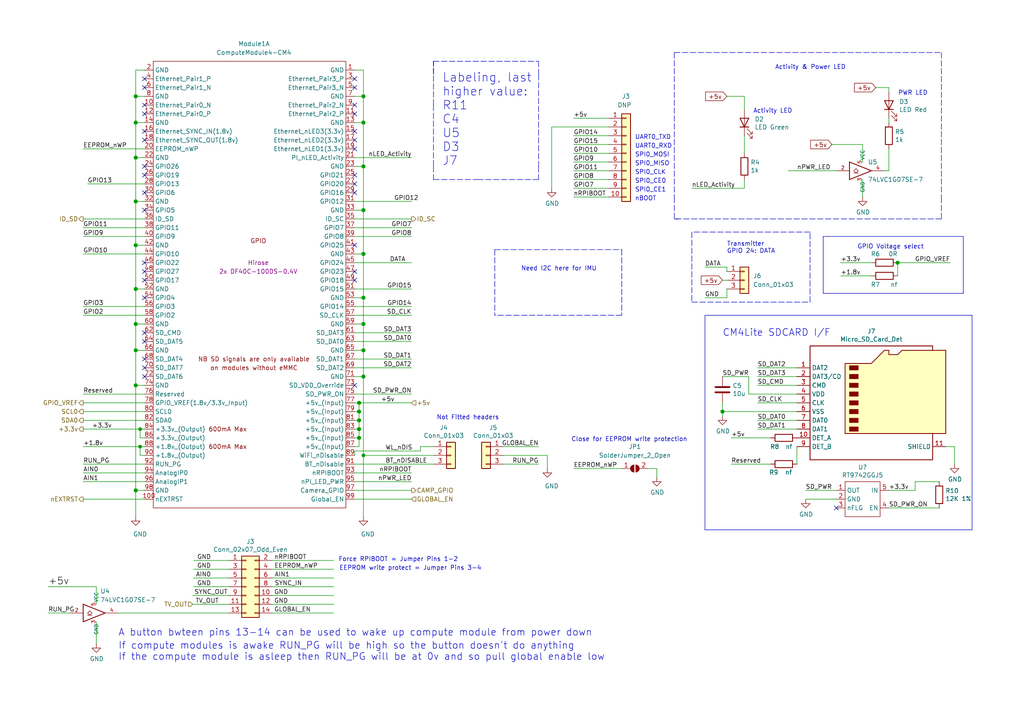
<source format=kicad_sch>
(kicad_sch (version 20210621) (generator eeschema)

  (uuid cb684eed-3081-49a3-96fa-5d9da736421c)

  (paper "A4")

  (title_block
    (title "Drone Compute Module 4 Base Carrier")
    (date "2021-10-05")
    (rev "v01")
    (comment 2 "creativecommons.org/licenses/by-sa/4.0")
    (comment 3 "License: CC BY-SA 4.0")
    (comment 4 "Used by: Chase W. & Kaden T.")
    (comment 5 "Originated from Shawn Hymel")
  )

  (lib_symbols
    (symbol "CM4IO:74LVC1G07_copy" (in_bom yes) (on_board yes)
      (property "Reference" "U" (id 0) (at -2.54 3.81 0)
        (effects (font (size 1.27 1.27)))
      )
      (property "Value" "74LVC1G07_copy" (id 1) (at 0 -3.81 0)
        (effects (font (size 1.27 1.27)))
      )
      (property "Footprint" "Package_TO_SOT_SMD:SOT-353_SC-70-5" (id 2) (at 0 0 0)
        (effects (font (size 1.27 1.27)) hide)
      )
      (property "Datasheet" "http://www.ti.com/lit/sg/scyt129e/scyt129e.pdf" (id 3) (at 0 0 0)
        (effects (font (size 1.27 1.27)) hide)
      )
      (property "ki_keywords" "Single Gate Buff LVC CMOS Open Drain" (id 4) (at 0 0 0)
        (effects (font (size 1.27 1.27)) hide)
      )
      (property "ki_description" "Single Buffer Gate w/ Open Drain, Low-Voltage CMOS" (id 5) (at 0 0 0)
        (effects (font (size 1.27 1.27)) hide)
      )
      (property "ki_fp_filters" "SOT* SG-*" (id 6) (at 0 0 0)
        (effects (font (size 1.27 1.27)) hide)
      )
      (symbol "74LVC1G07_copy_0_1"
        (polyline
          (pts
            (xy -2.54 -0.635)
            (xy -1.27 -0.635)
          )
          (stroke (width 0)) (fill (type none))
        )
        (polyline
          (pts
            (xy -3.81 2.54)
            (xy -3.81 -2.54)
            (xy 2.54 0)
            (xy -3.81 2.54)
          )
          (stroke (width 0.254)) (fill (type none))
        )
        (polyline
          (pts
            (xy -1.905 0.635)
            (xy -2.54 0)
            (xy -1.905 -0.635)
            (xy -1.27 0)
            (xy -1.905 0.635)
          )
          (stroke (width 0)) (fill (type none))
        )
      )
      (symbol "74LVC1G07_copy_1_1"
        (pin input line (at -7.62 0 0) (length 3.81)
          (name "~" (effects (font (size 1.016 1.016))))
          (number "2" (effects (font (size 1.016 1.016))))
        )
        (pin power_in line (at 0 -2.54 270) (length 0)
          (name "GND" (effects (font (size 1.016 1.016))))
          (number "3" (effects (font (size 1.016 1.016))))
        )
        (pin open_collector line (at 6.35 0 180) (length 3.81)
          (name "~" (effects (font (size 1.016 1.016))))
          (number "4" (effects (font (size 1.016 1.016))))
        )
        (pin power_in line (at 0 2.54 90) (length 0)
          (name "VCC" (effects (font (size 1.016 1.016))))
          (number "5" (effects (font (size 1.016 1.016))))
        )
      )
    )
    (symbol "CM4IO:ComputeModule4-CM4" (in_bom yes) (on_board yes)
      (property "Reference" "Module" (id 0) (at 113.03 -68.58 0)
        (effects (font (size 1.27 1.27)))
      )
      (property "Value" "ComputeModule4-CM4" (id 1) (at 140.97 2.54 0)
        (effects (font (size 1.27 1.27)))
      )
      (property "Footprint" "CM4IO:Raspberry-Pi-4-Compute-Module" (id 2) (at 142.24 -26.67 0)
        (effects (font (size 1.27 1.27)) hide)
      )
      (property "Datasheet" "" (id 3) (at 142.24 -26.67 0)
        (effects (font (size 1.27 1.27)) hide)
      )
      (property "Manufacturer" "Hirose" (id 4) (at 0 0 0)
        (effects (font (size 1.27 1.27)))
      )
      (property "MPN" "2x DF40C-100DS-0.4V" (id 5) (at 0 -2.54 0)
        (effects (font (size 1.27 1.27)))
      )
      (property "Digi-Key_PN" "2x H11615CT-ND" (id 6) (at 0 0 0)
        (effects (font (size 1.27 1.27)) hide)
      )
      (property "Digi-Key_PN (Alt)" "2x H124602CT-ND" (id 7) (at 0 0 0)
        (effects (font (size 1.27 1.27)) hide)
      )
      (property "MPN (Alt)" "2x DF40HC(3.0)-100DS-0.4V" (id 8) (at 0 0 0)
        (effects (font (size 1.27 1.27)))
      )
      (symbol "ComputeModule4-CM4_1_0"
        (text "GPIO" (at 0 6.35 0)
          (effects (font (size 1.27 1.27)))
        )
      )
      (symbol "ComputeModule4-CM4_1_1"
        (text "600mA Max" (at -8.89 -53.34 0)
          (effects (font (size 1.27 1.27)))
        )
        (text "600mA Max" (at -8.89 -48.26 0)
          (effects (font (size 1.27 1.27)))
        )
        (text "NB SD signals are only available" (at -1.27 -27.94 0)
          (effects (font (size 1.27 1.27)))
        )
        (text "on modules without eMMC" (at -1.27 -30.48 0)
          (effects (font (size 1.27 1.27)))
        )
        (rectangle (start -30.48 -71.12) (end 25.4 58.42)
          (stroke (width 0)) (fill (type none))
        )
        (pin power_in line (at 27.94 55.88 180) (length 2.54)
          (name "GND" (effects (font (size 1.27 1.27))))
          (number "1" (effects (font (size 1.27 1.27))))
        )
        (pin passive line (at -33.02 45.72 0) (length 2.54)
          (name "Ethernet_Pair0_N" (effects (font (size 1.27 1.27))))
          (number "10" (effects (font (size 1.27 1.27))))
        )
        (pin output line (at -33.02 -68.58 0) (length 2.54)
          (name "nEXTRST" (effects (font (size 1.27 1.27))))
          (number "100" (effects (font (size 1.27 1.27))))
        )
        (pin passive line (at 27.94 43.18 180) (length 2.54)
          (name "Ethernet_Pair2_P" (effects (font (size 1.27 1.27))))
          (number "11" (effects (font (size 1.27 1.27))))
        )
        (pin passive line (at -33.02 43.18 0) (length 2.54)
          (name "Ethernet_Pair0_P" (effects (font (size 1.27 1.27))))
          (number "12" (effects (font (size 1.27 1.27))))
        )
        (pin power_in line (at 27.94 40.64 180) (length 2.54)
          (name "GND" (effects (font (size 1.27 1.27))))
          (number "13" (effects (font (size 1.27 1.27))))
        )
        (pin power_in line (at -33.02 40.64 0) (length 2.54)
          (name "GND" (effects (font (size 1.27 1.27))))
          (number "14" (effects (font (size 1.27 1.27))))
        )
        (pin output line (at 27.94 38.1 180) (length 2.54)
          (name "Ethernet_nLED3(3.3v)" (effects (font (size 1.27 1.27))))
          (number "15" (effects (font (size 1.27 1.27))))
        )
        (pin input line (at -33.02 38.1 0) (length 2.54)
          (name "Ethernet_SYNC_IN(1.8v)" (effects (font (size 1.27 1.27))))
          (number "16" (effects (font (size 1.27 1.27))))
        )
        (pin output line (at 27.94 35.56 180) (length 2.54)
          (name "Ethernet_nLED2(3.3v)" (effects (font (size 1.27 1.27))))
          (number "17" (effects (font (size 1.27 1.27))))
        )
        (pin input line (at -33.02 35.56 0) (length 2.54)
          (name "Ethernet_SYNC_OUT(1.8v)" (effects (font (size 1.27 1.27))))
          (number "18" (effects (font (size 1.27 1.27))))
        )
        (pin output line (at 27.94 33.02 180) (length 2.54)
          (name "Ethernet_nLED1(3.3v)" (effects (font (size 1.27 1.27))))
          (number "19" (effects (font (size 1.27 1.27))))
        )
        (pin power_in line (at -33.02 55.88 0) (length 2.54)
          (name "GND" (effects (font (size 1.27 1.27))))
          (number "2" (effects (font (size 1.27 1.27))))
        )
        (pin passive line (at -33.02 33.02 0) (length 2.54)
          (name "EEPROM_nWP" (effects (font (size 1.27 1.27))))
          (number "20" (effects (font (size 1.27 1.27))))
        )
        (pin open_collector line (at 27.94 30.48 180) (length 2.54)
          (name "PI_nLED_Activity" (effects (font (size 1.27 1.27))))
          (number "21" (effects (font (size 1.27 1.27))))
        )
        (pin power_in line (at -33.02 30.48 0) (length 2.54)
          (name "GND" (effects (font (size 1.27 1.27))))
          (number "22" (effects (font (size 1.27 1.27))))
        )
        (pin power_in line (at 27.94 27.94 180) (length 2.54)
          (name "GND" (effects (font (size 1.27 1.27))))
          (number "23" (effects (font (size 1.27 1.27))))
        )
        (pin passive line (at -33.02 27.94 0) (length 2.54)
          (name "GPIO26" (effects (font (size 1.27 1.27))))
          (number "24" (effects (font (size 1.27 1.27))))
        )
        (pin passive line (at 27.94 25.4 180) (length 2.54)
          (name "GPIO21" (effects (font (size 1.27 1.27))))
          (number "25" (effects (font (size 1.27 1.27))))
        )
        (pin passive line (at -33.02 25.4 0) (length 2.54)
          (name "GPIO19" (effects (font (size 1.27 1.27))))
          (number "26" (effects (font (size 1.27 1.27))))
        )
        (pin passive line (at 27.94 22.86 180) (length 2.54)
          (name "GPIO20" (effects (font (size 1.27 1.27))))
          (number "27" (effects (font (size 1.27 1.27))))
        )
        (pin passive line (at -33.02 22.86 0) (length 2.54)
          (name "GPIO13" (effects (font (size 1.27 1.27))))
          (number "28" (effects (font (size 1.27 1.27))))
        )
        (pin passive line (at 27.94 20.32 180) (length 2.54)
          (name "GPIO16" (effects (font (size 1.27 1.27))))
          (number "29" (effects (font (size 1.27 1.27))))
        )
        (pin passive line (at 27.94 53.34 180) (length 2.54)
          (name "Ethernet_Pair3_P" (effects (font (size 1.27 1.27))))
          (number "3" (effects (font (size 1.27 1.27))))
        )
        (pin passive line (at -33.02 20.32 0) (length 2.54)
          (name "GPIO6" (effects (font (size 1.27 1.27))))
          (number "30" (effects (font (size 1.27 1.27))))
        )
        (pin passive line (at 27.94 17.78 180) (length 2.54)
          (name "GPIO12" (effects (font (size 1.27 1.27))))
          (number "31" (effects (font (size 1.27 1.27))))
        )
        (pin power_in line (at -33.02 17.78 0) (length 2.54)
          (name "GND" (effects (font (size 1.27 1.27))))
          (number "32" (effects (font (size 1.27 1.27))))
        )
        (pin power_in line (at 27.94 15.24 180) (length 2.54)
          (name "GND" (effects (font (size 1.27 1.27))))
          (number "33" (effects (font (size 1.27 1.27))))
        )
        (pin passive line (at -33.02 15.24 0) (length 2.54)
          (name "GPIO5" (effects (font (size 1.27 1.27))))
          (number "34" (effects (font (size 1.27 1.27))))
        )
        (pin passive line (at 27.94 12.7 180) (length 2.54)
          (name "ID_SC" (effects (font (size 1.27 1.27))))
          (number "35" (effects (font (size 1.27 1.27))))
        )
        (pin passive line (at -33.02 12.7 0) (length 2.54)
          (name "ID_SD" (effects (font (size 1.27 1.27))))
          (number "36" (effects (font (size 1.27 1.27))))
        )
        (pin passive line (at 27.94 10.16 180) (length 2.54)
          (name "GPIO7" (effects (font (size 1.27 1.27))))
          (number "37" (effects (font (size 1.27 1.27))))
        )
        (pin passive line (at -33.02 10.16 0) (length 2.54)
          (name "GPIO11" (effects (font (size 1.27 1.27))))
          (number "38" (effects (font (size 1.27 1.27))))
        )
        (pin passive line (at 27.94 7.62 180) (length 2.54)
          (name "GPIO8" (effects (font (size 1.27 1.27))))
          (number "39" (effects (font (size 1.27 1.27))))
        )
        (pin passive line (at -33.02 53.34 0) (length 2.54)
          (name "Ethernet_Pair1_P" (effects (font (size 1.27 1.27))))
          (number "4" (effects (font (size 1.27 1.27))))
        )
        (pin passive line (at -33.02 7.62 0) (length 2.54)
          (name "GPIO9" (effects (font (size 1.27 1.27))))
          (number "40" (effects (font (size 1.27 1.27))))
        )
        (pin passive line (at 27.94 5.08 180) (length 2.54)
          (name "GPIO25" (effects (font (size 1.27 1.27))))
          (number "41" (effects (font (size 1.27 1.27))))
        )
        (pin power_in line (at -33.02 5.08 0) (length 2.54)
          (name "GND" (effects (font (size 1.27 1.27))))
          (number "42" (effects (font (size 1.27 1.27))))
        )
        (pin power_in line (at 27.94 2.54 180) (length 2.54)
          (name "GND" (effects (font (size 1.27 1.27))))
          (number "43" (effects (font (size 1.27 1.27))))
        )
        (pin passive line (at -33.02 2.54 0) (length 2.54)
          (name "GPIO10" (effects (font (size 1.27 1.27))))
          (number "44" (effects (font (size 1.27 1.27))))
        )
        (pin passive line (at 27.94 0 180) (length 2.54)
          (name "GPIO24" (effects (font (size 1.27 1.27))))
          (number "45" (effects (font (size 1.27 1.27))))
        )
        (pin passive line (at -33.02 0 0) (length 2.54)
          (name "GPIO22" (effects (font (size 1.27 1.27))))
          (number "46" (effects (font (size 1.27 1.27))))
        )
        (pin passive line (at 27.94 -2.54 180) (length 2.54)
          (name "GPIO23" (effects (font (size 1.27 1.27))))
          (number "47" (effects (font (size 1.27 1.27))))
        )
        (pin passive line (at -33.02 -2.54 0) (length 2.54)
          (name "GPIO27" (effects (font (size 1.27 1.27))))
          (number "48" (effects (font (size 1.27 1.27))))
        )
        (pin passive line (at 27.94 -5.08 180) (length 2.54)
          (name "GPIO18" (effects (font (size 1.27 1.27))))
          (number "49" (effects (font (size 1.27 1.27))))
        )
        (pin passive line (at 27.94 50.8 180) (length 2.54)
          (name "Ethernet_Pair3_N" (effects (font (size 1.27 1.27))))
          (number "5" (effects (font (size 1.27 1.27))))
        )
        (pin passive line (at -33.02 -5.08 0) (length 2.54)
          (name "GPIO17" (effects (font (size 1.27 1.27))))
          (number "50" (effects (font (size 1.27 1.27))))
        )
        (pin passive line (at 27.94 -7.62 180) (length 2.54)
          (name "GPIO15" (effects (font (size 1.27 1.27))))
          (number "51" (effects (font (size 1.27 1.27))))
        )
        (pin power_in line (at -33.02 -7.62 0) (length 2.54)
          (name "GND" (effects (font (size 1.27 1.27))))
          (number "52" (effects (font (size 1.27 1.27))))
        )
        (pin power_in line (at 27.94 -10.16 180) (length 2.54)
          (name "GND" (effects (font (size 1.27 1.27))))
          (number "53" (effects (font (size 1.27 1.27))))
        )
        (pin passive line (at -33.02 -10.16 0) (length 2.54)
          (name "GPIO4" (effects (font (size 1.27 1.27))))
          (number "54" (effects (font (size 1.27 1.27))))
        )
        (pin passive line (at 27.94 -12.7 180) (length 2.54)
          (name "GPIO14" (effects (font (size 1.27 1.27))))
          (number "55" (effects (font (size 1.27 1.27))))
        )
        (pin passive line (at -33.02 -12.7 0) (length 2.54)
          (name "GPIO3" (effects (font (size 1.27 1.27))))
          (number "56" (effects (font (size 1.27 1.27))))
        )
        (pin passive line (at 27.94 -15.24 180) (length 2.54)
          (name "SD_CLK" (effects (font (size 1.27 1.27))))
          (number "57" (effects (font (size 1.27 1.27))))
        )
        (pin passive line (at -33.02 -15.24 0) (length 2.54)
          (name "GPIO2" (effects (font (size 1.27 1.27))))
          (number "58" (effects (font (size 1.27 1.27))))
        )
        (pin power_in line (at 27.94 -17.78 180) (length 2.54)
          (name "GND" (effects (font (size 1.27 1.27))))
          (number "59" (effects (font (size 1.27 1.27))))
        )
        (pin passive line (at -33.02 50.8 0) (length 2.54)
          (name "Ethernet_Pair1_N" (effects (font (size 1.27 1.27))))
          (number "6" (effects (font (size 1.27 1.27))))
        )
        (pin power_in line (at -33.02 -17.78 0) (length 2.54)
          (name "GND" (effects (font (size 1.27 1.27))))
          (number "60" (effects (font (size 1.27 1.27))))
        )
        (pin passive line (at 27.94 -20.32 180) (length 2.54)
          (name "SD_DAT3" (effects (font (size 1.27 1.27))))
          (number "61" (effects (font (size 1.27 1.27))))
        )
        (pin passive line (at -33.02 -20.32 0) (length 2.54)
          (name "SD_CMD" (effects (font (size 1.27 1.27))))
          (number "62" (effects (font (size 1.27 1.27))))
        )
        (pin passive line (at 27.94 -22.86 180) (length 2.54)
          (name "SD_DAT0" (effects (font (size 1.27 1.27))))
          (number "63" (effects (font (size 1.27 1.27))))
        )
        (pin passive line (at -33.02 -22.86 0) (length 2.54)
          (name "SD_DAT5" (effects (font (size 1.27 1.27))))
          (number "64" (effects (font (size 1.27 1.27))))
        )
        (pin power_in line (at 27.94 -25.4 180) (length 2.54)
          (name "GND" (effects (font (size 1.27 1.27))))
          (number "65" (effects (font (size 1.27 1.27))))
        )
        (pin power_in line (at -33.02 -25.4 0) (length 2.54)
          (name "GND" (effects (font (size 1.27 1.27))))
          (number "66" (effects (font (size 1.27 1.27))))
        )
        (pin passive line (at 27.94 -27.94 180) (length 2.54)
          (name "SD_DAT1" (effects (font (size 1.27 1.27))))
          (number "67" (effects (font (size 1.27 1.27))))
        )
        (pin passive line (at -33.02 -27.94 0) (length 2.54)
          (name "SD_DAT4" (effects (font (size 1.27 1.27))))
          (number "68" (effects (font (size 1.27 1.27))))
        )
        (pin passive line (at 27.94 -30.48 180) (length 2.54)
          (name "SD_DAT2" (effects (font (size 1.27 1.27))))
          (number "69" (effects (font (size 1.27 1.27))))
        )
        (pin power_in line (at 27.94 48.26 180) (length 2.54)
          (name "GND" (effects (font (size 1.27 1.27))))
          (number "7" (effects (font (size 1.27 1.27))))
        )
        (pin passive line (at -33.02 -30.48 0) (length 2.54)
          (name "SD_DAT7" (effects (font (size 1.27 1.27))))
          (number "70" (effects (font (size 1.27 1.27))))
        )
        (pin power_in line (at 27.94 -33.02 180) (length 2.54)
          (name "GND" (effects (font (size 1.27 1.27))))
          (number "71" (effects (font (size 1.27 1.27))))
        )
        (pin passive line (at -33.02 -33.02 0) (length 2.54)
          (name "SD_DAT6" (effects (font (size 1.27 1.27))))
          (number "72" (effects (font (size 1.27 1.27))))
        )
        (pin input line (at 27.94 -35.56 180) (length 2.54)
          (name "SD_VDD_Override" (effects (font (size 1.27 1.27))))
          (number "73" (effects (font (size 1.27 1.27))))
        )
        (pin power_in line (at -33.02 -35.56 0) (length 2.54)
          (name "GND" (effects (font (size 1.27 1.27))))
          (number "74" (effects (font (size 1.27 1.27))))
        )
        (pin output line (at 27.94 -38.1 180) (length 2.54)
          (name "SD_PWR_ON" (effects (font (size 1.27 1.27))))
          (number "75" (effects (font (size 1.27 1.27))))
        )
        (pin passive line (at -33.02 -38.1 0) (length 2.54)
          (name "Reserved" (effects (font (size 1.27 1.27))))
          (number "76" (effects (font (size 1.27 1.27))))
        )
        (pin power_in line (at 27.94 -40.64 180) (length 2.54)
          (name "+5v_(Input)" (effects (font (size 1.27 1.27))))
          (number "77" (effects (font (size 1.27 1.27))))
        )
        (pin power_in line (at -33.02 -40.64 0) (length 2.54)
          (name "GPIO_VREF(1.8v/3.3v_Input)" (effects (font (size 1.27 1.27))))
          (number "78" (effects (font (size 1.27 1.27))))
        )
        (pin power_in line (at 27.94 -43.18 180) (length 2.54)
          (name "+5v_(Input)" (effects (font (size 1.27 1.27))))
          (number "79" (effects (font (size 1.27 1.27))))
        )
        (pin power_in line (at -33.02 48.26 0) (length 2.54)
          (name "GND" (effects (font (size 1.27 1.27))))
          (number "8" (effects (font (size 1.27 1.27))))
        )
        (pin passive line (at -33.02 -43.18 0) (length 2.54)
          (name "SCL0" (effects (font (size 1.27 1.27))))
          (number "80" (effects (font (size 1.27 1.27))))
        )
        (pin power_in line (at 27.94 -45.72 180) (length 2.54)
          (name "+5v_(Input)" (effects (font (size 1.27 1.27))))
          (number "81" (effects (font (size 1.27 1.27))))
        )
        (pin passive line (at -33.02 -45.72 0) (length 2.54)
          (name "SDA0" (effects (font (size 1.27 1.27))))
          (number "82" (effects (font (size 1.27 1.27))))
        )
        (pin power_in line (at 27.94 -48.26 180) (length 2.54)
          (name "+5v_(Input)" (effects (font (size 1.27 1.27))))
          (number "83" (effects (font (size 1.27 1.27))))
        )
        (pin power_out line (at -33.02 -48.26 0) (length 2.54)
          (name "+3.3v_(Output)" (effects (font (size 1.27 1.27))))
          (number "84" (effects (font (size 1.27 1.27))))
        )
        (pin power_in line (at 27.94 -50.8 180) (length 2.54)
          (name "+5v_(Input)" (effects (font (size 1.27 1.27))))
          (number "85" (effects (font (size 1.27 1.27))))
        )
        (pin power_out line (at -33.02 -50.8 0) (length 2.54)
          (name "+3.3v_(Output)" (effects (font (size 1.27 1.27))))
          (number "86" (effects (font (size 1.27 1.27))))
        )
        (pin power_in line (at 27.94 -53.34 180) (length 2.54)
          (name "+5v_(Input)" (effects (font (size 1.27 1.27))))
          (number "87" (effects (font (size 1.27 1.27))))
        )
        (pin power_out line (at -33.02 -53.34 0) (length 2.54)
          (name "+1.8v_(Output)" (effects (font (size 1.27 1.27))))
          (number "88" (effects (font (size 1.27 1.27))))
        )
        (pin power_in line (at 27.94 -55.88 180) (length 2.54)
          (name "WiFi_nDisable" (effects (font (size 1.27 1.27))))
          (number "89" (effects (font (size 1.27 1.27))))
        )
        (pin passive line (at 27.94 45.72 180) (length 2.54)
          (name "Ethernet_Pair2_N" (effects (font (size 1.27 1.27))))
          (number "9" (effects (font (size 1.27 1.27))))
        )
        (pin power_out line (at -33.02 -55.88 0) (length 2.54)
          (name "+1.8v_(Output)" (effects (font (size 1.27 1.27))))
          (number "90" (effects (font (size 1.27 1.27))))
        )
        (pin power_in line (at 27.94 -58.42 180) (length 2.54)
          (name "BT_nDisable" (effects (font (size 1.27 1.27))))
          (number "91" (effects (font (size 1.27 1.27))))
        )
        (pin passive line (at -33.02 -58.42 0) (length 2.54)
          (name "RUN_PG" (effects (font (size 1.27 1.27))))
          (number "92" (effects (font (size 1.27 1.27))))
        )
        (pin input line (at 27.94 -60.96 180) (length 2.54)
          (name "nRPIBOOT" (effects (font (size 1.27 1.27))))
          (number "93" (effects (font (size 1.27 1.27))))
        )
        (pin passive line (at -33.02 -60.96 0) (length 2.54)
          (name "AnalogIP0" (effects (font (size 1.27 1.27))))
          (number "94" (effects (font (size 1.27 1.27))))
        )
        (pin output line (at 27.94 -63.5 180) (length 2.54)
          (name "nPI_LED_PWR" (effects (font (size 1.27 1.27))))
          (number "95" (effects (font (size 1.27 1.27))))
        )
        (pin passive line (at -33.02 -63.5 0) (length 2.54)
          (name "AnalogIP1" (effects (font (size 1.27 1.27))))
          (number "96" (effects (font (size 1.27 1.27))))
        )
        (pin passive line (at 27.94 -66.04 180) (length 2.54)
          (name "Camera_GPIO" (effects (font (size 1.27 1.27))))
          (number "97" (effects (font (size 1.27 1.27))))
        )
        (pin power_in line (at -33.02 -66.04 0) (length 2.54)
          (name "GND" (effects (font (size 1.27 1.27))))
          (number "98" (effects (font (size 1.27 1.27))))
        )
        (pin input line (at 27.94 -68.58 180) (length 2.54)
          (name "Global_EN" (effects (font (size 1.27 1.27))))
          (number "99" (effects (font (size 1.27 1.27))))
        )
      )
      (symbol "ComputeModule4-CM4_2_1"
        (text "High Speed Serial" (at 140.97 0 0)
          (effects (font (size 1.27 1.27)))
        )
        (rectangle (start 114.3 -66.04) (end 165.1 63.5)
          (stroke (width 0)) (fill (type none))
        )
        (pin input line (at 170.18 60.96 180) (length 5.08)
          (name "USB_OTG_ID" (effects (font (size 1.27 1.27))))
          (number "101" (effects (font (size 1.27 1.27))))
        )
        (pin input line (at 109.22 60.96 0) (length 5.08)
          (name "PCIe_CLK_nREQ" (effects (font (size 1.27 1.27))))
          (number "102" (effects (font (size 1.27 1.27))))
        )
        (pin passive line (at 170.18 58.42 180) (length 5.08)
          (name "USB2_N" (effects (font (size 1.27 1.27))))
          (number "103" (effects (font (size 1.27 1.27))))
        )
        (pin passive line (at 109.22 58.42 0) (length 5.08)
          (name "Reserved" (effects (font (size 1.27 1.27))))
          (number "104" (effects (font (size 1.27 1.27))))
        )
        (pin passive line (at 170.18 55.88 180) (length 5.08)
          (name "USB2_P" (effects (font (size 1.27 1.27))))
          (number "105" (effects (font (size 1.27 1.27))))
        )
        (pin passive line (at 109.22 55.88 0) (length 5.08)
          (name "Reserved" (effects (font (size 1.27 1.27))))
          (number "106" (effects (font (size 1.27 1.27))))
        )
        (pin power_in line (at 170.18 53.34 180) (length 5.08)
          (name "GND" (effects (font (size 1.27 1.27))))
          (number "107" (effects (font (size 1.27 1.27))))
        )
        (pin power_in line (at 109.22 53.34 0) (length 5.08)
          (name "GND" (effects (font (size 1.27 1.27))))
          (number "108" (effects (font (size 1.27 1.27))))
        )
        (pin bidirectional line (at 170.18 50.8 180) (length 5.08)
          (name "PCIe_nRST" (effects (font (size 1.27 1.27))))
          (number "109" (effects (font (size 1.27 1.27))))
        )
        (pin output line (at 109.22 50.8 0) (length 5.08)
          (name "PCIe_CLK_P" (effects (font (size 1.27 1.27))))
          (number "110" (effects (font (size 1.27 1.27))))
        )
        (pin passive line (at 170.18 48.26 180) (length 5.08)
          (name "VDAC_COMP" (effects (font (size 1.27 1.27))))
          (number "111" (effects (font (size 1.27 1.27))))
        )
        (pin output line (at 109.22 48.26 0) (length 5.08)
          (name "PCIe_CLK_N" (effects (font (size 1.27 1.27))))
          (number "112" (effects (font (size 1.27 1.27))))
        )
        (pin power_in line (at 170.18 45.72 180) (length 5.08)
          (name "GND" (effects (font (size 1.27 1.27))))
          (number "113" (effects (font (size 1.27 1.27))))
        )
        (pin power_in line (at 109.22 45.72 0) (length 5.08)
          (name "GND" (effects (font (size 1.27 1.27))))
          (number "114" (effects (font (size 1.27 1.27))))
        )
        (pin input line (at 170.18 43.18 180) (length 5.08)
          (name "CAM1_D0_N" (effects (font (size 1.27 1.27))))
          (number "115" (effects (font (size 1.27 1.27))))
        )
        (pin input line (at 109.22 43.18 0) (length 5.08)
          (name "PCIe_RX_P" (effects (font (size 1.27 1.27))))
          (number "116" (effects (font (size 1.27 1.27))))
        )
        (pin input line (at 170.18 40.64 180) (length 5.08)
          (name "CAM1_D0_P" (effects (font (size 1.27 1.27))))
          (number "117" (effects (font (size 1.27 1.27))))
        )
        (pin input line (at 109.22 40.64 0) (length 5.08)
          (name "PCIe_RX_N" (effects (font (size 1.27 1.27))))
          (number "118" (effects (font (size 1.27 1.27))))
        )
        (pin power_in line (at 170.18 38.1 180) (length 5.08)
          (name "GND" (effects (font (size 1.27 1.27))))
          (number "119" (effects (font (size 1.27 1.27))))
        )
        (pin power_in line (at 109.22 38.1 0) (length 5.08)
          (name "GND" (effects (font (size 1.27 1.27))))
          (number "120" (effects (font (size 1.27 1.27))))
        )
        (pin input line (at 170.18 35.56 180) (length 5.08)
          (name "CAM1_D1_N" (effects (font (size 1.27 1.27))))
          (number "121" (effects (font (size 1.27 1.27))))
        )
        (pin output line (at 109.22 35.56 0) (length 5.08)
          (name "PCIe_TX_P" (effects (font (size 1.27 1.27))))
          (number "122" (effects (font (size 1.27 1.27))))
        )
        (pin input line (at 170.18 33.02 180) (length 5.08)
          (name "CAM1_D1_P" (effects (font (size 1.27 1.27))))
          (number "123" (effects (font (size 1.27 1.27))))
        )
        (pin output line (at 109.22 33.02 0) (length 5.08)
          (name "PCIe_TX_N" (effects (font (size 1.27 1.27))))
          (number "124" (effects (font (size 1.27 1.27))))
        )
        (pin power_in line (at 170.18 30.48 180) (length 5.08)
          (name "GND" (effects (font (size 1.27 1.27))))
          (number "125" (effects (font (size 1.27 1.27))))
        )
        (pin power_in line (at 109.22 30.48 0) (length 5.08)
          (name "GND" (effects (font (size 1.27 1.27))))
          (number "126" (effects (font (size 1.27 1.27))))
        )
        (pin input line (at 170.18 27.94 180) (length 5.08)
          (name "CAM1_C_N" (effects (font (size 1.27 1.27))))
          (number "127" (effects (font (size 1.27 1.27))))
        )
        (pin input line (at 109.22 27.94 0) (length 5.08)
          (name "CAM0_D0_N" (effects (font (size 1.27 1.27))))
          (number "128" (effects (font (size 1.27 1.27))))
        )
        (pin input line (at 170.18 25.4 180) (length 5.08)
          (name "CAM1_C_P" (effects (font (size 1.27 1.27))))
          (number "129" (effects (font (size 1.27 1.27))))
        )
        (pin input line (at 109.22 25.4 0) (length 5.08)
          (name "CAM0_D0_P" (effects (font (size 1.27 1.27))))
          (number "130" (effects (font (size 1.27 1.27))))
        )
        (pin power_in line (at 170.18 22.86 180) (length 5.08)
          (name "GND" (effects (font (size 1.27 1.27))))
          (number "131" (effects (font (size 1.27 1.27))))
        )
        (pin power_in line (at 109.22 22.86 0) (length 5.08)
          (name "GND" (effects (font (size 1.27 1.27))))
          (number "132" (effects (font (size 1.27 1.27))))
        )
        (pin input line (at 170.18 20.32 180) (length 5.08)
          (name "CAM1_D2_N" (effects (font (size 1.27 1.27))))
          (number "133" (effects (font (size 1.27 1.27))))
        )
        (pin input line (at 109.22 20.32 0) (length 5.08)
          (name "CAM0_D1_N" (effects (font (size 1.27 1.27))))
          (number "134" (effects (font (size 1.27 1.27))))
        )
        (pin input line (at 170.18 17.78 180) (length 5.08)
          (name "CAM1_D2_P" (effects (font (size 1.27 1.27))))
          (number "135" (effects (font (size 1.27 1.27))))
        )
        (pin input line (at 109.22 17.78 0) (length 5.08)
          (name "CAM0_D1_P" (effects (font (size 1.27 1.27))))
          (number "136" (effects (font (size 1.27 1.27))))
        )
        (pin power_in line (at 170.18 15.24 180) (length 5.08)
          (name "GND" (effects (font (size 1.27 1.27))))
          (number "137" (effects (font (size 1.27 1.27))))
        )
        (pin power_in line (at 109.22 15.24 0) (length 5.08)
          (name "GND" (effects (font (size 1.27 1.27))))
          (number "138" (effects (font (size 1.27 1.27))))
        )
        (pin input line (at 170.18 12.7 180) (length 5.08)
          (name "CAM1_D3_N" (effects (font (size 1.27 1.27))))
          (number "139" (effects (font (size 1.27 1.27))))
        )
        (pin input line (at 109.22 12.7 0) (length 5.08)
          (name "CAM0_C_N" (effects (font (size 1.27 1.27))))
          (number "140" (effects (font (size 1.27 1.27))))
        )
        (pin input line (at 170.18 10.16 180) (length 5.08)
          (name "CAM1_D3_P" (effects (font (size 1.27 1.27))))
          (number "141" (effects (font (size 1.27 1.27))))
        )
        (pin input line (at 109.22 10.16 0) (length 5.08)
          (name "CAM0_C_P" (effects (font (size 1.27 1.27))))
          (number "142" (effects (font (size 1.27 1.27))))
        )
        (pin input line (at 170.18 7.62 180) (length 5.08)
          (name "HDMI1_HOTPLUG" (effects (font (size 1.27 1.27))))
          (number "143" (effects (font (size 1.27 1.27))))
        )
        (pin power_in line (at 109.22 7.62 0) (length 5.08)
          (name "GND" (effects (font (size 1.27 1.27))))
          (number "144" (effects (font (size 1.27 1.27))))
        )
        (pin bidirectional line (at 170.18 5.08 180) (length 5.08)
          (name "HDMI1_SDA" (effects (font (size 1.27 1.27))))
          (number "145" (effects (font (size 1.27 1.27))))
        )
        (pin output line (at 109.22 5.08 0) (length 5.08)
          (name "HDMI1_TX2_P" (effects (font (size 1.27 1.27))))
          (number "146" (effects (font (size 1.27 1.27))))
        )
        (pin open_collector line (at 170.18 2.54 180) (length 5.08)
          (name "HDMI1_SCL" (effects (font (size 1.27 1.27))))
          (number "147" (effects (font (size 1.27 1.27))))
        )
        (pin output line (at 109.22 2.54 0) (length 5.08)
          (name "HDMI1_TX2_N" (effects (font (size 1.27 1.27))))
          (number "148" (effects (font (size 1.27 1.27))))
        )
        (pin open_collector line (at 170.18 0 180) (length 5.08)
          (name "HDMI1_CEC" (effects (font (size 1.27 1.27))))
          (number "149" (effects (font (size 1.27 1.27))))
        )
        (pin power_in line (at 109.22 0 0) (length 5.08)
          (name "GND" (effects (font (size 1.27 1.27))))
          (number "150" (effects (font (size 1.27 1.27))))
        )
        (pin open_collector line (at 170.18 -2.54 180) (length 5.08)
          (name "HDMI0_CEC" (effects (font (size 1.27 1.27))))
          (number "151" (effects (font (size 1.27 1.27))))
        )
        (pin output line (at 109.22 -2.54 0) (length 5.08)
          (name "HDMI1_TX1_P" (effects (font (size 1.27 1.27))))
          (number "152" (effects (font (size 1.27 1.27))))
        )
        (pin input line (at 170.18 -5.08 180) (length 5.08)
          (name "HDMI0_HOTPLUG" (effects (font (size 1.27 1.27))))
          (number "153" (effects (font (size 1.27 1.27))))
        )
        (pin output line (at 109.22 -5.08 0) (length 5.08)
          (name "HDMI1_TX1_N" (effects (font (size 1.27 1.27))))
          (number "154" (effects (font (size 1.27 1.27))))
        )
        (pin power_in line (at 170.18 -7.62 180) (length 5.08)
          (name "GND" (effects (font (size 1.27 1.27))))
          (number "155" (effects (font (size 1.27 1.27))))
        )
        (pin power_in line (at 109.22 -7.62 0) (length 5.08)
          (name "GND" (effects (font (size 1.27 1.27))))
          (number "156" (effects (font (size 1.27 1.27))))
        )
        (pin output line (at 170.18 -10.16 180) (length 5.08)
          (name "DSI0_D0_N" (effects (font (size 1.27 1.27))))
          (number "157" (effects (font (size 1.27 1.27))))
        )
        (pin output line (at 109.22 -10.16 0) (length 5.08)
          (name "HDMI1_TX0_P" (effects (font (size 1.27 1.27))))
          (number "158" (effects (font (size 1.27 1.27))))
        )
        (pin output line (at 170.18 -12.7 180) (length 5.08)
          (name "DSI0_D0_P" (effects (font (size 1.27 1.27))))
          (number "159" (effects (font (size 1.27 1.27))))
        )
        (pin output line (at 109.22 -12.7 0) (length 5.08)
          (name "HDMI1_TX0_N" (effects (font (size 1.27 1.27))))
          (number "160" (effects (font (size 1.27 1.27))))
        )
        (pin power_in line (at 170.18 -15.24 180) (length 5.08)
          (name "GND" (effects (font (size 1.27 1.27))))
          (number "161" (effects (font (size 1.27 1.27))))
        )
        (pin power_in line (at 109.22 -15.24 0) (length 5.08)
          (name "GND" (effects (font (size 1.27 1.27))))
          (number "162" (effects (font (size 1.27 1.27))))
        )
        (pin output line (at 170.18 -17.78 180) (length 5.08)
          (name "DSI0_D1_N" (effects (font (size 1.27 1.27))))
          (number "163" (effects (font (size 1.27 1.27))))
        )
        (pin output line (at 109.22 -17.78 0) (length 5.08)
          (name "HDMI1_CLK_P" (effects (font (size 1.27 1.27))))
          (number "164" (effects (font (size 1.27 1.27))))
        )
        (pin output line (at 170.18 -20.32 180) (length 5.08)
          (name "DSI0_D1_P" (effects (font (size 1.27 1.27))))
          (number "165" (effects (font (size 1.27 1.27))))
        )
        (pin output line (at 109.22 -20.32 0) (length 5.08)
          (name "HDMI1_CLK_N" (effects (font (size 1.27 1.27))))
          (number "166" (effects (font (size 1.27 1.27))))
        )
        (pin power_in line (at 170.18 -22.86 180) (length 5.08)
          (name "GND" (effects (font (size 1.27 1.27))))
          (number "167" (effects (font (size 1.27 1.27))))
        )
        (pin power_in line (at 109.22 -22.86 0) (length 5.08)
          (name "GND" (effects (font (size 1.27 1.27))))
          (number "168" (effects (font (size 1.27 1.27))))
        )
        (pin output line (at 170.18 -25.4 180) (length 5.08)
          (name "DSI0_C_N" (effects (font (size 1.27 1.27))))
          (number "169" (effects (font (size 1.27 1.27))))
        )
        (pin output line (at 109.22 -25.4 0) (length 5.08)
          (name "HDMI0_TX2_P" (effects (font (size 1.27 1.27))))
          (number "170" (effects (font (size 1.27 1.27))))
        )
        (pin output line (at 170.18 -27.94 180) (length 5.08)
          (name "DSI0_C_P" (effects (font (size 1.27 1.27))))
          (number "171" (effects (font (size 1.27 1.27))))
        )
        (pin output line (at 109.22 -27.94 0) (length 5.08)
          (name "HDMI0_TX2_N" (effects (font (size 1.27 1.27))))
          (number "172" (effects (font (size 1.27 1.27))))
        )
        (pin power_in line (at 170.18 -30.48 180) (length 5.08)
          (name "GND" (effects (font (size 1.27 1.27))))
          (number "173" (effects (font (size 1.27 1.27))))
        )
        (pin power_in line (at 109.22 -30.48 0) (length 5.08)
          (name "GND" (effects (font (size 1.27 1.27))))
          (number "174" (effects (font (size 1.27 1.27))))
        )
        (pin output line (at 170.18 -33.02 180) (length 5.08)
          (name "DSI1_D0_N" (effects (font (size 1.27 1.27))))
          (number "175" (effects (font (size 1.27 1.27))))
        )
        (pin output line (at 109.22 -33.02 0) (length 5.08)
          (name "HDMI0_TX1_P" (effects (font (size 1.27 1.27))))
          (number "176" (effects (font (size 1.27 1.27))))
        )
        (pin output line (at 170.18 -35.56 180) (length 5.08)
          (name "DSI1_D0_P" (effects (font (size 1.27 1.27))))
          (number "177" (effects (font (size 1.27 1.27))))
        )
        (pin output line (at 109.22 -35.56 0) (length 5.08)
          (name "HDMI0_TX1_N" (effects (font (size 1.27 1.27))))
          (number "178" (effects (font (size 1.27 1.27))))
        )
        (pin power_in line (at 170.18 -38.1 180) (length 5.08)
          (name "GND" (effects (font (size 1.27 1.27))))
          (number "179" (effects (font (size 1.27 1.27))))
        )
        (pin power_in line (at 109.22 -38.1 0) (length 5.08)
          (name "GND" (effects (font (size 1.27 1.27))))
          (number "180" (effects (font (size 1.27 1.27))))
        )
        (pin output line (at 170.18 -40.64 180) (length 5.08)
          (name "DSI1_D1_N" (effects (font (size 1.27 1.27))))
          (number "181" (effects (font (size 1.27 1.27))))
        )
        (pin output line (at 109.22 -40.64 0) (length 5.08)
          (name "HDMI0_TX0_P" (effects (font (size 1.27 1.27))))
          (number "182" (effects (font (size 1.27 1.27))))
        )
        (pin output line (at 170.18 -43.18 180) (length 5.08)
          (name "DSI1_D1_P" (effects (font (size 1.27 1.27))))
          (number "183" (effects (font (size 1.27 1.27))))
        )
        (pin output line (at 109.22 -43.18 0) (length 5.08)
          (name "HDMI0_TX0_N" (effects (font (size 1.27 1.27))))
          (number "184" (effects (font (size 1.27 1.27))))
        )
        (pin power_in line (at 170.18 -45.72 180) (length 5.08)
          (name "GND" (effects (font (size 1.27 1.27))))
          (number "185" (effects (font (size 1.27 1.27))))
        )
        (pin power_in line (at 109.22 -45.72 0) (length 5.08)
          (name "GND" (effects (font (size 1.27 1.27))))
          (number "186" (effects (font (size 1.27 1.27))))
        )
        (pin output line (at 170.18 -48.26 180) (length 5.08)
          (name "DSI1_C_N" (effects (font (size 1.27 1.27))))
          (number "187" (effects (font (size 1.27 1.27))))
        )
        (pin output line (at 109.22 -48.26 0) (length 5.08)
          (name "HDMI0_CLK_P" (effects (font (size 1.27 1.27))))
          (number "188" (effects (font (size 1.27 1.27))))
        )
        (pin output line (at 170.18 -50.8 180) (length 5.08)
          (name "DSI1_C_P" (effects (font (size 1.27 1.27))))
          (number "189" (effects (font (size 1.27 1.27))))
        )
        (pin output line (at 109.22 -50.8 0) (length 5.08)
          (name "HDMI0_CLK_N" (effects (font (size 1.27 1.27))))
          (number "190" (effects (font (size 1.27 1.27))))
        )
        (pin power_in line (at 170.18 -53.34 180) (length 5.08)
          (name "GND" (effects (font (size 1.27 1.27))))
          (number "191" (effects (font (size 1.27 1.27))))
        )
        (pin power_in line (at 109.22 -53.34 0) (length 5.08)
          (name "GND" (effects (font (size 1.27 1.27))))
          (number "192" (effects (font (size 1.27 1.27))))
        )
        (pin output line (at 170.18 -55.88 180) (length 5.08)
          (name "DSI1_D2_N" (effects (font (size 1.27 1.27))))
          (number "193" (effects (font (size 1.27 1.27))))
        )
        (pin output line (at 109.22 -55.88 0) (length 5.08)
          (name "DSI1_D3_N" (effects (font (size 1.27 1.27))))
          (number "194" (effects (font (size 1.27 1.27))))
        )
        (pin output line (at 170.18 -58.42 180) (length 5.08)
          (name "DSI1_D2_P" (effects (font (size 1.27 1.27))))
          (number "195" (effects (font (size 1.27 1.27))))
        )
        (pin output line (at 109.22 -58.42 0) (length 5.08)
          (name "DSI1_D3_P" (effects (font (size 1.27 1.27))))
          (number "196" (effects (font (size 1.27 1.27))))
        )
        (pin power_in line (at 170.18 -60.96 180) (length 5.08)
          (name "GND" (effects (font (size 1.27 1.27))))
          (number "197" (effects (font (size 1.27 1.27))))
        )
        (pin power_in line (at 109.22 -60.96 0) (length 5.08)
          (name "GND" (effects (font (size 1.27 1.27))))
          (number "198" (effects (font (size 1.27 1.27))))
        )
        (pin bidirectional line (at 170.18 -63.5 180) (length 5.08)
          (name "HDMI0_SDA" (effects (font (size 1.27 1.27))))
          (number "199" (effects (font (size 1.27 1.27))))
        )
        (pin open_collector line (at 109.22 -63.5 0) (length 5.08)
          (name "HDMI0_SCL" (effects (font (size 1.27 1.27))))
          (number "200" (effects (font (size 1.27 1.27))))
        )
      )
    )
    (symbol "CM4IO:RT9742GGJ5" (in_bom yes) (on_board yes)
      (property "Reference" "U" (id 0) (at 0 0 0)
        (effects (font (size 1.27 1.27)))
      )
      (property "Value" "RT9742GGJ5" (id 1) (at 0 0 0)
        (effects (font (size 1.27 1.27)))
      )
      (property "Footprint" "Package_TO_SOT_SMD:SOT-23-5" (id 2) (at 0 0 0)
        (effects (font (size 1.27 1.27)) hide)
      )
      (property "Datasheet" "https://www.richtek.com/assets/product_file/RT9742/DS9742-00.pdf" (id 3) (at 0 0 0)
        (effects (font (size 1.27 1.27)) hide)
      )
      (symbol "RT9742GGJ5_0_0"
        (pin power_out line (at -8.89 10.16 0) (length 2.54)
          (name "OUT" (effects (font (size 1.27 1.27))))
          (number "1" (effects (font (size 1.27 1.27))))
        )
        (pin power_in line (at -8.89 7.62 0) (length 2.54)
          (name "GND" (effects (font (size 1.27 1.27))))
          (number "2" (effects (font (size 1.27 1.27))))
        )
        (pin open_collector line (at -8.89 5.08 0) (length 2.54)
          (name "nFLG" (effects (font (size 1.27 1.27))))
          (number "3" (effects (font (size 1.27 1.27))))
        )
        (pin input line (at 6.35 5.08 180) (length 2.54)
          (name "EN" (effects (font (size 1.27 1.27))))
          (number "4" (effects (font (size 1.27 1.27))))
        )
        (pin power_in line (at 6.35 10.16 180) (length 2.54)
          (name "IN" (effects (font (size 1.27 1.27))))
          (number "5" (effects (font (size 1.27 1.27))))
        )
      )
      (symbol "RT9742GGJ5_0_1"
        (rectangle (start -6.35 12.7) (end 3.81 2.54)
          (stroke (width 0)) (fill (type none))
        )
      )
    )
    (symbol "Connector:Micro_SD_Card_Det" (in_bom yes) (on_board yes)
      (property "Reference" "J" (id 0) (at -16.51 17.78 0)
        (effects (font (size 1.27 1.27)))
      )
      (property "Value" "Micro_SD_Card_Det" (id 1) (at 16.51 17.78 0)
        (effects (font (size 1.27 1.27)) (justify right))
      )
      (property "Footprint" "" (id 2) (at 52.07 17.78 0)
        (effects (font (size 1.27 1.27)) hide)
      )
      (property "Datasheet" "https://www.hirose.com/product/en/download_file/key_name/DM3/category/Catalog/doc_file_id/49662/?file_category_id=4&item_id=195&is_series=1" (id 3) (at 0 2.54 0)
        (effects (font (size 1.27 1.27)) hide)
      )
      (property "ki_keywords" "connector SD microsd" (id 4) (at 0 0 0)
        (effects (font (size 1.27 1.27)) hide)
      )
      (property "ki_description" "Micro SD Card Socket with card detection pins" (id 5) (at 0 0 0)
        (effects (font (size 1.27 1.27)) hide)
      )
      (property "ki_fp_filters" "microSD*" (id 6) (at 0 0 0)
        (effects (font (size 1.27 1.27)) hide)
      )
      (symbol "Micro_SD_Card_Det_0_1"
        (rectangle (start -7.62 -6.985) (end -5.08 -8.255)
          (stroke (width 0)) (fill (type outline))
        )
        (rectangle (start -7.62 -4.445) (end -5.08 -5.715)
          (stroke (width 0)) (fill (type outline))
        )
        (rectangle (start -7.62 -1.905) (end -5.08 -3.175)
          (stroke (width 0)) (fill (type outline))
        )
        (rectangle (start -7.62 0.635) (end -5.08 -0.635)
          (stroke (width 0)) (fill (type outline))
        )
        (rectangle (start -7.62 3.175) (end -5.08 1.905)
          (stroke (width 0)) (fill (type outline))
        )
        (rectangle (start -7.62 5.715) (end -5.08 4.445)
          (stroke (width 0)) (fill (type outline))
        )
        (rectangle (start -7.62 8.255) (end -5.08 6.985)
          (stroke (width 0)) (fill (type outline))
        )
        (rectangle (start -7.62 10.795) (end -5.08 9.525)
          (stroke (width 0)) (fill (type outline))
        )
        (polyline
          (pts
            (xy 16.51 15.24)
            (xy 16.51 16.51)
            (xy -19.05 16.51)
            (xy -19.05 -16.51)
            (xy 16.51 -16.51)
            (xy 16.51 -8.89)
          )
          (stroke (width 0.254)) (fill (type none))
        )
        (polyline
          (pts
            (xy -8.89 -8.89)
            (xy -8.89 11.43)
            (xy -1.27 11.43)
            (xy 2.54 15.24)
            (xy 3.81 15.24)
            (xy 3.81 13.97)
            (xy 6.35 13.97)
            (xy 7.62 15.24)
            (xy 20.32 15.24)
            (xy 20.32 -8.89)
            (xy -8.89 -8.89)
          )
          (stroke (width 0.254)) (fill (type background))
        )
      )
      (symbol "Micro_SD_Card_Det_1_1"
        (pin bidirectional line (at -22.86 10.16 0) (length 3.81)
          (name "DAT2" (effects (font (size 1.27 1.27))))
          (number "1" (effects (font (size 1.27 1.27))))
        )
        (pin passive line (at -22.86 -10.16 0) (length 3.81)
          (name "DET_A" (effects (font (size 1.27 1.27))))
          (number "10" (effects (font (size 1.27 1.27))))
        )
        (pin passive line (at 20.32 -12.7 180) (length 3.81)
          (name "SHIELD" (effects (font (size 1.27 1.27))))
          (number "11" (effects (font (size 1.27 1.27))))
        )
        (pin bidirectional line (at -22.86 7.62 0) (length 3.81)
          (name "DAT3/CD" (effects (font (size 1.27 1.27))))
          (number "2" (effects (font (size 1.27 1.27))))
        )
        (pin input line (at -22.86 5.08 0) (length 3.81)
          (name "CMD" (effects (font (size 1.27 1.27))))
          (number "3" (effects (font (size 1.27 1.27))))
        )
        (pin power_in line (at -22.86 2.54 0) (length 3.81)
          (name "VDD" (effects (font (size 1.27 1.27))))
          (number "4" (effects (font (size 1.27 1.27))))
        )
        (pin input line (at -22.86 0 0) (length 3.81)
          (name "CLK" (effects (font (size 1.27 1.27))))
          (number "5" (effects (font (size 1.27 1.27))))
        )
        (pin power_in line (at -22.86 -2.54 0) (length 3.81)
          (name "VSS" (effects (font (size 1.27 1.27))))
          (number "6" (effects (font (size 1.27 1.27))))
        )
        (pin bidirectional line (at -22.86 -5.08 0) (length 3.81)
          (name "DAT0" (effects (font (size 1.27 1.27))))
          (number "7" (effects (font (size 1.27 1.27))))
        )
        (pin bidirectional line (at -22.86 -7.62 0) (length 3.81)
          (name "DAT1" (effects (font (size 1.27 1.27))))
          (number "8" (effects (font (size 1.27 1.27))))
        )
        (pin passive line (at -22.86 -12.7 0) (length 3.81)
          (name "DET_B" (effects (font (size 1.27 1.27))))
          (number "9" (effects (font (size 1.27 1.27))))
        )
      )
    )
    (symbol "Connector_Generic:Conn_01x03" (pin_names (offset 1.016) hide) (in_bom yes) (on_board yes)
      (property "Reference" "J" (id 0) (at 0 5.08 0)
        (effects (font (size 1.27 1.27)))
      )
      (property "Value" "Conn_01x03" (id 1) (at 0 -5.08 0)
        (effects (font (size 1.27 1.27)))
      )
      (property "Footprint" "" (id 2) (at 0 0 0)
        (effects (font (size 1.27 1.27)) hide)
      )
      (property "Datasheet" "~" (id 3) (at 0 0 0)
        (effects (font (size 1.27 1.27)) hide)
      )
      (property "ki_keywords" "connector" (id 4) (at 0 0 0)
        (effects (font (size 1.27 1.27)) hide)
      )
      (property "ki_description" "Generic connector, single row, 01x03, script generated (kicad-library-utils/schlib/autogen/connector/)" (id 5) (at 0 0 0)
        (effects (font (size 1.27 1.27)) hide)
      )
      (property "ki_fp_filters" "Connector*:*_1x??_*" (id 6) (at 0 0 0)
        (effects (font (size 1.27 1.27)) hide)
      )
      (symbol "Conn_01x03_1_1"
        (rectangle (start -1.27 -2.413) (end 0 -2.667)
          (stroke (width 0.1524)) (fill (type none))
        )
        (rectangle (start -1.27 0.127) (end 0 -0.127)
          (stroke (width 0.1524)) (fill (type none))
        )
        (rectangle (start -1.27 2.667) (end 0 2.413)
          (stroke (width 0.1524)) (fill (type none))
        )
        (rectangle (start -1.27 3.81) (end 1.27 -3.81)
          (stroke (width 0.254)) (fill (type background))
        )
        (pin passive line (at -5.08 2.54 0) (length 3.81)
          (name "Pin_1" (effects (font (size 1.27 1.27))))
          (number "1" (effects (font (size 1.27 1.27))))
        )
        (pin passive line (at -5.08 0 0) (length 3.81)
          (name "Pin_2" (effects (font (size 1.27 1.27))))
          (number "2" (effects (font (size 1.27 1.27))))
        )
        (pin passive line (at -5.08 -2.54 0) (length 3.81)
          (name "Pin_3" (effects (font (size 1.27 1.27))))
          (number "3" (effects (font (size 1.27 1.27))))
        )
      )
    )
    (symbol "Connector_Generic:Conn_01x10" (pin_names (offset 1.016) hide) (in_bom yes) (on_board yes)
      (property "Reference" "J" (id 0) (at 0 12.7 0)
        (effects (font (size 1.27 1.27)))
      )
      (property "Value" "Conn_01x10" (id 1) (at 0 -15.24 0)
        (effects (font (size 1.27 1.27)))
      )
      (property "Footprint" "" (id 2) (at 0 0 0)
        (effects (font (size 1.27 1.27)) hide)
      )
      (property "Datasheet" "~" (id 3) (at 0 0 0)
        (effects (font (size 1.27 1.27)) hide)
      )
      (property "ki_keywords" "connector" (id 4) (at 0 0 0)
        (effects (font (size 1.27 1.27)) hide)
      )
      (property "ki_description" "Generic connector, single row, 01x10, script generated (kicad-library-utils/schlib/autogen/connector/)" (id 5) (at 0 0 0)
        (effects (font (size 1.27 1.27)) hide)
      )
      (property "ki_fp_filters" "Connector*:*_1x??_*" (id 6) (at 0 0 0)
        (effects (font (size 1.27 1.27)) hide)
      )
      (symbol "Conn_01x10_1_1"
        (rectangle (start -1.27 -12.573) (end 0 -12.827)
          (stroke (width 0.1524)) (fill (type none))
        )
        (rectangle (start -1.27 -10.033) (end 0 -10.287)
          (stroke (width 0.1524)) (fill (type none))
        )
        (rectangle (start -1.27 -7.493) (end 0 -7.747)
          (stroke (width 0.1524)) (fill (type none))
        )
        (rectangle (start -1.27 -4.953) (end 0 -5.207)
          (stroke (width 0.1524)) (fill (type none))
        )
        (rectangle (start -1.27 -2.413) (end 0 -2.667)
          (stroke (width 0.1524)) (fill (type none))
        )
        (rectangle (start -1.27 0.127) (end 0 -0.127)
          (stroke (width 0.1524)) (fill (type none))
        )
        (rectangle (start -1.27 2.667) (end 0 2.413)
          (stroke (width 0.1524)) (fill (type none))
        )
        (rectangle (start -1.27 5.207) (end 0 4.953)
          (stroke (width 0.1524)) (fill (type none))
        )
        (rectangle (start -1.27 7.747) (end 0 7.493)
          (stroke (width 0.1524)) (fill (type none))
        )
        (rectangle (start -1.27 10.287) (end 0 10.033)
          (stroke (width 0.1524)) (fill (type none))
        )
        (rectangle (start -1.27 11.43) (end 1.27 -13.97)
          (stroke (width 0.254)) (fill (type background))
        )
        (pin passive line (at -5.08 10.16 0) (length 3.81)
          (name "Pin_1" (effects (font (size 1.27 1.27))))
          (number "1" (effects (font (size 1.27 1.27))))
        )
        (pin passive line (at -5.08 -12.7 0) (length 3.81)
          (name "Pin_10" (effects (font (size 1.27 1.27))))
          (number "10" (effects (font (size 1.27 1.27))))
        )
        (pin passive line (at -5.08 7.62 0) (length 3.81)
          (name "Pin_2" (effects (font (size 1.27 1.27))))
          (number "2" (effects (font (size 1.27 1.27))))
        )
        (pin passive line (at -5.08 5.08 0) (length 3.81)
          (name "Pin_3" (effects (font (size 1.27 1.27))))
          (number "3" (effects (font (size 1.27 1.27))))
        )
        (pin passive line (at -5.08 2.54 0) (length 3.81)
          (name "Pin_4" (effects (font (size 1.27 1.27))))
          (number "4" (effects (font (size 1.27 1.27))))
        )
        (pin passive line (at -5.08 0 0) (length 3.81)
          (name "Pin_5" (effects (font (size 1.27 1.27))))
          (number "5" (effects (font (size 1.27 1.27))))
        )
        (pin passive line (at -5.08 -2.54 0) (length 3.81)
          (name "Pin_6" (effects (font (size 1.27 1.27))))
          (number "6" (effects (font (size 1.27 1.27))))
        )
        (pin passive line (at -5.08 -5.08 0) (length 3.81)
          (name "Pin_7" (effects (font (size 1.27 1.27))))
          (number "7" (effects (font (size 1.27 1.27))))
        )
        (pin passive line (at -5.08 -7.62 0) (length 3.81)
          (name "Pin_8" (effects (font (size 1.27 1.27))))
          (number "8" (effects (font (size 1.27 1.27))))
        )
        (pin passive line (at -5.08 -10.16 0) (length 3.81)
          (name "Pin_9" (effects (font (size 1.27 1.27))))
          (number "9" (effects (font (size 1.27 1.27))))
        )
      )
    )
    (symbol "Connector_Generic:Conn_02x07_Odd_Even" (pin_names hide) (in_bom yes) (on_board yes)
      (property "Reference" "J" (id 0) (at 1.27 10.16 0)
        (effects (font (size 1.27 1.27)))
      )
      (property "Value" "Conn_02x07_Odd_Even" (id 1) (at 1.27 -10.16 0)
        (effects (font (size 1.27 1.27)))
      )
      (property "Footprint" "" (id 2) (at 0 0 0)
        (effects (font (size 1.27 1.27)) hide)
      )
      (property "Datasheet" "~" (id 3) (at 0 0 0)
        (effects (font (size 1.27 1.27)) hide)
      )
      (property "ki_keywords" "connector" (id 4) (at 0 0 0)
        (effects (font (size 1.27 1.27)) hide)
      )
      (property "ki_description" "Generic connector, double row, 02x07, odd/even pin numbering scheme (row 1 odd numbers, row 2 even numbers), script generated (kicad-library-utils/schlib/autogen/connector/)" (id 5) (at 0 0 0)
        (effects (font (size 1.27 1.27)) hide)
      )
      (property "ki_fp_filters" "Connector*:*_2x??_*" (id 6) (at 0 0 0)
        (effects (font (size 1.27 1.27)) hide)
      )
      (symbol "Conn_02x07_Odd_Even_1_1"
        (rectangle (start -1.27 -7.493) (end 0 -7.747)
          (stroke (width 0)) (fill (type none))
        )
        (rectangle (start -1.27 -4.953) (end 0 -5.207)
          (stroke (width 0)) (fill (type none))
        )
        (rectangle (start -1.27 -2.413) (end 0 -2.667)
          (stroke (width 0)) (fill (type none))
        )
        (rectangle (start -1.27 0.127) (end 0 -0.127)
          (stroke (width 0)) (fill (type none))
        )
        (rectangle (start -1.27 2.667) (end 0 2.413)
          (stroke (width 0)) (fill (type none))
        )
        (rectangle (start -1.27 5.207) (end 0 4.953)
          (stroke (width 0)) (fill (type none))
        )
        (rectangle (start -1.27 7.747) (end 0 7.493)
          (stroke (width 0)) (fill (type none))
        )
        (rectangle (start 3.81 -7.493) (end 2.54 -7.747)
          (stroke (width 0)) (fill (type none))
        )
        (rectangle (start 3.81 -4.953) (end 2.54 -5.207)
          (stroke (width 0)) (fill (type none))
        )
        (rectangle (start 3.81 -2.413) (end 2.54 -2.667)
          (stroke (width 0)) (fill (type none))
        )
        (rectangle (start 3.81 0.127) (end 2.54 -0.127)
          (stroke (width 0)) (fill (type none))
        )
        (rectangle (start 3.81 2.667) (end 2.54 2.413)
          (stroke (width 0)) (fill (type none))
        )
        (rectangle (start 3.81 5.207) (end 2.54 4.953)
          (stroke (width 0)) (fill (type none))
        )
        (rectangle (start 3.81 7.747) (end 2.54 7.493)
          (stroke (width 0)) (fill (type none))
        )
        (rectangle (start -1.27 8.89) (end 3.81 -8.89)
          (stroke (width 0.254)) (fill (type background))
        )
        (pin passive line (at -5.08 7.62 0) (length 3.81)
          (name "Pin_1" (effects (font (size 1.27 1.27))))
          (number "1" (effects (font (size 1.27 1.27))))
        )
        (pin passive line (at 7.62 -2.54 180) (length 3.81)
          (name "Pin_10" (effects (font (size 1.27 1.27))))
          (number "10" (effects (font (size 1.27 1.27))))
        )
        (pin passive line (at -5.08 -5.08 0) (length 3.81)
          (name "Pin_11" (effects (font (size 1.27 1.27))))
          (number "11" (effects (font (size 1.27 1.27))))
        )
        (pin passive line (at 7.62 -5.08 180) (length 3.81)
          (name "Pin_12" (effects (font (size 1.27 1.27))))
          (number "12" (effects (font (size 1.27 1.27))))
        )
        (pin passive line (at -5.08 -7.62 0) (length 3.81)
          (name "Pin_13" (effects (font (size 1.27 1.27))))
          (number "13" (effects (font (size 1.27 1.27))))
        )
        (pin passive line (at 7.62 -7.62 180) (length 3.81)
          (name "Pin_14" (effects (font (size 1.27 1.27))))
          (number "14" (effects (font (size 1.27 1.27))))
        )
        (pin passive line (at 7.62 7.62 180) (length 3.81)
          (name "Pin_2" (effects (font (size 1.27 1.27))))
          (number "2" (effects (font (size 1.27 1.27))))
        )
        (pin passive line (at -5.08 5.08 0) (length 3.81)
          (name "Pin_3" (effects (font (size 1.27 1.27))))
          (number "3" (effects (font (size 1.27 1.27))))
        )
        (pin passive line (at 7.62 5.08 180) (length 3.81)
          (name "Pin_4" (effects (font (size 1.27 1.27))))
          (number "4" (effects (font (size 1.27 1.27))))
        )
        (pin passive line (at -5.08 2.54 0) (length 3.81)
          (name "Pin_5" (effects (font (size 1.27 1.27))))
          (number "5" (effects (font (size 1.27 1.27))))
        )
        (pin passive line (at 7.62 2.54 180) (length 3.81)
          (name "Pin_6" (effects (font (size 1.27 1.27))))
          (number "6" (effects (font (size 1.27 1.27))))
        )
        (pin passive line (at -5.08 0 0) (length 3.81)
          (name "Pin_7" (effects (font (size 1.27 1.27))))
          (number "7" (effects (font (size 1.27 1.27))))
        )
        (pin passive line (at 7.62 0 180) (length 3.81)
          (name "Pin_8" (effects (font (size 1.27 1.27))))
          (number "8" (effects (font (size 1.27 1.27))))
        )
        (pin passive line (at -5.08 -2.54 0) (length 3.81)
          (name "Pin_9" (effects (font (size 1.27 1.27))))
          (number "9" (effects (font (size 1.27 1.27))))
        )
      )
    )
    (symbol "Device:C" (pin_numbers hide) (pin_names (offset 0.254)) (in_bom yes) (on_board yes)
      (property "Reference" "C" (id 0) (at 0.635 2.54 0)
        (effects (font (size 1.27 1.27)) (justify left))
      )
      (property "Value" "C" (id 1) (at 0.635 -2.54 0)
        (effects (font (size 1.27 1.27)) (justify left))
      )
      (property "Footprint" "" (id 2) (at 0.9652 -3.81 0)
        (effects (font (size 1.27 1.27)) hide)
      )
      (property "Datasheet" "~" (id 3) (at 0 0 0)
        (effects (font (size 1.27 1.27)) hide)
      )
      (property "ki_keywords" "cap capacitor" (id 4) (at 0 0 0)
        (effects (font (size 1.27 1.27)) hide)
      )
      (property "ki_description" "Unpolarized capacitor" (id 5) (at 0 0 0)
        (effects (font (size 1.27 1.27)) hide)
      )
      (property "ki_fp_filters" "C_*" (id 6) (at 0 0 0)
        (effects (font (size 1.27 1.27)) hide)
      )
      (symbol "C_0_1"
        (polyline
          (pts
            (xy -2.032 -0.762)
            (xy 2.032 -0.762)
          )
          (stroke (width 0.508)) (fill (type none))
        )
        (polyline
          (pts
            (xy -2.032 0.762)
            (xy 2.032 0.762)
          )
          (stroke (width 0.508)) (fill (type none))
        )
      )
      (symbol "C_1_1"
        (pin passive line (at 0 3.81 270) (length 2.794)
          (name "~" (effects (font (size 1.27 1.27))))
          (number "1" (effects (font (size 1.27 1.27))))
        )
        (pin passive line (at 0 -3.81 90) (length 2.794)
          (name "~" (effects (font (size 1.27 1.27))))
          (number "2" (effects (font (size 1.27 1.27))))
        )
      )
    )
    (symbol "Device:LED" (pin_numbers hide) (pin_names (offset 1.016) hide) (in_bom yes) (on_board yes)
      (property "Reference" "D" (id 0) (at 0 2.54 0)
        (effects (font (size 1.27 1.27)))
      )
      (property "Value" "LED" (id 1) (at 0 -2.54 0)
        (effects (font (size 1.27 1.27)))
      )
      (property "Footprint" "" (id 2) (at 0 0 0)
        (effects (font (size 1.27 1.27)) hide)
      )
      (property "Datasheet" "~" (id 3) (at 0 0 0)
        (effects (font (size 1.27 1.27)) hide)
      )
      (property "ki_keywords" "LED diode" (id 4) (at 0 0 0)
        (effects (font (size 1.27 1.27)) hide)
      )
      (property "ki_description" "Light emitting diode" (id 5) (at 0 0 0)
        (effects (font (size 1.27 1.27)) hide)
      )
      (property "ki_fp_filters" "LED* LED_SMD:* LED_THT:*" (id 6) (at 0 0 0)
        (effects (font (size 1.27 1.27)) hide)
      )
      (symbol "LED_0_1"
        (polyline
          (pts
            (xy -1.27 -1.27)
            (xy -1.27 1.27)
          )
          (stroke (width 0.254)) (fill (type none))
        )
        (polyline
          (pts
            (xy -1.27 0)
            (xy 1.27 0)
          )
          (stroke (width 0)) (fill (type none))
        )
        (polyline
          (pts
            (xy 1.27 -1.27)
            (xy 1.27 1.27)
            (xy -1.27 0)
            (xy 1.27 -1.27)
          )
          (stroke (width 0.254)) (fill (type none))
        )
        (polyline
          (pts
            (xy -3.048 -0.762)
            (xy -4.572 -2.286)
            (xy -3.81 -2.286)
            (xy -4.572 -2.286)
            (xy -4.572 -1.524)
          )
          (stroke (width 0)) (fill (type none))
        )
        (polyline
          (pts
            (xy -1.778 -0.762)
            (xy -3.302 -2.286)
            (xy -2.54 -2.286)
            (xy -3.302 -2.286)
            (xy -3.302 -1.524)
          )
          (stroke (width 0)) (fill (type none))
        )
      )
      (symbol "LED_1_1"
        (pin passive line (at -3.81 0 0) (length 2.54)
          (name "K" (effects (font (size 1.27 1.27))))
          (number "1" (effects (font (size 1.27 1.27))))
        )
        (pin passive line (at 3.81 0 180) (length 2.54)
          (name "A" (effects (font (size 1.27 1.27))))
          (number "2" (effects (font (size 1.27 1.27))))
        )
      )
    )
    (symbol "Device:R" (pin_numbers hide) (pin_names (offset 0)) (in_bom yes) (on_board yes)
      (property "Reference" "R" (id 0) (at 2.032 0 90)
        (effects (font (size 1.27 1.27)))
      )
      (property "Value" "R" (id 1) (at 0 0 90)
        (effects (font (size 1.27 1.27)))
      )
      (property "Footprint" "" (id 2) (at -1.778 0 90)
        (effects (font (size 1.27 1.27)) hide)
      )
      (property "Datasheet" "~" (id 3) (at 0 0 0)
        (effects (font (size 1.27 1.27)) hide)
      )
      (property "ki_keywords" "R res resistor" (id 4) (at 0 0 0)
        (effects (font (size 1.27 1.27)) hide)
      )
      (property "ki_description" "Resistor" (id 5) (at 0 0 0)
        (effects (font (size 1.27 1.27)) hide)
      )
      (property "ki_fp_filters" "R_*" (id 6) (at 0 0 0)
        (effects (font (size 1.27 1.27)) hide)
      )
      (symbol "R_0_1"
        (rectangle (start -1.016 -2.54) (end 1.016 2.54)
          (stroke (width 0.254)) (fill (type none))
        )
      )
      (symbol "R_1_1"
        (pin passive line (at 0 3.81 270) (length 1.27)
          (name "~" (effects (font (size 1.27 1.27))))
          (number "1" (effects (font (size 1.27 1.27))))
        )
        (pin passive line (at 0 -3.81 90) (length 1.27)
          (name "~" (effects (font (size 1.27 1.27))))
          (number "2" (effects (font (size 1.27 1.27))))
        )
      )
    )
    (symbol "Jumper:SolderJumper_2_Open" (pin_names (offset 0) hide) (in_bom yes) (on_board yes)
      (property "Reference" "JP" (id 0) (at 0 2.032 0)
        (effects (font (size 1.27 1.27)))
      )
      (property "Value" "SolderJumper_2_Open" (id 1) (at 0 -2.54 0)
        (effects (font (size 1.27 1.27)))
      )
      (property "Footprint" "" (id 2) (at 0 0 0)
        (effects (font (size 1.27 1.27)) hide)
      )
      (property "Datasheet" "~" (id 3) (at 0 0 0)
        (effects (font (size 1.27 1.27)) hide)
      )
      (property "ki_keywords" "solder jumper SPST" (id 4) (at 0 0 0)
        (effects (font (size 1.27 1.27)) hide)
      )
      (property "ki_description" "Solder Jumper, 2-pole, open" (id 5) (at 0 0 0)
        (effects (font (size 1.27 1.27)) hide)
      )
      (property "ki_fp_filters" "SolderJumper*Open*" (id 6) (at 0 0 0)
        (effects (font (size 1.27 1.27)) hide)
      )
      (symbol "SolderJumper_2_Open_0_1"
        (arc (start -0.254 1.016) (end -0.254 -1.016) (radius (at -0.254 0) (length 1.016) (angles 90.1 -90.1))
          (stroke (width 0)) (fill (type none))
        )
        (arc (start 0.254 -1.016) (end 0.254 1.016) (radius (at 0.254 0) (length 1.016) (angles -89.9 89.9))
          (stroke (width 0)) (fill (type none))
        )
        (arc (start -0.254 1.016) (end -0.254 -1.016) (radius (at -0.254 0) (length 1.016) (angles 90.1 -90.1))
          (stroke (width 0)) (fill (type outline))
        )
        (arc (start 0.254 -1.016) (end 0.254 1.016) (radius (at 0.254 0) (length 1.016) (angles -89.9 89.9))
          (stroke (width 0)) (fill (type outline))
        )
        (polyline
          (pts
            (xy -0.254 1.016)
            (xy -0.254 -1.016)
          )
          (stroke (width 0)) (fill (type none))
        )
        (polyline
          (pts
            (xy 0.254 1.016)
            (xy 0.254 -1.016)
          )
          (stroke (width 0)) (fill (type none))
        )
      )
      (symbol "SolderJumper_2_Open_1_1"
        (pin passive line (at -3.81 0 0) (length 2.54)
          (name "A" (effects (font (size 1.27 1.27))))
          (number "1" (effects (font (size 1.27 1.27))))
        )
        (pin passive line (at 3.81 0 180) (length 2.54)
          (name "B" (effects (font (size 1.27 1.27))))
          (number "2" (effects (font (size 1.27 1.27))))
        )
      )
    )
    (symbol "power:GND" (power) (pin_names (offset 0)) (in_bom yes) (on_board yes)
      (property "Reference" "#PWR" (id 0) (at 0 -6.35 0)
        (effects (font (size 1.27 1.27)) hide)
      )
      (property "Value" "GND" (id 1) (at 0 -3.81 0)
        (effects (font (size 1.27 1.27)))
      )
      (property "Footprint" "" (id 2) (at 0 0 0)
        (effects (font (size 1.27 1.27)) hide)
      )
      (property "Datasheet" "" (id 3) (at 0 0 0)
        (effects (font (size 1.27 1.27)) hide)
      )
      (property "ki_keywords" "power-flag" (id 4) (at 0 0 0)
        (effects (font (size 1.27 1.27)) hide)
      )
      (property "ki_description" "Power symbol creates a global label with name \"GND\" , ground" (id 5) (at 0 0 0)
        (effects (font (size 1.27 1.27)) hide)
      )
      (symbol "GND_0_1"
        (polyline
          (pts
            (xy 0 0)
            (xy 0 -1.27)
            (xy 1.27 -1.27)
            (xy 0 -2.54)
            (xy -1.27 -1.27)
            (xy 0 -1.27)
          )
          (stroke (width 0)) (fill (type none))
        )
      )
      (symbol "GND_1_1"
        (pin power_in line (at 0 0 270) (length 0) hide
          (name "GND" (effects (font (size 1.27 1.27))))
          (number "1" (effects (font (size 1.27 1.27))))
        )
      )
    )
  )


  (junction (at 39.37 27.94) (diameter 1.016) (color 0 0 0 0))
  (junction (at 39.37 35.56) (diameter 1.016) (color 0 0 0 0))
  (junction (at 39.37 45.72) (diameter 1.016) (color 0 0 0 0))
  (junction (at 39.37 58.42) (diameter 1.016) (color 0 0 0 0))
  (junction (at 39.37 71.12) (diameter 1.016) (color 0 0 0 0))
  (junction (at 39.37 83.82) (diameter 1.016) (color 0 0 0 0))
  (junction (at 39.37 93.98) (diameter 1.016) (color 0 0 0 0))
  (junction (at 39.37 101.6) (diameter 1.016) (color 0 0 0 0))
  (junction (at 39.37 111.76) (diameter 1.016) (color 0 0 0 0))
  (junction (at 39.37 142.24) (diameter 1.016) (color 0 0 0 0))
  (junction (at 40.64 124.46) (diameter 0) (color 0 0 0 0))
  (junction (at 40.64 129.54) (diameter 0) (color 0 0 0 0))
  (junction (at 104.14 116.84) (diameter 1.016) (color 0 0 0 0))
  (junction (at 104.14 119.38) (diameter 1.016) (color 0 0 0 0))
  (junction (at 104.14 121.92) (diameter 1.016) (color 0 0 0 0))
  (junction (at 104.14 124.46) (diameter 1.016) (color 0 0 0 0))
  (junction (at 104.14 127) (diameter 1.016) (color 0 0 0 0))
  (junction (at 105.41 27.94) (diameter 1.016) (color 0 0 0 0))
  (junction (at 105.41 35.56) (diameter 1.016) (color 0 0 0 0))
  (junction (at 105.41 48.26) (diameter 1.016) (color 0 0 0 0))
  (junction (at 105.41 60.96) (diameter 1.016) (color 0 0 0 0))
  (junction (at 105.41 73.66) (diameter 1.016) (color 0 0 0 0))
  (junction (at 105.41 86.36) (diameter 1.016) (color 0 0 0 0))
  (junction (at 105.41 93.98) (diameter 1.016) (color 0 0 0 0))
  (junction (at 105.41 101.6) (diameter 1.016) (color 0 0 0 0))
  (junction (at 105.41 109.22) (diameter 1.016) (color 0 0 0 0))
  (junction (at 105.41 132.08) (diameter 0) (color 0 0 0 0))
  (junction (at 209.55 119.38) (diameter 1.016) (color 0 0 0 0))
  (junction (at 260.35 76.2) (diameter 1.016) (color 0 0 0 0))

  (no_connect (at 41.91 22.86) (uuid 4f8b747e-ffe8-47dd-809b-46d4ad87db9c))
  (no_connect (at 41.91 25.4) (uuid 4f8b747e-ffe8-47dd-809b-46d4ad87db9c))
  (no_connect (at 41.91 30.48) (uuid 4f8b747e-ffe8-47dd-809b-46d4ad87db9c))
  (no_connect (at 41.91 33.02) (uuid 4f8b747e-ffe8-47dd-809b-46d4ad87db9c))
  (no_connect (at 41.91 38.1) (uuid 4f8b747e-ffe8-47dd-809b-46d4ad87db9c))
  (no_connect (at 41.91 40.64) (uuid 4f8b747e-ffe8-47dd-809b-46d4ad87db9c))
  (no_connect (at 41.91 48.26) (uuid 4f8b747e-ffe8-47dd-809b-46d4ad87db9c))
  (no_connect (at 41.91 50.8) (uuid 4f8b747e-ffe8-47dd-809b-46d4ad87db9c))
  (no_connect (at 41.91 55.88) (uuid 4f8b747e-ffe8-47dd-809b-46d4ad87db9c))
  (no_connect (at 41.91 60.96) (uuid 4f8b747e-ffe8-47dd-809b-46d4ad87db9c))
  (no_connect (at 41.91 76.2) (uuid 4f8b747e-ffe8-47dd-809b-46d4ad87db9c))
  (no_connect (at 41.91 78.74) (uuid 4f8b747e-ffe8-47dd-809b-46d4ad87db9c))
  (no_connect (at 41.91 81.28) (uuid 4f8b747e-ffe8-47dd-809b-46d4ad87db9c))
  (no_connect (at 41.91 86.36) (uuid 4f8b747e-ffe8-47dd-809b-46d4ad87db9c))
  (no_connect (at 41.91 96.52) (uuid 4f8b747e-ffe8-47dd-809b-46d4ad87db9c))
  (no_connect (at 41.91 99.06) (uuid 4f8b747e-ffe8-47dd-809b-46d4ad87db9c))
  (no_connect (at 41.91 104.14) (uuid 4f8b747e-ffe8-47dd-809b-46d4ad87db9c))
  (no_connect (at 41.91 106.68) (uuid 4f8b747e-ffe8-47dd-809b-46d4ad87db9c))
  (no_connect (at 41.91 109.22) (uuid 4f8b747e-ffe8-47dd-809b-46d4ad87db9c))
  (no_connect (at 102.87 22.86) (uuid 4f8b747e-ffe8-47dd-809b-46d4ad87db9c))
  (no_connect (at 102.87 25.4) (uuid 4f8b747e-ffe8-47dd-809b-46d4ad87db9c))
  (no_connect (at 102.87 30.48) (uuid 4f8b747e-ffe8-47dd-809b-46d4ad87db9c))
  (no_connect (at 102.87 33.02) (uuid 4f8b747e-ffe8-47dd-809b-46d4ad87db9c))
  (no_connect (at 102.87 38.1) (uuid 4f8b747e-ffe8-47dd-809b-46d4ad87db9c))
  (no_connect (at 102.87 40.64) (uuid 4f8b747e-ffe8-47dd-809b-46d4ad87db9c))
  (no_connect (at 102.87 43.18) (uuid 4f8b747e-ffe8-47dd-809b-46d4ad87db9c))
  (no_connect (at 102.87 50.8) (uuid 4f8b747e-ffe8-47dd-809b-46d4ad87db9c))
  (no_connect (at 102.87 53.34) (uuid 4f8b747e-ffe8-47dd-809b-46d4ad87db9c))
  (no_connect (at 102.87 55.88) (uuid 4f8b747e-ffe8-47dd-809b-46d4ad87db9c))
  (no_connect (at 102.87 71.12) (uuid 4f8b747e-ffe8-47dd-809b-46d4ad87db9c))
  (no_connect (at 102.87 78.74) (uuid 4f8b747e-ffe8-47dd-809b-46d4ad87db9c))
  (no_connect (at 102.87 81.28) (uuid 4f8b747e-ffe8-47dd-809b-46d4ad87db9c))
  (no_connect (at 102.87 111.76) (uuid 4f8b747e-ffe8-47dd-809b-46d4ad87db9c))
  (no_connect (at 242.57 147.32) (uuid ca596ccc-16d9-4007-9092-f21725bc00c2))

  (wire (pts (xy 13.97 170.18) (xy 27.94 170.18))
    (stroke (width 0) (type solid) (color 0 0 0 0))
    (uuid e1807a7f-7349-444a-a09c-8eedb2830a5c)
  )
  (wire (pts (xy 13.97 177.8) (xy 20.32 177.8))
    (stroke (width 0) (type default) (color 0 0 0 0))
    (uuid 3c55cbf8-f239-4113-b687-7a1094a1906e)
  )
  (wire (pts (xy 24.13 43.18) (xy 41.91 43.18))
    (stroke (width 0) (type solid) (color 0 0 0 0))
    (uuid d0e0b91e-faf2-4a0a-90a9-05662534e49a)
  )
  (wire (pts (xy 24.13 63.5) (xy 41.91 63.5))
    (stroke (width 0) (type default) (color 0 0 0 0))
    (uuid d610dd5b-7188-4c09-a5ca-a4f766fce57d)
  )
  (wire (pts (xy 24.13 66.04) (xy 41.91 66.04))
    (stroke (width 0) (type solid) (color 0 0 0 0))
    (uuid a955fa21-fc6d-473f-ba22-93d8e9fd66ce)
  )
  (wire (pts (xy 24.13 68.58) (xy 41.91 68.58))
    (stroke (width 0) (type solid) (color 0 0 0 0))
    (uuid 775c75fd-2f0c-4c11-b710-16ec7f7f139f)
  )
  (wire (pts (xy 24.13 73.66) (xy 41.91 73.66))
    (stroke (width 0) (type solid) (color 0 0 0 0))
    (uuid 47e57e9b-6425-47e0-ad06-f0689a54b73a)
  )
  (wire (pts (xy 24.13 88.9) (xy 41.91 88.9))
    (stroke (width 0) (type solid) (color 0 0 0 0))
    (uuid 9fc3e0e0-0073-4320-90d3-6287e172621a)
  )
  (wire (pts (xy 24.13 91.44) (xy 41.91 91.44))
    (stroke (width 0) (type solid) (color 0 0 0 0))
    (uuid 556a4b5d-d10f-450c-bb1e-050ba6b538cb)
  )
  (wire (pts (xy 24.13 114.3) (xy 41.91 114.3))
    (stroke (width 0) (type default) (color 0 0 0 0))
    (uuid 81524e8e-d5c8-4c3e-a096-120517587577)
  )
  (wire (pts (xy 24.13 116.84) (xy 41.91 116.84))
    (stroke (width 0) (type solid) (color 0 0 0 0))
    (uuid da179956-bbd5-49b6-9ff9-3feb6fca82df)
  )
  (wire (pts (xy 24.13 119.38) (xy 41.91 119.38))
    (stroke (width 0) (type default) (color 0 0 0 0))
    (uuid 1caddfdd-36c4-407f-a0a9-dbbae99c6585)
  )
  (wire (pts (xy 24.13 121.92) (xy 41.91 121.92))
    (stroke (width 0) (type default) (color 0 0 0 0))
    (uuid 39631f92-103d-40f3-8774-875389b3b6cb)
  )
  (wire (pts (xy 24.13 124.46) (xy 40.64 124.46))
    (stroke (width 0) (type default) (color 0 0 0 0))
    (uuid 30b2cf1f-6a1b-44cf-959a-2586ef84743e)
  )
  (wire (pts (xy 24.13 129.54) (xy 40.64 129.54))
    (stroke (width 0) (type default) (color 0 0 0 0))
    (uuid 4468efba-aa00-4e09-afcf-9421715a51cb)
  )
  (wire (pts (xy 24.13 134.62) (xy 41.91 134.62))
    (stroke (width 0) (type default) (color 0 0 0 0))
    (uuid d6e9d0fc-0573-4838-ac00-dde2bf2e6ee0)
  )
  (wire (pts (xy 24.13 137.16) (xy 41.91 137.16))
    (stroke (width 0) (type default) (color 0 0 0 0))
    (uuid 48732477-b198-49d8-8d3f-d15bbedbefdd)
  )
  (wire (pts (xy 24.13 139.7) (xy 41.91 139.7))
    (stroke (width 0) (type default) (color 0 0 0 0))
    (uuid 37be16eb-9e83-4648-9d31-95013acdf7aa)
  )
  (wire (pts (xy 24.13 144.78) (xy 41.91 144.78))
    (stroke (width 0) (type default) (color 0 0 0 0))
    (uuid 14cea973-c9f2-4b6a-91f3-1dcc6e6db567)
  )
  (wire (pts (xy 25.4 53.34) (xy 41.91 53.34))
    (stroke (width 0) (type default) (color 0 0 0 0))
    (uuid 05729afc-5dd5-44f1-a6a9-b52fa28d5ea0)
  )
  (wire (pts (xy 27.94 170.18) (xy 27.94 175.26))
    (stroke (width 0) (type solid) (color 0 0 0 0))
    (uuid bc2f1ccd-d5d0-490b-bcde-d9baa0024446)
  )
  (wire (pts (xy 27.94 180.34) (xy 27.94 186.69))
    (stroke (width 0) (type solid) (color 0 0 0 0))
    (uuid 9b0bc23a-9dad-4c67-8b61-51684254d4a2)
  )
  (wire (pts (xy 34.29 177.8) (xy 66.294 177.8))
    (stroke (width 0) (type solid) (color 0 0 0 0))
    (uuid c57324c0-fd90-4fac-91ab-ddb0d313d2da)
  )
  (wire (pts (xy 39.37 20.32) (xy 39.37 27.94))
    (stroke (width 0) (type solid) (color 0 0 0 0))
    (uuid eb544759-a19a-4e58-a403-7d814ad9663f)
  )
  (wire (pts (xy 39.37 27.94) (xy 39.37 35.56))
    (stroke (width 0) (type solid) (color 0 0 0 0))
    (uuid 15479cb2-7f94-4b7d-b3ac-39919a94a94c)
  )
  (wire (pts (xy 39.37 27.94) (xy 41.91 27.94))
    (stroke (width 0) (type solid) (color 0 0 0 0))
    (uuid 6a758d28-0a38-4956-b2e8-746f2d397205)
  )
  (wire (pts (xy 39.37 35.56) (xy 39.37 45.72))
    (stroke (width 0) (type solid) (color 0 0 0 0))
    (uuid bc4ed5d9-64e5-4a4c-ab44-706c00fb7461)
  )
  (wire (pts (xy 39.37 35.56) (xy 41.91 35.56))
    (stroke (width 0) (type solid) (color 0 0 0 0))
    (uuid 38255951-1e72-4353-8393-c3b7cda532ed)
  )
  (wire (pts (xy 39.37 45.72) (xy 39.37 58.42))
    (stroke (width 0) (type solid) (color 0 0 0 0))
    (uuid ed31c2e2-3bc6-415c-9f08-fe12eb95e343)
  )
  (wire (pts (xy 39.37 45.72) (xy 41.91 45.72))
    (stroke (width 0) (type solid) (color 0 0 0 0))
    (uuid 8bf96464-5e8c-4235-9357-02c82ab06ca0)
  )
  (wire (pts (xy 39.37 58.42) (xy 39.37 71.12))
    (stroke (width 0) (type solid) (color 0 0 0 0))
    (uuid 63c37abf-c7a9-4d36-bdab-55e435682ccc)
  )
  (wire (pts (xy 39.37 58.42) (xy 41.91 58.42))
    (stroke (width 0) (type solid) (color 0 0 0 0))
    (uuid 67d3d978-07c9-4094-82e4-ef9809085001)
  )
  (wire (pts (xy 39.37 71.12) (xy 39.37 83.82))
    (stroke (width 0) (type solid) (color 0 0 0 0))
    (uuid be9a70a6-30e3-4694-aebc-70e32d26c4ea)
  )
  (wire (pts (xy 39.37 71.12) (xy 41.91 71.12))
    (stroke (width 0) (type solid) (color 0 0 0 0))
    (uuid d9666f27-2c2d-4df5-a89f-501ecf6a8e24)
  )
  (wire (pts (xy 39.37 83.82) (xy 39.37 93.98))
    (stroke (width 0) (type solid) (color 0 0 0 0))
    (uuid 4032bead-f35d-4f7f-b4d7-a806dd7814c7)
  )
  (wire (pts (xy 39.37 83.82) (xy 41.91 83.82))
    (stroke (width 0) (type solid) (color 0 0 0 0))
    (uuid 414f96a7-fb0c-4d86-aa39-36c5be687f7f)
  )
  (wire (pts (xy 39.37 93.98) (xy 39.37 101.6))
    (stroke (width 0) (type solid) (color 0 0 0 0))
    (uuid da31a463-f941-4476-aae1-0e4df8ef0904)
  )
  (wire (pts (xy 39.37 93.98) (xy 41.91 93.98))
    (stroke (width 0) (type solid) (color 0 0 0 0))
    (uuid 9b272fba-6d99-4015-9404-2c7a06975808)
  )
  (wire (pts (xy 39.37 101.6) (xy 39.37 111.76))
    (stroke (width 0) (type solid) (color 0 0 0 0))
    (uuid 23b81095-6e1a-4e2d-b67a-170084bf0b10)
  )
  (wire (pts (xy 39.37 101.6) (xy 41.91 101.6))
    (stroke (width 0) (type solid) (color 0 0 0 0))
    (uuid f6db33f5-ff5a-42f1-9d75-cadd844da4c9)
  )
  (wire (pts (xy 39.37 111.76) (xy 39.37 142.24))
    (stroke (width 0) (type solid) (color 0 0 0 0))
    (uuid f599ef76-3ceb-4619-b506-2698af5dfefb)
  )
  (wire (pts (xy 39.37 111.76) (xy 41.91 111.76))
    (stroke (width 0) (type solid) (color 0 0 0 0))
    (uuid f954e90b-d4b4-4fae-80d9-f45728da0800)
  )
  (wire (pts (xy 39.37 142.24) (xy 39.37 149.86))
    (stroke (width 0) (type solid) (color 0 0 0 0))
    (uuid c89690b1-88a1-46c9-a713-e45da5b80926)
  )
  (wire (pts (xy 39.37 142.24) (xy 41.91 142.24))
    (stroke (width 0) (type solid) (color 0 0 0 0))
    (uuid b693fc0b-c2e8-449a-af0b-76756b49cf87)
  )
  (wire (pts (xy 40.64 124.46) (xy 40.64 127))
    (stroke (width 0) (type default) (color 0 0 0 0))
    (uuid df2e82c0-a3d5-4946-8152-65233aa3a667)
  )
  (wire (pts (xy 40.64 124.46) (xy 41.91 124.46))
    (stroke (width 0) (type default) (color 0 0 0 0))
    (uuid 30b2cf1f-6a1b-44cf-959a-2586ef84743e)
  )
  (wire (pts (xy 40.64 129.54) (xy 41.91 129.54))
    (stroke (width 0) (type default) (color 0 0 0 0))
    (uuid 4468efba-aa00-4e09-afcf-9421715a51cb)
  )
  (wire (pts (xy 40.64 132.08) (xy 40.64 129.54))
    (stroke (width 0) (type default) (color 0 0 0 0))
    (uuid c4ce216e-b486-4424-81ff-813b77cf8184)
  )
  (wire (pts (xy 41.91 20.32) (xy 39.37 20.32))
    (stroke (width 0) (type solid) (color 0 0 0 0))
    (uuid ef9e2cfe-343e-434c-9ce7-b2bfd3635e43)
  )
  (wire (pts (xy 41.91 127) (xy 40.64 127))
    (stroke (width 0) (type default) (color 0 0 0 0))
    (uuid df2e82c0-a3d5-4946-8152-65233aa3a667)
  )
  (wire (pts (xy 41.91 132.08) (xy 40.64 132.08))
    (stroke (width 0) (type default) (color 0 0 0 0))
    (uuid c4ce216e-b486-4424-81ff-813b77cf8184)
  )
  (wire (pts (xy 55.88 172.72) (xy 66.294 172.72))
    (stroke (width 0) (type solid) (color 0 0 0 0))
    (uuid e9ef7b2a-f5d0-494d-aca0-b690adadec24)
  )
  (wire (pts (xy 55.88 175.26) (xy 66.294 175.26))
    (stroke (width 0) (type solid) (color 0 0 0 0))
    (uuid 122156ca-c6ee-420d-a24a-4e7a49c97e97)
  )
  (wire (pts (xy 56.134 162.56) (xy 66.294 162.56))
    (stroke (width 0) (type solid) (color 0 0 0 0))
    (uuid 8cf45823-e228-4c4d-b181-c3d5cc04fd33)
  )
  (wire (pts (xy 56.134 165.1) (xy 66.294 165.1))
    (stroke (width 0) (type solid) (color 0 0 0 0))
    (uuid 14643793-e278-4225-a457-bec56ec83ef8)
  )
  (wire (pts (xy 56.134 167.64) (xy 66.294 167.64))
    (stroke (width 0) (type solid) (color 0 0 0 0))
    (uuid 963be071-6827-433c-9130-4c2505fc812a)
  )
  (wire (pts (xy 56.134 170.18) (xy 66.294 170.18))
    (stroke (width 0) (type solid) (color 0 0 0 0))
    (uuid a6ce575b-198e-42f3-8ff8-b8c6a126743d)
  )
  (wire (pts (xy 78.994 162.56) (xy 96.774 162.56))
    (stroke (width 0) (type solid) (color 0 0 0 0))
    (uuid c0438451-ee26-4c1a-bded-067f4440e349)
  )
  (wire (pts (xy 78.994 165.1) (xy 96.774 165.1))
    (stroke (width 0) (type solid) (color 0 0 0 0))
    (uuid b5a55176-bc68-4ab4-9e42-0861e36b3db8)
  )
  (wire (pts (xy 78.994 167.64) (xy 96.774 167.64))
    (stroke (width 0) (type solid) (color 0 0 0 0))
    (uuid ec3939d4-9227-4b43-8f9f-6eff6bf93b71)
  )
  (wire (pts (xy 78.994 170.18) (xy 96.774 170.18))
    (stroke (width 0) (type solid) (color 0 0 0 0))
    (uuid 705814bf-77ba-4c1c-b07a-6a0c1492b92c)
  )
  (wire (pts (xy 78.994 172.72) (xy 96.774 172.72))
    (stroke (width 0) (type solid) (color 0 0 0 0))
    (uuid 22aee172-355f-4568-b732-9aa9bd86e453)
  )
  (wire (pts (xy 78.994 175.26) (xy 96.774 175.26))
    (stroke (width 0) (type solid) (color 0 0 0 0))
    (uuid d33f966e-4a99-41bc-b7bf-7ec00552c2ac)
  )
  (wire (pts (xy 78.994 177.8) (xy 96.774 177.8))
    (stroke (width 0) (type solid) (color 0 0 0 0))
    (uuid 6cb789e5-ba07-4ee0-b5bb-d2cc65e8aedf)
  )
  (wire (pts (xy 102.87 20.32) (xy 105.41 20.32))
    (stroke (width 0) (type solid) (color 0 0 0 0))
    (uuid 1d44c6d6-eb53-4c1a-a9ee-e159c6aa430d)
  )
  (wire (pts (xy 102.87 27.94) (xy 105.41 27.94))
    (stroke (width 0) (type solid) (color 0 0 0 0))
    (uuid 57e1173f-b09d-4dd5-8328-9da39ad942cb)
  )
  (wire (pts (xy 102.87 35.56) (xy 105.41 35.56))
    (stroke (width 0) (type solid) (color 0 0 0 0))
    (uuid ca5fc2eb-328d-47dc-958d-61f8ed357ebe)
  )
  (wire (pts (xy 102.87 45.72) (xy 119.38 45.72))
    (stroke (width 0) (type solid) (color 0 0 0 0))
    (uuid 771314ee-b6c5-49ea-8f54-754d17a98c36)
  )
  (wire (pts (xy 102.87 48.26) (xy 105.41 48.26))
    (stroke (width 0) (type solid) (color 0 0 0 0))
    (uuid e00ceef0-63ac-4cf6-af2c-1645021d6551)
  )
  (wire (pts (xy 102.87 58.42) (xy 119.38 58.42))
    (stroke (width 0) (type default) (color 0 0 0 0))
    (uuid 9b1fc9a1-5856-49e3-a953-92fbe8d579ee)
  )
  (wire (pts (xy 102.87 60.96) (xy 105.41 60.96))
    (stroke (width 0) (type solid) (color 0 0 0 0))
    (uuid e61f01a2-024d-4d93-9b44-1b57798f7c50)
  )
  (wire (pts (xy 102.87 63.5) (xy 119.38 63.5))
    (stroke (width 0) (type default) (color 0 0 0 0))
    (uuid 30229900-aaf8-40ad-b33e-dec17d6c8cac)
  )
  (wire (pts (xy 102.87 66.04) (xy 119.38 66.04))
    (stroke (width 0) (type solid) (color 0 0 0 0))
    (uuid 33529d4c-431b-435c-8ceb-c2ccf691d9ec)
  )
  (wire (pts (xy 102.87 68.58) (xy 119.38 68.58))
    (stroke (width 0) (type solid) (color 0 0 0 0))
    (uuid 0bfeaa06-e085-4625-8032-aa1f822be64d)
  )
  (wire (pts (xy 102.87 73.66) (xy 105.41 73.66))
    (stroke (width 0) (type solid) (color 0 0 0 0))
    (uuid 89ea49a4-520a-4f0a-9da6-517632c43c66)
  )
  (wire (pts (xy 102.87 76.2) (xy 119.38 76.2))
    (stroke (width 0) (type default) (color 0 0 0 0))
    (uuid 525fbd1e-9f6a-442b-822b-d494e56ec0ff)
  )
  (wire (pts (xy 102.87 83.82) (xy 119.38 83.82))
    (stroke (width 0) (type solid) (color 0 0 0 0))
    (uuid 10581fb2-869f-4b60-a141-5406032f8302)
  )
  (wire (pts (xy 102.87 86.36) (xy 105.41 86.36))
    (stroke (width 0) (type solid) (color 0 0 0 0))
    (uuid 30bdd8fd-a9be-438d-9a3f-5a050d091046)
  )
  (wire (pts (xy 102.87 88.9) (xy 119.38 88.9))
    (stroke (width 0) (type solid) (color 0 0 0 0))
    (uuid 02f1b197-9840-4135-857f-18bdbd701a3c)
  )
  (wire (pts (xy 102.87 91.44) (xy 119.38 91.44))
    (stroke (width 0) (type default) (color 0 0 0 0))
    (uuid d7b1e10f-d6c7-4957-9c63-f2fee377c541)
  )
  (wire (pts (xy 102.87 93.98) (xy 105.41 93.98))
    (stroke (width 0) (type solid) (color 0 0 0 0))
    (uuid ecae1b63-3036-428f-a357-946f28de516a)
  )
  (wire (pts (xy 102.87 96.52) (xy 119.38 96.52))
    (stroke (width 0) (type default) (color 0 0 0 0))
    (uuid 322a1b45-f927-4714-9bb3-0eb81ce8ef5a)
  )
  (wire (pts (xy 102.87 99.06) (xy 119.38 99.06))
    (stroke (width 0) (type default) (color 0 0 0 0))
    (uuid 12ad5dc0-ada0-4fa3-8991-57b58385a6da)
  )
  (wire (pts (xy 102.87 101.6) (xy 105.41 101.6))
    (stroke (width 0) (type solid) (color 0 0 0 0))
    (uuid f0ee977b-52b3-426e-a713-c468a351635a)
  )
  (wire (pts (xy 102.87 104.14) (xy 119.38 104.14))
    (stroke (width 0) (type default) (color 0 0 0 0))
    (uuid d6f663f9-996e-4af4-b12c-1d25be8c722a)
  )
  (wire (pts (xy 102.87 106.68) (xy 119.38 106.68))
    (stroke (width 0) (type default) (color 0 0 0 0))
    (uuid d58f11d0-61c4-4441-9d6d-e9ceee5563fc)
  )
  (wire (pts (xy 102.87 109.22) (xy 105.41 109.22))
    (stroke (width 0) (type solid) (color 0 0 0 0))
    (uuid 5aa1c2e4-f37c-4563-8773-3efe64f7867b)
  )
  (wire (pts (xy 102.87 114.3) (xy 119.38 114.3))
    (stroke (width 0) (type default) (color 0 0 0 0))
    (uuid 1bce2f63-176a-43ce-a981-d56bcccda47f)
  )
  (wire (pts (xy 102.87 116.84) (xy 104.14 116.84))
    (stroke (width 0) (type solid) (color 0 0 0 0))
    (uuid 725effd3-5683-421f-a32f-e6ee93580f4e)
  )
  (wire (pts (xy 102.87 119.38) (xy 104.14 119.38))
    (stroke (width 0) (type solid) (color 0 0 0 0))
    (uuid 8cc16cde-5b1b-4e33-92c9-1ac977c828d5)
  )
  (wire (pts (xy 102.87 121.92) (xy 104.14 121.92))
    (stroke (width 0) (type solid) (color 0 0 0 0))
    (uuid 98ca6eaf-bdd5-4e83-b27d-00873c1b683c)
  )
  (wire (pts (xy 102.87 124.46) (xy 104.14 124.46))
    (stroke (width 0) (type solid) (color 0 0 0 0))
    (uuid 98c79047-3475-4007-8488-e8df8534d99f)
  )
  (wire (pts (xy 102.87 127) (xy 104.14 127))
    (stroke (width 0) (type solid) (color 0 0 0 0))
    (uuid 88823fdb-72d5-487e-a703-56414baf15d8)
  )
  (wire (pts (xy 102.87 129.54) (xy 104.14 129.54))
    (stroke (width 0) (type solid) (color 0 0 0 0))
    (uuid 2f7b5550-59fe-4e75-9247-7eb44158ac12)
  )
  (wire (pts (xy 102.87 130.81) (xy 121.92 130.81))
    (stroke (width 0) (type default) (color 0 0 0 0))
    (uuid 882b1664-4cb9-483e-a1f0-bf48ff70cc50)
  )
  (wire (pts (xy 102.87 132.08) (xy 102.87 130.81))
    (stroke (width 0) (type default) (color 0 0 0 0))
    (uuid 882b1664-4cb9-483e-a1f0-bf48ff70cc50)
  )
  (wire (pts (xy 102.87 134.62) (xy 125.73 134.62))
    (stroke (width 0) (type default) (color 0 0 0 0))
    (uuid 2ee521e8-c5d8-4d7e-8709-209f03b459bd)
  )
  (wire (pts (xy 102.87 137.16) (xy 119.38 137.16))
    (stroke (width 0) (type solid) (color 0 0 0 0))
    (uuid 1dbf79f6-0ea9-42ad-a9a7-fea4dd254cf3)
  )
  (wire (pts (xy 102.87 139.7) (xy 119.38 139.7))
    (stroke (width 0) (type solid) (color 0 0 0 0))
    (uuid f9816950-4178-4965-9810-200e44330a6b)
  )
  (wire (pts (xy 102.87 142.24) (xy 119.38 142.24))
    (stroke (width 0) (type default) (color 0 0 0 0))
    (uuid 9127739b-f1e3-4037-a2eb-a3a7ebf688be)
  )
  (wire (pts (xy 102.87 144.78) (xy 119.38 144.78))
    (stroke (width 0) (type default) (color 0 0 0 0))
    (uuid e15a0db3-016f-4402-aa86-631793b19cca)
  )
  (wire (pts (xy 104.14 116.84) (xy 119.38 116.84))
    (stroke (width 0) (type solid) (color 0 0 0 0))
    (uuid ceb15947-dae4-4588-b7e0-3b4917a20a56)
  )
  (wire (pts (xy 104.14 119.38) (xy 104.14 116.84))
    (stroke (width 0) (type solid) (color 0 0 0 0))
    (uuid e7fbd1bf-6e16-410c-acd8-0eee0ef50fde)
  )
  (wire (pts (xy 104.14 121.92) (xy 104.14 119.38))
    (stroke (width 0) (type solid) (color 0 0 0 0))
    (uuid bad69351-d4d0-4dde-b3bd-eff86e4c95f1)
  )
  (wire (pts (xy 104.14 124.46) (xy 104.14 121.92))
    (stroke (width 0) (type solid) (color 0 0 0 0))
    (uuid 5a660cdf-6e80-4d09-a3bb-f5c5ee254f94)
  )
  (wire (pts (xy 104.14 127) (xy 104.14 124.46))
    (stroke (width 0) (type solid) (color 0 0 0 0))
    (uuid 6cc2dba9-00f9-41ed-a903-c0c4722357c6)
  )
  (wire (pts (xy 104.14 129.54) (xy 104.14 127))
    (stroke (width 0) (type solid) (color 0 0 0 0))
    (uuid e1493401-7f82-4668-b325-b2e13ced98c9)
  )
  (wire (pts (xy 105.41 20.32) (xy 105.41 27.94))
    (stroke (width 0) (type solid) (color 0 0 0 0))
    (uuid 61cd1bb3-a7b7-4fa0-87c1-c18731b403d1)
  )
  (wire (pts (xy 105.41 27.94) (xy 105.41 35.56))
    (stroke (width 0) (type solid) (color 0 0 0 0))
    (uuid 075f265b-0b28-4e97-9fe6-918fe69ed911)
  )
  (wire (pts (xy 105.41 35.56) (xy 105.41 48.26))
    (stroke (width 0) (type solid) (color 0 0 0 0))
    (uuid 7f60443b-bb1e-4e05-be33-989a55663348)
  )
  (wire (pts (xy 105.41 48.26) (xy 105.41 60.96))
    (stroke (width 0) (type solid) (color 0 0 0 0))
    (uuid 547f7bc7-7fc7-4504-a55f-916b2f5f405e)
  )
  (wire (pts (xy 105.41 60.96) (xy 105.41 73.66))
    (stroke (width 0) (type solid) (color 0 0 0 0))
    (uuid 217404c4-5de8-4308-aa19-db7a0a4179c5)
  )
  (wire (pts (xy 105.41 73.66) (xy 105.41 86.36))
    (stroke (width 0) (type solid) (color 0 0 0 0))
    (uuid 54567312-9e92-44b8-9c09-6a1145944ffe)
  )
  (wire (pts (xy 105.41 86.36) (xy 105.41 93.98))
    (stroke (width 0) (type solid) (color 0 0 0 0))
    (uuid 20c45d47-09c0-4161-99fa-1733360456bd)
  )
  (wire (pts (xy 105.41 93.98) (xy 105.41 101.6))
    (stroke (width 0) (type solid) (color 0 0 0 0))
    (uuid 202d5ba3-37e3-4cdc-819a-5ffe05ead5f5)
  )
  (wire (pts (xy 105.41 101.6) (xy 105.41 109.22))
    (stroke (width 0) (type solid) (color 0 0 0 0))
    (uuid dafa1875-2cee-44b3-898c-5cef323cc96d)
  )
  (wire (pts (xy 105.41 109.22) (xy 105.41 132.08))
    (stroke (width 0) (type solid) (color 0 0 0 0))
    (uuid 58ac9455-2e7f-483f-a2aa-0e83453e2024)
  )
  (wire (pts (xy 105.41 132.08) (xy 105.41 149.86))
    (stroke (width 0) (type solid) (color 0 0 0 0))
    (uuid 58ac9455-2e7f-483f-a2aa-0e83453e2024)
  )
  (wire (pts (xy 105.41 132.08) (xy 125.73 132.08))
    (stroke (width 0) (type default) (color 0 0 0 0))
    (uuid 50fe0a65-cda1-42ca-911f-00386a035f06)
  )
  (wire (pts (xy 121.92 129.54) (xy 125.73 129.54))
    (stroke (width 0) (type default) (color 0 0 0 0))
    (uuid 882b1664-4cb9-483e-a1f0-bf48ff70cc50)
  )
  (wire (pts (xy 121.92 130.81) (xy 121.92 129.54))
    (stroke (width 0) (type default) (color 0 0 0 0))
    (uuid 882b1664-4cb9-483e-a1f0-bf48ff70cc50)
  )
  (wire (pts (xy 146.05 129.54) (xy 156.21 129.54))
    (stroke (width 0) (type default) (color 0 0 0 0))
    (uuid c7a8b330-0019-45a6-a638-d9fbd201dfcf)
  )
  (wire (pts (xy 146.05 132.08) (xy 158.75 132.08))
    (stroke (width 0) (type default) (color 0 0 0 0))
    (uuid 176b17c2-3db4-4be9-9053-2c6e05f96574)
  )
  (wire (pts (xy 146.05 134.62) (xy 156.21 134.62))
    (stroke (width 0) (type default) (color 0 0 0 0))
    (uuid a1bcb41a-5c64-43ed-9ff4-1808ce7cc400)
  )
  (wire (pts (xy 158.75 132.08) (xy 158.75 135.89))
    (stroke (width 0) (type default) (color 0 0 0 0))
    (uuid 60cce1c6-e1f8-4c38-a159-03cebba4b1b7)
  )
  (wire (pts (xy 160.02 36.83) (xy 160.02 54.61))
    (stroke (width 0) (type solid) (color 0 0 0 0))
    (uuid b8e40d13-a007-4ff9-bc17-ba1beea5196d)
  )
  (wire (pts (xy 160.02 36.83) (xy 176.53 36.83))
    (stroke (width 0) (type solid) (color 0 0 0 0))
    (uuid e4be46c8-b92c-4abf-8208-bc89fc60d678)
  )
  (wire (pts (xy 166.37 34.29) (xy 176.53 34.29))
    (stroke (width 0) (type solid) (color 0 0 0 0))
    (uuid bde132c8-f8ec-4e40-9e07-d0aab464f42a)
  )
  (wire (pts (xy 166.37 39.37) (xy 176.53 39.37))
    (stroke (width 0) (type solid) (color 0 0 0 0))
    (uuid a1fae201-af3b-48c3-b932-5082af715579)
  )
  (wire (pts (xy 166.37 41.91) (xy 176.53 41.91))
    (stroke (width 0) (type solid) (color 0 0 0 0))
    (uuid 53126598-49cd-4a94-8ca1-98bdc407a167)
  )
  (wire (pts (xy 166.37 44.45) (xy 176.53 44.45))
    (stroke (width 0) (type solid) (color 0 0 0 0))
    (uuid fe04ff67-25e1-4cc8-b37a-cc0958573fe4)
  )
  (wire (pts (xy 166.37 46.99) (xy 176.53 46.99))
    (stroke (width 0) (type solid) (color 0 0 0 0))
    (uuid ced1e902-2c34-4a3d-a5f4-a3f8791b6116)
  )
  (wire (pts (xy 166.37 49.53) (xy 176.53 49.53))
    (stroke (width 0) (type solid) (color 0 0 0 0))
    (uuid 23e79e10-086f-4383-ac0c-c3f8b33e0fbf)
  )
  (wire (pts (xy 166.37 52.07) (xy 176.53 52.07))
    (stroke (width 0) (type solid) (color 0 0 0 0))
    (uuid 7dae67cd-4327-4723-ad59-22037c667dd3)
  )
  (wire (pts (xy 166.37 54.61) (xy 176.53 54.61))
    (stroke (width 0) (type solid) (color 0 0 0 0))
    (uuid b64535d9-4e12-4271-b25d-252f184fea4d)
  )
  (wire (pts (xy 166.37 57.15) (xy 176.53 57.15))
    (stroke (width 0) (type solid) (color 0 0 0 0))
    (uuid 0815a4ec-e7a1-4a22-bfb7-b6b0f02bbc40)
  )
  (wire (pts (xy 166.37 135.89) (xy 180.34 135.89))
    (stroke (width 0) (type solid) (color 0 0 0 0))
    (uuid 2d801d6e-d409-4cfc-8691-a85a99586995)
  )
  (wire (pts (xy 187.96 135.89) (xy 190.5 135.89))
    (stroke (width 0) (type solid) (color 0 0 0 0))
    (uuid 6ae2b969-14f6-4734-9890-8a1097469ea6)
  )
  (wire (pts (xy 190.5 135.89) (xy 190.5 138.43))
    (stroke (width 0) (type solid) (color 0 0 0 0))
    (uuid 8bb266e0-a8e6-4d32-a786-ca2dafe372f8)
  )
  (wire (pts (xy 200.66 54.61) (xy 215.9 54.61))
    (stroke (width 0) (type solid) (color 0 0 0 0))
    (uuid b7c8e6ff-cbb2-4a26-9ef4-a2d65fa5c5ab)
  )
  (wire (pts (xy 204.47 86.36) (xy 210.82 86.36))
    (stroke (width 0) (type default) (color 0 0 0 0))
    (uuid c0e5e37b-03b0-437c-978b-c0b83d8ae114)
  )
  (wire (pts (xy 209.55 81.28) (xy 210.82 81.28))
    (stroke (width 0) (type default) (color 0 0 0 0))
    (uuid 653fab90-3f17-452c-87d3-3d63362a196c)
  )
  (wire (pts (xy 209.55 109.22) (xy 217.17 109.22))
    (stroke (width 0) (type solid) (color 0 0 0 0))
    (uuid 24c2eb7d-fa4b-4336-9c3e-7659edac64b1)
  )
  (wire (pts (xy 209.55 116.84) (xy 209.55 119.38))
    (stroke (width 0) (type solid) (color 0 0 0 0))
    (uuid 95a8cb5c-90a4-45b8-a1a7-175c7c61a81a)
  )
  (wire (pts (xy 209.55 119.38) (xy 209.55 120.65))
    (stroke (width 0) (type solid) (color 0 0 0 0))
    (uuid 9aeeb88d-d39b-49e4-9e0a-70910c878363)
  )
  (wire (pts (xy 209.55 119.38) (xy 231.14 119.38))
    (stroke (width 0) (type solid) (color 0 0 0 0))
    (uuid 99e7e289-985c-4743-8439-ac1683aca3c9)
  )
  (wire (pts (xy 210.82 27.94) (xy 215.9 27.94))
    (stroke (width 0) (type solid) (color 0 0 0 0))
    (uuid 9dc87815-6e2f-4188-bd61-909a61b768b0)
  )
  (wire (pts (xy 210.82 77.47) (xy 204.47 77.47))
    (stroke (width 0) (type default) (color 0 0 0 0))
    (uuid 57ddeed9-c332-4d34-80d1-1cf0ca2d0855)
  )
  (wire (pts (xy 210.82 78.74) (xy 210.82 77.47))
    (stroke (width 0) (type default) (color 0 0 0 0))
    (uuid 57ddeed9-c332-4d34-80d1-1cf0ca2d0855)
  )
  (wire (pts (xy 210.82 83.82) (xy 210.82 86.36))
    (stroke (width 0) (type default) (color 0 0 0 0))
    (uuid caf27dee-9306-41d8-abe7-2ad6a1d6e8a6)
  )
  (wire (pts (xy 212.09 127) (xy 223.52 127))
    (stroke (width 0) (type solid) (color 0 0 0 0))
    (uuid 53ba9d91-ed2e-4430-9d98-9cc67881609f)
  )
  (wire (pts (xy 212.09 134.62) (xy 223.52 134.62))
    (stroke (width 0) (type solid) (color 0 0 0 0))
    (uuid 4c6668a0-0835-4ac0-bccc-9c1b4da385f5)
  )
  (wire (pts (xy 215.9 31.75) (xy 215.9 27.94))
    (stroke (width 0) (type solid) (color 0 0 0 0))
    (uuid eccaa9fd-5ecf-4926-8ea3-c36a54a069f2)
  )
  (wire (pts (xy 215.9 39.37) (xy 215.9 44.45))
    (stroke (width 0) (type solid) (color 0 0 0 0))
    (uuid ffa088fd-32fe-49ce-bae9-49eda6dc9084)
  )
  (wire (pts (xy 215.9 54.61) (xy 215.9 52.07))
    (stroke (width 0) (type solid) (color 0 0 0 0))
    (uuid 1fef5b3d-b135-4671-947d-a4583373ef3d)
  )
  (wire (pts (xy 217.17 114.3) (xy 217.17 109.22))
    (stroke (width 0) (type solid) (color 0 0 0 0))
    (uuid 140594e8-c245-47dd-bf5d-2aa23ecba96d)
  )
  (wire (pts (xy 219.71 106.68) (xy 231.14 106.68))
    (stroke (width 0) (type solid) (color 0 0 0 0))
    (uuid 541faacd-b88c-4fbc-920d-580faf3ccd68)
  )
  (wire (pts (xy 219.71 111.76) (xy 231.14 111.76))
    (stroke (width 0) (type solid) (color 0 0 0 0))
    (uuid 3fdec993-ca3b-4dfc-9ab3-2720e6bff35b)
  )
  (wire (pts (xy 219.71 121.92) (xy 231.14 121.92))
    (stroke (width 0) (type solid) (color 0 0 0 0))
    (uuid b6ed09e4-1b9f-4ede-8c86-4c57bc1a60f1)
  )
  (wire (pts (xy 228.6 49.53) (xy 242.57 49.53))
    (stroke (width 0) (type solid) (color 0 0 0 0))
    (uuid 8bebbae8-c1fe-4449-93d5-34139115267b)
  )
  (wire (pts (xy 231.14 109.22) (xy 219.71 109.22))
    (stroke (width 0) (type solid) (color 0 0 0 0))
    (uuid 616e69c7-d18d-40f6-87ae-d8f9802eb4df)
  )
  (wire (pts (xy 231.14 114.3) (xy 217.17 114.3))
    (stroke (width 0) (type solid) (color 0 0 0 0))
    (uuid 81d05bdc-9758-4352-86ce-98b3c7eccf22)
  )
  (wire (pts (xy 231.14 116.84) (xy 219.71 116.84))
    (stroke (width 0) (type solid) (color 0 0 0 0))
    (uuid 5a434131-8a5f-4569-b992-01f702f07587)
  )
  (wire (pts (xy 231.14 124.46) (xy 219.71 124.46))
    (stroke (width 0) (type solid) (color 0 0 0 0))
    (uuid f485c63d-1d79-4c70-af39-a1219f7bd552)
  )
  (wire (pts (xy 231.14 129.54) (xy 231.14 134.62))
    (stroke (width 0) (type solid) (color 0 0 0 0))
    (uuid 3da9e87c-7a72-41b6-b428-ec11ac2a2e8c)
  )
  (wire (pts (xy 242.57 142.24) (xy 233.68 142.24))
    (stroke (width 0) (type solid) (color 0 0 0 0))
    (uuid 13804df9-d24f-48ec-b7d7-d60b596b6e96)
  )
  (wire (pts (xy 242.57 144.78) (xy 233.68 144.78))
    (stroke (width 0) (type solid) (color 0 0 0 0))
    (uuid 5b5c9f4e-67e3-45d1-8170-96427cde0839)
  )
  (wire (pts (xy 243.84 76.2) (xy 252.73 76.2))
    (stroke (width 0) (type solid) (color 0 0 0 0))
    (uuid 41446a8d-b276-41a6-9cf9-80457d206b25)
  )
  (wire (pts (xy 243.84 80.01) (xy 252.73 80.01))
    (stroke (width 0) (type solid) (color 0 0 0 0))
    (uuid a672fd15-42e0-44c1-b8da-87c06af6336c)
  )
  (wire (pts (xy 250.19 41.91) (xy 241.3 41.91))
    (stroke (width 0) (type solid) (color 0 0 0 0))
    (uuid 4766043d-e23d-400c-8d03-eff95485823b)
  )
  (wire (pts (xy 250.19 46.99) (xy 250.19 41.91))
    (stroke (width 0) (type solid) (color 0 0 0 0))
    (uuid 05e36bae-07d0-4070-b968-6332135c60af)
  )
  (wire (pts (xy 250.19 52.07) (xy 250.19 57.15))
    (stroke (width 0) (type solid) (color 0 0 0 0))
    (uuid 7475191f-9ca6-4504-8d30-a5289b22a8e5)
  )
  (wire (pts (xy 257.81 25.4) (xy 254 25.4))
    (stroke (width 0) (type solid) (color 0 0 0 0))
    (uuid ed467c64-6bac-42a6-87a2-0668c523c6d8)
  )
  (wire (pts (xy 257.81 26.67) (xy 257.81 25.4))
    (stroke (width 0) (type solid) (color 0 0 0 0))
    (uuid a3ac647b-9996-4770-b301-4b67b5972c37)
  )
  (wire (pts (xy 257.81 34.29) (xy 257.81 35.56))
    (stroke (width 0) (type solid) (color 0 0 0 0))
    (uuid 076fd7ba-6b51-48ee-a4ae-cad10112fd6e)
  )
  (wire (pts (xy 257.81 43.18) (xy 257.81 49.53))
    (stroke (width 0) (type solid) (color 0 0 0 0))
    (uuid 8d3a9e0e-6670-4b9a-9534-89848f57cebb)
  )
  (wire (pts (xy 257.81 49.53) (xy 256.54 49.53))
    (stroke (width 0) (type solid) (color 0 0 0 0))
    (uuid c75017e9-1f37-495f-8516-a79b2a0dba1f)
  )
  (wire (pts (xy 257.81 142.24) (xy 265.43 142.24))
    (stroke (width 0) (type solid) (color 0 0 0 0))
    (uuid 4750e1d7-5adf-4dba-890c-0e4535328bfd)
  )
  (wire (pts (xy 257.81 147.32) (xy 272.415 147.32))
    (stroke (width 0) (type solid) (color 0 0 0 0))
    (uuid 4312273e-87c6-461d-8a27-fe8227de4898)
  )
  (wire (pts (xy 260.35 76.2) (xy 260.35 80.01))
    (stroke (width 0) (type solid) (color 0 0 0 0))
    (uuid 816a0ef7-e65b-47ac-b59a-d38eeca6f792)
  )
  (wire (pts (xy 260.35 76.2) (xy 275.59 76.2))
    (stroke (width 0) (type solid) (color 0 0 0 0))
    (uuid 0841e71e-13d9-4a92-b62e-037c92767760)
  )
  (wire (pts (xy 265.43 139.7) (xy 265.43 142.24))
    (stroke (width 0) (type solid) (color 0 0 0 0))
    (uuid 4d9c9853-eacd-46ee-9445-de0d90ae327f)
  )
  (wire (pts (xy 272.415 139.7) (xy 265.43 139.7))
    (stroke (width 0) (type solid) (color 0 0 0 0))
    (uuid 03c6899a-d8dd-4394-8a53-888a5d7127c1)
  )
  (wire (pts (xy 274.32 129.54) (xy 276.86 129.54))
    (stroke (width 0) (type solid) (color 0 0 0 0))
    (uuid 944d6263-f7a8-4be7-9ba9-6740887b78bc)
  )
  (wire (pts (xy 276.86 129.54) (xy 276.86 134.62))
    (stroke (width 0) (type solid) (color 0 0 0 0))
    (uuid 960b9daf-db6a-4c1f-8832-ee6d49151448)
  )
  (polyline (pts (xy 125.73 17.78) (xy 156.21 17.78))
    (stroke (width 0) (type default) (color 0 0 0 0))
    (uuid ec41d16f-6b08-4287-8d7e-4d746affe52a)
  )
  (polyline (pts (xy 125.73 21.59) (xy 125.73 17.78))
    (stroke (width 0) (type default) (color 0 0 0 0))
    (uuid 35e88a07-0a37-47fa-aed9-86fe56822553)
  )
  (polyline (pts (xy 125.73 30.48) (xy 125.73 17.78))
    (stroke (width 0) (type default) (color 0 0 0 0))
    (uuid 963c3b02-bfee-4949-b3ac-8b422be693ac)
  )
  (polyline (pts (xy 125.73 30.48) (xy 125.73 48.26))
    (stroke (width 0) (type default) (color 0 0 0 0))
    (uuid 86289516-6f43-4e84-a494-381fd1c46c38)
  )
  (polyline (pts (xy 125.73 48.26) (xy 125.73 52.07))
    (stroke (width 0) (type default) (color 0 0 0 0))
    (uuid 54ab9297-0b57-474f-aea3-75576ef0b365)
  )
  (polyline (pts (xy 125.73 52.07) (xy 138.43 52.07))
    (stroke (width 0) (type default) (color 0 0 0 0))
    (uuid 6e3eaf2a-3359-4d34-8d17-19ffdd72649b)
  )
  (polyline (pts (xy 143.51 72.39) (xy 143.51 91.44))
    (stroke (width 0) (type default) (color 0 0 0 0))
    (uuid 8963598a-4456-42ab-ad0d-8f26afb08d1e)
  )
  (polyline (pts (xy 143.51 72.39) (xy 180.34 72.39))
    (stroke (width 0) (type default) (color 0 0 0 0))
    (uuid 8963598a-4456-42ab-ad0d-8f26afb08d1e)
  )
  (polyline (pts (xy 156.21 17.78) (xy 156.21 21.59))
    (stroke (width 0) (type default) (color 0 0 0 0))
    (uuid 636a09ab-6e23-4831-8901-e118d4939fab)
  )
  (polyline (pts (xy 156.21 21.59) (xy 156.21 48.26))
    (stroke (width 0) (type default) (color 0 0 0 0))
    (uuid 0a8c74d3-1f5b-4f9d-a13f-79ea9c5a8500)
  )
  (polyline (pts (xy 156.21 48.26) (xy 156.21 52.07))
    (stroke (width 0) (type default) (color 0 0 0 0))
    (uuid 6d05a1b3-7659-4d9a-b44d-9df09b090f5c)
  )
  (polyline (pts (xy 156.21 52.07) (xy 138.43 52.07))
    (stroke (width 0) (type default) (color 0 0 0 0))
    (uuid 04b266b1-83f1-4f77-926d-7793b40cea06)
  )
  (polyline (pts (xy 180.34 72.39) (xy 180.34 91.44))
    (stroke (width 0) (type default) (color 0 0 0 0))
    (uuid 8963598a-4456-42ab-ad0d-8f26afb08d1e)
  )
  (polyline (pts (xy 180.34 91.44) (xy 143.51 91.44))
    (stroke (width 0) (type default) (color 0 0 0 0))
    (uuid 8963598a-4456-42ab-ad0d-8f26afb08d1e)
  )
  (polyline (pts (xy 195.58 15.24) (xy 195.58 57.15))
    (stroke (width 0) (type default) (color 0 0 0 0))
    (uuid b27f58b1-d9f1-4a5a-85a0-a282673bb9ef)
  )
  (polyline (pts (xy 195.58 15.24) (xy 273.05 15.24))
    (stroke (width 0) (type default) (color 0 0 0 0))
    (uuid b27f58b1-d9f1-4a5a-85a0-a282673bb9ef)
  )
  (polyline (pts (xy 195.58 57.15) (xy 195.58 63.5))
    (stroke (width 0) (type default) (color 0 0 0 0))
    (uuid b925c1a5-a4fe-4d22-9dd8-ebe73b1f8a76)
  )
  (polyline (pts (xy 195.58 63.5) (xy 196.85 63.5))
    (stroke (width 0) (type default) (color 0 0 0 0))
    (uuid b925c1a5-a4fe-4d22-9dd8-ebe73b1f8a76)
  )
  (polyline (pts (xy 200.66 67.31) (xy 200.66 87.63))
    (stroke (width 0) (type default) (color 0 0 0 0))
    (uuid c2464a72-cdd6-4304-a7ee-ea2bb1f11438)
  )
  (polyline (pts (xy 200.66 87.63) (xy 234.95 87.63))
    (stroke (width 0) (type default) (color 0 0 0 0))
    (uuid c2464a72-cdd6-4304-a7ee-ea2bb1f11438)
  )
  (polyline (pts (xy 204.47 91.44) (xy 281.94 91.44))
    (stroke (width 0) (type solid) (color 0 0 0 0))
    (uuid 12a01a91-65c5-4ad9-9c6e-8704bbf5b6a4)
  )
  (polyline (pts (xy 204.47 153.67) (xy 204.47 91.44))
    (stroke (width 0) (type solid) (color 0 0 0 0))
    (uuid 011409cc-7876-44dc-96e6-2bfce0e9ad25)
  )
  (polyline (pts (xy 234.95 67.31) (xy 200.66 67.31))
    (stroke (width 0) (type default) (color 0 0 0 0))
    (uuid c2464a72-cdd6-4304-a7ee-ea2bb1f11438)
  )
  (polyline (pts (xy 234.95 87.63) (xy 234.95 67.31))
    (stroke (width 0) (type default) (color 0 0 0 0))
    (uuid c2464a72-cdd6-4304-a7ee-ea2bb1f11438)
  )
  (polyline (pts (xy 238.76 85.09) (xy 238.76 68.58))
    (stroke (width 0) (type solid) (color 0 0 0 0))
    (uuid 02570029-3b74-44d0-ae56-759b89967eb8)
  )
  (polyline (pts (xy 238.76 85.09) (xy 240.03 85.09))
    (stroke (width 0) (type solid) (color 0 0 0 0))
    (uuid 8666bf64-26ae-4c6f-aa3e-3ef73dd0654b)
  )
  (polyline (pts (xy 240.03 68.58) (xy 238.76 68.58))
    (stroke (width 0) (type solid) (color 0 0 0 0))
    (uuid 71b7f9be-68a7-4b2f-a815-95800ef91436)
  )
  (polyline (pts (xy 240.03 68.58) (xy 279.4 68.58))
    (stroke (width 0) (type solid) (color 0 0 0 0))
    (uuid f0aa16bd-c573-4afc-972e-095fafe3060c)
  )
  (polyline (pts (xy 273.05 15.24) (xy 273.05 57.15))
    (stroke (width 0) (type default) (color 0 0 0 0))
    (uuid b27f58b1-d9f1-4a5a-85a0-a282673bb9ef)
  )
  (polyline (pts (xy 273.05 57.15) (xy 273.05 63.5))
    (stroke (width 0) (type default) (color 0 0 0 0))
    (uuid 080b6d66-6b85-4a94-813a-388a45d29c6d)
  )
  (polyline (pts (xy 273.05 63.5) (xy 195.58 63.5))
    (stroke (width 0) (type default) (color 0 0 0 0))
    (uuid b27f58b1-d9f1-4a5a-85a0-a282673bb9ef)
  )
  (polyline (pts (xy 279.4 68.58) (xy 279.4 85.09))
    (stroke (width 0) (type solid) (color 0 0 0 0))
    (uuid 71446c46-7581-45ad-940d-e0695701fef1)
  )
  (polyline (pts (xy 279.4 85.09) (xy 240.03 85.09))
    (stroke (width 0) (type solid) (color 0 0 0 0))
    (uuid 16427a4b-7257-428c-8f30-da71bab83252)
  )
  (polyline (pts (xy 281.94 91.44) (xy 281.94 153.67))
    (stroke (width 0) (type solid) (color 0 0 0 0))
    (uuid ee9a675c-b802-4572-be79-0557cb85cc07)
  )
  (polyline (pts (xy 281.94 153.67) (xy 204.47 153.67))
    (stroke (width 0) (type solid) (color 0 0 0 0))
    (uuid 9b16de84-eded-4507-82fb-262ba8b9dcc3)
  )

  (text "A button bwteen pins 13-14 can be used to wake up compute module from power down\n\n"
    (at 34.29 187.96 0)
    (effects (font (size 2.007 2.007)) (justify left bottom))
    (uuid 19481ae0-2676-4787-aebc-3d96abdc4eb9)
  )
  (text "If compute modules is awake RUN_PG will be high so the button doesn't do anything\nIf the compute module is asleep then RUN_PG will be at 0v and so pull global enable low"
    (at 34.29 191.77 0)
    (effects (font (size 2.007 2.007)) (justify left bottom))
    (uuid 212d2f1c-4cfc-47ea-9e73-1992d092dbb8)
  )
  (text "Labeling, last \nhigher value:\nR11\nC4\nU5\nD3\nJ7" (at 128.27 48.26 0)
    (effects (font (size 2.5 2.5)) (justify left bottom))
    (uuid 1d76f9ec-0a80-4e44-93ab-e9f9321ee3cf)
  )
  (text "Force RPIBOOT = Jumper Pins 1-2 \n" (at 133.858 163.068 180)
    (effects (font (size 1.27 1.27)) (justify right bottom))
    (uuid fe8d16e8-2eb5-463f-97ce-6eb964ca9b40)
  )
  (text "EEPROM write protect = Jumper Pins 3-4\n\n" (at 139.7 167.64 180)
    (effects (font (size 1.27 1.27)) (justify right bottom))
    (uuid a747a9db-8be9-4181-aad6-c88926987a9e)
  )
  (text "Not Fitted headers" (at 144.78 121.92 180)
    (effects (font (size 1.27 1.27)) (justify right bottom))
    (uuid 366248f0-e376-4b9b-a719-074b4b3f9dd6)
  )
  (text "Need I2C here for IMU" (at 151.13 78.74 0)
    (effects (font (size 1.27 1.27)) (justify left bottom))
    (uuid 02b526c4-cd0a-47c2-998c-ca4879d253bb)
  )
  (text "UART0_TXD" (at 184.15 40.64 0)
    (effects (font (size 1.27 1.27)) (justify left bottom))
    (uuid 62c6ee0f-c509-463c-9432-72199245544e)
  )
  (text "UART0_RXD" (at 184.15 43.18 0)
    (effects (font (size 1.27 1.27)) (justify left bottom))
    (uuid 7e3d0bf0-dde4-423a-a64e-03e60d557bbd)
  )
  (text "SPI0_MOSI" (at 184.15 45.72 0)
    (effects (font (size 1.27 1.27)) (justify left bottom))
    (uuid 417a9ccc-5b0d-4c97-b324-3bf21150eb4e)
  )
  (text "SPI0_MISO" (at 184.15 48.26 0)
    (effects (font (size 1.27 1.27)) (justify left bottom))
    (uuid 9fe99b41-c988-40e5-842a-e6eea6bf00fa)
  )
  (text "SPI0_CLK" (at 184.15 50.8 0)
    (effects (font (size 1.27 1.27)) (justify left bottom))
    (uuid 4177aeba-319c-4c9f-a33e-76d1e19102bb)
  )
  (text "SPI0_CE0" (at 184.15 53.34 0)
    (effects (font (size 1.27 1.27)) (justify left bottom))
    (uuid b411d612-dd24-42f5-9ff9-0f139b2e5476)
  )
  (text "SPI0_CE1" (at 184.15 55.88 0)
    (effects (font (size 1.27 1.27)) (justify left bottom))
    (uuid a85dc847-bc2e-4fd1-bb9c-1b34c4b07b7d)
  )
  (text "nBOOT" (at 184.15 58.42 0)
    (effects (font (size 1.27 1.27)) (justify left bottom))
    (uuid 2c27670d-d262-48dc-9f3d-64f9624de7bd)
  )
  (text "Close for EEPROM write protection" (at 199.39 128.27 180)
    (effects (font (size 1.27 1.27)) (justify right bottom))
    (uuid b25e531f-9a84-4182-907a-6b62ceadf09b)
  )
  (text "CM4Lite SDCARD I/F" (at 209.55 97.79 0)
    (effects (font (size 2.007 2.007)) (justify left bottom))
    (uuid f3b62331-ce7d-4c12-9636-f46d188a2e9a)
  )
  (text "Transmitter\nGPIO 24: DATA" (at 210.82 73.66 0)
    (effects (font (size 1.27 1.27)) (justify left bottom))
    (uuid 709cc71c-1f40-4933-9223-4d164729ad67)
  )
  (text "Activity LED" (at 218.44 33.02 0)
    (effects (font (size 1.27 1.27)) (justify left bottom))
    (uuid ef63ecfe-5baf-4160-ac09-b753d2941008)
  )
  (text "Activity & Power LED" (at 224.79 20.32 0)
    (effects (font (size 1.27 1.27)) (justify left bottom))
    (uuid 9af456bb-d5e2-4e4f-b9b1-1d9f55bc69ba)
  )
  (text "PWR LED" (at 260.477 27.813 0)
    (effects (font (size 1.27 1.27)) (justify left bottom))
    (uuid 5562cc4b-e506-4a60-8f41-1672355f1007)
  )
  (text "GPIO Voltage select\n" (at 267.97 72.39 180)
    (effects (font (size 1.27 1.27)) (justify right bottom))
    (uuid 9b23c84a-6acd-478a-8f2d-784a3d9b8608)
  )

  (label "+5v" (at 13.97 170.18 0)
    (effects (font (size 2.0066 2.0066)) (justify left bottom))
    (uuid 63521cdb-2d8c-4f44-b041-078c65fc5054)
  )
  (label "RUN_PG" (at 13.97 177.8 0)
    (effects (font (size 1.27 1.27)) (justify left bottom))
    (uuid 8e8a6a42-e749-48d3-abef-3e889235ee12)
  )
  (label "EEPROM_nWP" (at 24.13 43.18 0)
    (effects (font (size 1.27 1.27)) (justify left bottom))
    (uuid 660a3df3-4c92-4e26-9ff7-a38f04b35f00)
  )
  (label "GPIO11" (at 24.13 66.04 0)
    (effects (font (size 1.27 1.27)) (justify left bottom))
    (uuid db52c4b1-1dc7-4cea-a394-4529be358148)
  )
  (label "GPIO9" (at 24.13 68.58 0)
    (effects (font (size 1.27 1.27)) (justify left bottom))
    (uuid 92b62dd3-89cd-4a2c-a23f-b4d19debb3f3)
  )
  (label "GPIO10" (at 24.13 73.66 0)
    (effects (font (size 1.27 1.27)) (justify left bottom))
    (uuid 0451bfbe-1f28-4464-a020-a04e2b067f92)
  )
  (label "GPIO3" (at 24.13 88.9 0)
    (effects (font (size 1.27 1.27)) (justify left bottom))
    (uuid f1d986f2-6c95-4411-8909-81b1ba5e0ef0)
  )
  (label "GPIO2" (at 24.13 91.44 0)
    (effects (font (size 1.27 1.27)) (justify left bottom))
    (uuid bbba84a7-4b2b-46cc-b399-d8819e8003a9)
  )
  (label "Reserved" (at 24.13 114.3 0)
    (effects (font (size 1.27 1.27)) (justify left bottom))
    (uuid b5ffb739-cd86-4ffc-902b-0c315b6dd93e)
  )
  (label "+1.8v" (at 24.13 129.54 0)
    (effects (font (size 1.27 1.27)) (justify left bottom))
    (uuid 710b90de-3135-45c1-bad7-7e213438ded2)
  )
  (label "RUN_PG" (at 24.13 134.62 0)
    (effects (font (size 1.27 1.27)) (justify left bottom))
    (uuid de6b7f3d-61a8-4bab-8abb-1dc0a3a0a767)
  )
  (label "AIN0" (at 24.13 137.16 0)
    (effects (font (size 1.27 1.27)) (justify left bottom))
    (uuid 66971726-d6e7-4dac-8ee1-0f0f88f5e1af)
  )
  (label "AIN1" (at 24.13 139.7 0)
    (effects (font (size 1.27 1.27)) (justify left bottom))
    (uuid 3e231f06-1b42-4e34-af3d-89c02ccf124f)
  )
  (label "GPIO13" (at 25.4 53.34 0)
    (effects (font (size 1.27 1.27)) (justify left bottom))
    (uuid 2146ec91-eed9-4bb2-be14-62c22e5711ce)
  )
  (label "+3.3v" (at 26.67 124.46 0)
    (effects (font (size 1.27 1.27)) (justify left bottom))
    (uuid bcaabf7c-8ad4-4886-bbe1-24d0800c1c32)
  )
  (label "GND" (at 57.15 162.56 0)
    (effects (font (size 1.27 1.27)) (justify left bottom))
    (uuid d20f2db8-031b-4427-a4b2-2a1fded16df2)
  )
  (label "GND" (at 61.214 165.1 180)
    (effects (font (size 1.27 1.27)) (justify right bottom))
    (uuid d5735fbf-cd90-4100-931f-33277052337a)
  )
  (label "AIN0" (at 61.214 167.64 180)
    (effects (font (size 1.27 1.27)) (justify right bottom))
    (uuid ed8fa06f-e477-48fd-be9a-f325a86d15dd)
  )
  (label "GND" (at 61.214 170.18 180)
    (effects (font (size 1.27 1.27)) (justify right bottom))
    (uuid 266fe180-9938-4b1a-8e76-67f6e31b5b40)
  )
  (label "TV_OUT" (at 63.5 175.26 180)
    (effects (font (size 1.27 1.27)) (justify right bottom))
    (uuid d1ae4353-3881-43a7-9078-c7d66d58b10f)
  )
  (label "SYNC_OUT" (at 66.04 172.72 180)
    (effects (font (size 1.27 1.27)) (justify right bottom))
    (uuid ac293bf4-55bf-439f-9c05-7795d7735ba5)
  )
  (label "GND" (at 83.566 172.72 180)
    (effects (font (size 1.27 1.27)) (justify right bottom))
    (uuid 52565a0f-4a4c-4427-abc7-b45641374bf6)
  )
  (label "GND" (at 83.566 175.26 180)
    (effects (font (size 1.27 1.27)) (justify right bottom))
    (uuid cc486f90-3821-405d-8e52-b3142382e6c2)
  )
  (label "AIN1" (at 84.074 167.64 180)
    (effects (font (size 1.27 1.27)) (justify right bottom))
    (uuid ee0b16de-7248-4154-b8a8-1edcfd3a4215)
  )
  (label "SYNC_IN" (at 87.63 170.18 180)
    (effects (font (size 1.27 1.27)) (justify right bottom))
    (uuid a9c32af7-0761-4c0a-8f4c-cb6070fceffd)
  )
  (label "nRPIBOOT" (at 88.9 162.56 180)
    (effects (font (size 1.27 1.27)) (justify right bottom))
    (uuid d2410ccc-0de5-4141-a785-e4e1c490259e)
  )
  (label "GLOBAL_EN" (at 90.17 177.8 180)
    (effects (font (size 1.27 1.27)) (justify right bottom))
    (uuid fd4dea7e-f759-4d01-8434-f338270f51aa)
  )
  (label "EEPROM_nWP" (at 92.202 165.1 180)
    (effects (font (size 1.27 1.27)) (justify right bottom))
    (uuid 18f2aa20-506a-4188-b18d-d0249c6a8624)
  )
  (label "+5v" (at 110.49 116.84 0)
    (effects (font (size 1.27 1.27)) (justify left bottom))
    (uuid 292d923a-695a-40c7-b05c-258af4283fdd)
  )
  (label "WL_nDIS" (at 111.76 130.81 0)
    (effects (font (size 1.27 1.27)) (justify left bottom))
    (uuid d6597087-07ae-4cbf-8873-23c83dcff880)
  )
  (label "BT_nDISABLE" (at 111.76 134.62 0)
    (effects (font (size 1.27 1.27)) (justify left bottom))
    (uuid 6ea1a23a-2834-450d-97d4-a89dba99ff0f)
  )
  (label "DATA" (at 113.03 76.2 0)
    (effects (font (size 1.27 1.27)) (justify left bottom))
    (uuid e370e4b1-9834-4640-8932-6442a6fb1f80)
  )
  (label "GPIO12" (at 114.3 58.42 0)
    (effects (font (size 1.27 1.27)) (justify left bottom))
    (uuid ba862831-396e-4db2-9375-14198d9af129)
  )
  (label "nLED_Activity" (at 119.38 45.72 180)
    (effects (font (size 1.27 1.27)) (justify right bottom))
    (uuid c550191a-6373-4fff-9297-18f99a00a77d)
  )
  (label "GPIO7" (at 119.38 66.04 180)
    (effects (font (size 1.27 1.27)) (justify right bottom))
    (uuid 0c7cbd36-aded-432d-bc53-539a32686a44)
  )
  (label "GPIO8" (at 119.38 68.58 180)
    (effects (font (size 1.27 1.27)) (justify right bottom))
    (uuid 2f989391-e820-40d2-8651-4a51d6360b76)
  )
  (label "GPIO15" (at 119.38 83.82 180)
    (effects (font (size 1.27 1.27)) (justify right bottom))
    (uuid ac903b78-b037-4a58-a3fe-9a7f1fdf6192)
  )
  (label "GPIO14" (at 119.38 88.9 180)
    (effects (font (size 1.27 1.27)) (justify right bottom))
    (uuid 96e6545a-a436-4520-8328-e29e01c84303)
  )
  (label "SD_CLK" (at 119.38 91.44 180)
    (effects (font (size 1.27 1.27)) (justify right bottom))
    (uuid 8a1f54a5-48f6-4344-b64a-e58d593b8277)
  )
  (label "SD_DAT3" (at 119.38 96.52 180)
    (effects (font (size 1.27 1.27)) (justify right bottom))
    (uuid fd290dfc-e60a-4210-817e-c9213d851f40)
  )
  (label "SD_DAT0" (at 119.38 99.06 180)
    (effects (font (size 1.27 1.27)) (justify right bottom))
    (uuid dfe26ea4-e736-4645-b3ff-85e2494b4a2a)
  )
  (label "SD_DAT1" (at 119.38 104.14 180)
    (effects (font (size 1.27 1.27)) (justify right bottom))
    (uuid 52b6ccfa-a7a3-4631-816d-987fec953a55)
  )
  (label "SD_DAT2" (at 119.38 106.68 180)
    (effects (font (size 1.27 1.27)) (justify right bottom))
    (uuid a70ba7e3-287d-43fe-b8c6-828c941b4f37)
  )
  (label "SD_PWR_ON" (at 119.38 114.3 180)
    (effects (font (size 1.27 1.27)) (justify right bottom))
    (uuid ec5a7c47-c864-415e-b986-2279b775545c)
  )
  (label "nRPIBOOT" (at 119.38 137.16 180)
    (effects (font (size 1.27 1.27)) (justify right bottom))
    (uuid ac5108a7-eb27-4ad7-b406-9f02d9fdee5d)
  )
  (label "nPWR_LED" (at 119.38 139.7 180)
    (effects (font (size 1.27 1.27)) (justify right bottom))
    (uuid 1ec99265-09e9-447a-9c13-1c2cf3734f2a)
  )
  (label "GLOBAL_EN" (at 156.21 129.54 180)
    (effects (font (size 1.27 1.27)) (justify right bottom))
    (uuid add29131-7f38-42c0-9f44-5ff431d34ab8)
  )
  (label "RUN_PG" (at 156.21 134.62 180)
    (effects (font (size 1.27 1.27)) (justify right bottom))
    (uuid 4d8f8c64-af3e-4455-ae5f-c0e9bcef79a7)
  )
  (label "+5v" (at 166.37 34.29 0)
    (effects (font (size 1.27 1.27)) (justify left bottom))
    (uuid c386df60-6266-433e-a398-0c399429051d)
  )
  (label "GPIO14" (at 166.37 39.37 0)
    (effects (font (size 1.27 1.27)) (justify left bottom))
    (uuid afd2c6bb-7567-41f5-85d3-abd0fa537f8e)
  )
  (label "GPIO15" (at 166.37 41.91 0)
    (effects (font (size 1.27 1.27)) (justify left bottom))
    (uuid 27113c3f-7fb2-4c81-a32e-98ae5d5e73cb)
  )
  (label "GPIO10" (at 166.37 44.45 0)
    (effects (font (size 1.27 1.27)) (justify left bottom))
    (uuid 70a42b69-82cc-4db7-b469-b1ae5fbca796)
  )
  (label "GPIO9" (at 166.37 46.99 0)
    (effects (font (size 1.27 1.27)) (justify left bottom))
    (uuid 1b6b0197-0a6b-4c8e-b32b-00c78037b203)
  )
  (label "GPIO11" (at 166.37 49.53 0)
    (effects (font (size 1.27 1.27)) (justify left bottom))
    (uuid 63433311-0138-449d-b827-1a299da8c7d9)
  )
  (label "GPIO8" (at 166.37 52.07 0)
    (effects (font (size 1.27 1.27)) (justify left bottom))
    (uuid 69b3fe04-6c90-435d-aee6-bef6013ccdc2)
  )
  (label "GPIO7" (at 166.37 54.61 0)
    (effects (font (size 1.27 1.27)) (justify left bottom))
    (uuid d48d119b-4d93-4d14-877a-f18849278580)
  )
  (label "nRPIBOOT" (at 166.37 57.15 0)
    (effects (font (size 1.27 1.27)) (justify left bottom))
    (uuid 4f2ae434-e364-4008-b829-6501b8772bb3)
  )
  (label "EEPROM_nWP" (at 166.37 135.89 0)
    (effects (font (size 1.27 1.27)) (justify left bottom))
    (uuid 1e4e1668-81f6-425b-a2f3-4bbee07ddcaa)
  )
  (label "nLED_Activity" (at 200.66 54.61 0)
    (effects (font (size 1.27 1.27)) (justify left bottom))
    (uuid c2dad9c2-83fe-4cf9-898b-b12b00883c0d)
  )
  (label "DATA" (at 204.47 77.47 0)
    (effects (font (size 1.27 1.27)) (justify left bottom))
    (uuid 944ef21a-92e0-4b5b-b15a-da83b837fee9)
  )
  (label "GND" (at 204.47 86.36 0)
    (effects (font (size 1.27 1.27)) (justify left bottom))
    (uuid 005b9c02-b597-4a82-96b1-898412da68ad)
  )
  (label "SD_PWR" (at 209.55 109.22 0)
    (effects (font (size 1.27 1.27)) (justify left bottom))
    (uuid 5072acf3-f88d-4e19-9bb2-b35c065c8afd)
  )
  (label "+5v" (at 212.09 127 0)
    (effects (font (size 1.27 1.27)) (justify left bottom))
    (uuid 85d8536e-120d-4aa9-a79f-ef722bedabf5)
  )
  (label "Reserved" (at 212.09 134.62 0)
    (effects (font (size 1.27 1.27)) (justify left bottom))
    (uuid 12b3ec44-3241-413d-9c78-4fef638f2374)
  )
  (label "SD_DAT2" (at 219.71 106.68 0)
    (effects (font (size 1.27 1.27)) (justify left bottom))
    (uuid f360cfcc-4f02-4d34-ba06-79d262688141)
  )
  (label "SD_DAT3" (at 219.71 109.22 0)
    (effects (font (size 1.27 1.27)) (justify left bottom))
    (uuid 15bed4a0-7a18-48c0-bbda-cab00b69a918)
  )
  (label "SD_CMD" (at 219.71 111.76 0)
    (effects (font (size 1.27 1.27)) (justify left bottom))
    (uuid 893c884e-722e-4984-ac31-8c09ce0f146a)
  )
  (label "SD_CLK" (at 219.71 116.84 0)
    (effects (font (size 1.27 1.27)) (justify left bottom))
    (uuid 7acadd2c-80f7-4208-80c4-797ebd2cb55b)
  )
  (label "SD_DAT0" (at 219.71 121.92 0)
    (effects (font (size 1.27 1.27)) (justify left bottom))
    (uuid 2ebb3666-213c-46ad-ab42-927b29a3fb0a)
  )
  (label "SD_DAT1" (at 219.71 124.46 0)
    (effects (font (size 1.27 1.27)) (justify left bottom))
    (uuid 676dc652-8d36-430e-9466-af4bc1559015)
  )
  (label "nPWR_LED" (at 231.14 49.53 0)
    (effects (font (size 1.27 1.27)) (justify left bottom))
    (uuid 77cfc9cc-d56f-4235-b123-8ccdbb53ad3e)
  )
  (label "SD_PWR" (at 233.68 142.24 0)
    (effects (font (size 1.27 1.27)) (justify left bottom))
    (uuid 626764d8-017f-4d82-8e17-e88b94467350)
  )
  (label "+3.3v" (at 243.84 76.2 0)
    (effects (font (size 1.27 1.27)) (justify left bottom))
    (uuid 571123ee-99ac-4299-bad5-a83ee0fa3b1b)
  )
  (label "+1.8v" (at 243.84 80.01 0)
    (effects (font (size 1.27 1.27)) (justify left bottom))
    (uuid 8c57a359-12a3-4571-b40d-42b14bc0a3de)
  )
  (label "+3.3v" (at 257.81 142.24 0)
    (effects (font (size 1.27 1.27)) (justify left bottom))
    (uuid cfd571bd-3d7b-4ab7-b50d-a7da0dc88354)
  )
  (label "SD_PWR_ON" (at 257.81 147.32 0)
    (effects (font (size 1.27 1.27)) (justify left bottom))
    (uuid a77b120c-ae61-42f3-9b59-63e86189bc57)
  )
  (label "GPIO_VREF" (at 275.59 76.2 180)
    (effects (font (size 1.27 1.27)) (justify right bottom))
    (uuid 9de33565-945e-40e5-9c88-948e8ef6a6e1)
  )

  (global_label "+5v" (shape input) (at 209.55 81.28 180) (fields_autoplaced)
    (effects (font (size 1.27 1.27)) (justify right))
    (uuid c6c06da7-763a-4460-9f8a-81d9450bff2b)
    (property "Intersheet References" "${INTERSHEET_REFS}" (id 0) (at 203.1969 81.2006 0)
      (effects (font (size 1.27 1.27)) (justify right) hide)
    )
  )
  (global_label "+5v" (shape input) (at 210.82 27.94 180)
    (effects (font (size 1.27 1.27)) (justify right))
    (uuid 5b87b5f9-1729-4dc2-bb56-8919cf7d31ac)
    (property "Intersheet References" "${INTERSHEET_REFS}" (id 0) (at 43.18 6.35 0)
      (effects (font (size 1.27 1.27)) hide)
    )
  )
  (global_label "+5v" (shape input) (at 241.3 41.91 180)
    (effects (font (size 1.27 1.27)) (justify right))
    (uuid cac406e0-df9c-4180-960b-54886963339a)
    (property "Intersheet References" "${INTERSHEET_REFS}" (id 0) (at 11.43 3.81 0)
      (effects (font (size 1.27 1.27)) hide)
    )
  )
  (global_label "+5v" (shape input) (at 254 25.4 180)
    (effects (font (size 1.27 1.27)) (justify right))
    (uuid 8cf055bb-1078-4580-b150-efec20f832be)
    (property "Intersheet References" "${INTERSHEET_REFS}" (id 0) (at 11.43 3.81 0)
      (effects (font (size 1.27 1.27)) hide)
    )
  )

  (hierarchical_label "ID_SD" (shape output) (at 24.13 63.5 180)
    (effects (font (size 1.27 1.27)) (justify right))
    (uuid d57ff577-1175-47e3-abc9-b0991178a6a3)
  )
  (hierarchical_label "GPIO_VREF" (shape output) (at 24.13 116.84 180)
    (effects (font (size 1.27 1.27)) (justify right))
    (uuid f671f66a-d413-4810-b32a-91a762cc7b99)
  )
  (hierarchical_label "SCL0" (shape output) (at 24.13 119.38 180)
    (effects (font (size 1.27 1.27)) (justify right))
    (uuid e747b4cd-ea06-478d-81b9-b51beea175cf)
  )
  (hierarchical_label "SDA0" (shape output) (at 24.13 121.92 180)
    (effects (font (size 1.27 1.27)) (justify right))
    (uuid 0ff3054f-831c-4f5e-b970-c3ff4936d05c)
  )
  (hierarchical_label "+3.3v" (shape output) (at 24.13 124.46 180)
    (effects (font (size 1.27 1.27)) (justify right))
    (uuid 74dbbcb6-ad36-4572-8dda-1eb6f16fbba9)
  )
  (hierarchical_label "nEXTRST" (shape output) (at 24.13 144.78 180)
    (effects (font (size 1.27 1.27)) (justify right))
    (uuid 8380d838-8901-4208-8f8f-07c7c0cae124)
  )
  (hierarchical_label "TV_OUT" (shape input) (at 55.88 175.26 180)
    (effects (font (size 1.27 1.27)) (justify right))
    (uuid 66b56792-5dda-405a-bec6-9dea51f5fd96)
  )
  (hierarchical_label "ID_SC" (shape output) (at 119.38 63.5 0)
    (effects (font (size 1.27 1.27)) (justify left))
    (uuid 5c0b9f9b-44d4-44e4-a787-d738e4d8cb17)
  )
  (hierarchical_label "+5v" (shape input) (at 119.38 116.84 0)
    (effects (font (size 1.27 1.27)) (justify left))
    (uuid 4340a1fc-e8c9-4c5d-86c6-e0775c51702e)
  )
  (hierarchical_label "CAMP_GPIO" (shape output) (at 119.38 142.24 0)
    (effects (font (size 1.27 1.27)) (justify left))
    (uuid f725b9eb-5a53-4eb6-9c02-dafae790da10)
  )
  (hierarchical_label "GLOBAL_EN" (shape input) (at 119.38 144.78 0)
    (effects (font (size 1.27 1.27)) (justify left))
    (uuid 9c761b3b-e510-4b1a-9044-0378e2ce4e26)
  )

  (symbol (lib_id "power:GND") (at 27.94 186.69 0) (unit 1)
    (in_bom yes) (on_board yes)
    (uuid a9ad5be7-ae5b-4a73-a4fb-c1e09fa6a1f3)
    (property "Reference" "#PWR0117" (id 0) (at 27.94 193.04 0)
      (effects (font (size 1.27 1.27)) hide)
    )
    (property "Value" "GND" (id 1) (at 28.067 191.0842 0))
    (property "Footprint" "" (id 2) (at 27.94 186.69 0)
      (effects (font (size 1.27 1.27)) hide)
    )
    (property "Datasheet" "" (id 3) (at 27.94 186.69 0)
      (effects (font (size 1.27 1.27)) hide)
    )
    (pin "1" (uuid 84fd2575-46b2-4ee6-a575-e4790358508b))
  )

  (symbol (lib_id "power:GND") (at 39.37 149.86 0) (unit 1)
    (in_bom yes) (on_board yes)
    (uuid 230650eb-8852-4c76-b63c-12ec79910b81)
    (property "Reference" "#PWR0101" (id 0) (at 39.37 156.21 0)
      (effects (font (size 1.27 1.27)) hide)
    )
    (property "Value" "GND" (id 1) (at 40.64 154.94 0))
    (property "Footprint" "" (id 2) (at 39.37 149.86 0)
      (effects (font (size 1.27 1.27)) hide)
    )
    (property "Datasheet" "" (id 3) (at 39.37 149.86 0)
      (effects (font (size 1.27 1.27)) hide)
    )
    (pin "1" (uuid 1201d11b-d1e0-4272-9f8c-0aa46257d39e))
  )

  (symbol (lib_id "power:GND") (at 105.41 149.86 0) (unit 1)
    (in_bom yes) (on_board yes)
    (uuid 31551326-27c6-4bba-a0c0-abe772948a8c)
    (property "Reference" "#PWR0102" (id 0) (at 105.41 156.21 0)
      (effects (font (size 1.27 1.27)) hide)
    )
    (property "Value" "GND" (id 1) (at 106.68 154.94 0))
    (property "Footprint" "" (id 2) (at 105.41 149.86 0)
      (effects (font (size 1.27 1.27)) hide)
    )
    (property "Datasheet" "" (id 3) (at 105.41 149.86 0)
      (effects (font (size 1.27 1.27)) hide)
    )
    (pin "1" (uuid a41e0c97-22d3-41ff-a5c1-9dc9d54da047))
  )

  (symbol (lib_id "power:GND") (at 158.75 135.89 0) (unit 1)
    (in_bom yes) (on_board yes)
    (uuid 055a7293-5546-4020-abd9-a42ef485bf74)
    (property "Reference" "#PWR0130" (id 0) (at 158.75 142.24 0)
      (effects (font (size 1.27 1.27)) hide)
    )
    (property "Value" "GND" (id 1) (at 160.02 140.97 0))
    (property "Footprint" "" (id 2) (at 158.75 135.89 0)
      (effects (font (size 1.27 1.27)) hide)
    )
    (property "Datasheet" "" (id 3) (at 158.75 135.89 0)
      (effects (font (size 1.27 1.27)) hide)
    )
    (pin "1" (uuid df1dd83c-b65b-4610-9b77-988bc4bcb1ab))
  )

  (symbol (lib_id "power:GND") (at 160.02 54.61 0) (unit 1)
    (in_bom yes) (on_board yes)
    (uuid 134d943f-f3b7-4a0e-8d1f-2480b898762b)
    (property "Reference" "#PWR0103" (id 0) (at 160.02 60.96 0)
      (effects (font (size 1.27 1.27)) hide)
    )
    (property "Value" "GND" (id 1) (at 160.147 59.0042 0))
    (property "Footprint" "" (id 2) (at 160.02 54.61 0)
      (effects (font (size 1.27 1.27)) hide)
    )
    (property "Datasheet" "" (id 3) (at 160.02 54.61 0)
      (effects (font (size 1.27 1.27)) hide)
    )
    (pin "1" (uuid 1666a00a-529b-4995-b3e4-264ea0015721))
  )

  (symbol (lib_id "power:GND") (at 190.5 138.43 0) (unit 1)
    (in_bom yes) (on_board yes)
    (uuid e25b8971-e0e8-46aa-8cce-b4039a1b245b)
    (property "Reference" "#PWR0105" (id 0) (at 190.5 144.78 0)
      (effects (font (size 1.27 1.27)) hide)
    )
    (property "Value" "GND" (id 1) (at 190.627 142.8242 0))
    (property "Footprint" "" (id 2) (at 190.5 138.43 0)
      (effects (font (size 1.27 1.27)) hide)
    )
    (property "Datasheet" "" (id 3) (at 190.5 138.43 0)
      (effects (font (size 1.27 1.27)) hide)
    )
    (pin "1" (uuid 9a662b74-fd0b-4195-bb16-6bd1a72fb025))
  )

  (symbol (lib_id "power:GND") (at 209.55 120.65 0) (unit 1)
    (in_bom yes) (on_board yes)
    (uuid 53aefd66-5778-4400-b62c-9a3f8b425fcb)
    (property "Reference" "#PWR0118" (id 0) (at 209.55 127 0)
      (effects (font (size 1.27 1.27)) hide)
    )
    (property "Value" "GND" (id 1) (at 209.677 125.0442 0))
    (property "Footprint" "" (id 2) (at 209.55 120.65 0)
      (effects (font (size 1.27 1.27)) hide)
    )
    (property "Datasheet" "" (id 3) (at 209.55 120.65 0)
      (effects (font (size 1.27 1.27)) hide)
    )
    (pin "1" (uuid 9197d9f3-8635-41c6-93aa-62b0e3432c8b))
  )

  (symbol (lib_id "power:GND") (at 233.68 144.78 0) (unit 1)
    (in_bom yes) (on_board yes)
    (uuid 225ba713-d29a-4580-8621-e01b7b62c92a)
    (property "Reference" "#PWR0120" (id 0) (at 233.68 151.13 0)
      (effects (font (size 1.27 1.27)) hide)
    )
    (property "Value" "GND" (id 1) (at 233.807 149.1742 0))
    (property "Footprint" "" (id 2) (at 233.68 144.78 0)
      (effects (font (size 1.27 1.27)) hide)
    )
    (property "Datasheet" "" (id 3) (at 233.68 144.78 0)
      (effects (font (size 1.27 1.27)) hide)
    )
    (pin "1" (uuid 83362586-5547-4505-8f67-f9f9876f7bb1))
  )

  (symbol (lib_id "power:GND") (at 250.19 57.15 0) (unit 1)
    (in_bom yes) (on_board yes)
    (uuid b2bdacc5-5dd7-4aea-ae1d-b1028ef0bfb1)
    (property "Reference" "#PWR0110" (id 0) (at 250.19 63.5 0)
      (effects (font (size 1.27 1.27)) hide)
    )
    (property "Value" "GND" (id 1) (at 250.317 61.5442 0))
    (property "Footprint" "" (id 2) (at 250.19 57.15 0)
      (effects (font (size 1.27 1.27)) hide)
    )
    (property "Datasheet" "" (id 3) (at 250.19 57.15 0)
      (effects (font (size 1.27 1.27)) hide)
    )
    (pin "1" (uuid 731c85fe-4770-46e3-95b3-20f4bd16f4a3))
  )

  (symbol (lib_id "power:GND") (at 276.86 134.62 0) (unit 1)
    (in_bom yes) (on_board yes)
    (uuid d941c7dd-5c1d-4ec0-a8a7-c4135b6e1653)
    (property "Reference" "#PWR0119" (id 0) (at 276.86 140.97 0)
      (effects (font (size 1.27 1.27)) hide)
    )
    (property "Value" "GND" (id 1) (at 276.987 139.0142 0))
    (property "Footprint" "" (id 2) (at 276.86 134.62 0)
      (effects (font (size 1.27 1.27)) hide)
    )
    (property "Datasheet" "" (id 3) (at 276.86 134.62 0)
      (effects (font (size 1.27 1.27)) hide)
    )
    (pin "1" (uuid f0a0b0df-6b7a-4f04-b103-6571c3487402))
  )

  (symbol (lib_id "Jumper:SolderJumper_2_Open") (at 184.15 135.89 0) (unit 1)
    (in_bom yes) (on_board yes)
    (uuid e653ed96-2ceb-42bc-905c-db47449cc067)
    (property "Reference" "JP1" (id 0) (at 184.15 129.54 0))
    (property "Value" "SolderJumper_2_Open" (id 1) (at 184.15 132.08 0))
    (property "Footprint" "Jumper:SolderJumper-2_P1.3mm_Open_RoundedPad1.0x1.5mm" (id 2) (at 184.15 135.89 0)
      (effects (font (size 1.27 1.27)) hide)
    )
    (property "Datasheet" "~" (id 3) (at 184.15 135.89 0)
      (effects (font (size 1.27 1.27)) hide)
    )
    (pin "1" (uuid aba260d1-022f-4a31-b378-d28578eb0dc0))
    (pin "2" (uuid a9cc3a57-a82b-4d10-badd-e166ed774cfd))
  )

  (symbol (lib_id "Device:R") (at 215.9 48.26 0) (unit 1)
    (in_bom yes) (on_board yes)
    (uuid bbc9e09d-42da-4f29-be94-2e044d09f397)
    (property "Reference" "R5" (id 0) (at 217.678 47.0916 0)
      (effects (font (size 1.27 1.27)) (justify left))
    )
    (property "Value" "1k" (id 1) (at 217.678 49.403 0)
      (effects (font (size 1.27 1.27)) (justify left))
    )
    (property "Footprint" "Resistor_SMD:R_0603_1608Metric_Pad0.98x0.95mm_HandSolder" (id 2) (at 214.122 48.26 90)
      (effects (font (size 1.27 1.27)) hide)
    )
    (property "Datasheet" "~" (id 3) (at 215.9 48.26 0)
      (effects (font (size 1.27 1.27)) hide)
    )
    (property "Manufacturer" "Yageo" (id 4) (at 215.9 48.26 0)
      (effects (font (size 1.27 1.27)) hide)
    )
    (property "MPN" "RC0603FR-071KL" (id 5) (at 215.9 48.26 0)
      (effects (font (size 1.27 1.27)) hide)
    )
    (property "Digi-Key_PN" "311-1.00KHRCT-ND" (id 6) (at 215.9 48.26 0)
      (effects (font (size 1.27 1.27)) hide)
    )
    (pin "1" (uuid 4beab590-6ce4-4202-b1fc-0e38e02700b3))
    (pin "2" (uuid 8b546adb-6aa6-4226-a087-6b631e9304cf))
  )

  (symbol (lib_id "Device:R") (at 227.33 127 90) (unit 1)
    (in_bom yes) (on_board yes)
    (uuid 9ee068c2-118d-49d7-8845-aaf72501584c)
    (property "Reference" "R10" (id 0) (at 226.06 129.54 90)
      (effects (font (size 1.27 1.27)) (justify left))
    )
    (property "Value" "nf" (id 1) (at 229.87 129.54 90)
      (effects (font (size 1.27 1.27)) (justify left))
    )
    (property "Footprint" "Resistor_SMD:R_0402_1005Metric" (id 2) (at 227.33 128.778 90)
      (effects (font (size 1.27 1.27)) hide)
    )
    (property "Datasheet" "https://fscdn.rohm.com/en/products/databook/datasheet/passive/resistor/chip_resistor/mcr-e.pdf" (id 3) (at 227.33 127 0)
      (effects (font (size 1.27 1.27)) hide)
    )
    (property "Field4" "Farnell" (id 4) (at 227.33 127 0)
      (effects (font (size 1.27 1.27)) hide)
    )
    (property "Field5" "9239235" (id 5) (at 227.33 127 0)
      (effects (font (size 1.27 1.27)) hide)
    )
    (property "Field7" "KOA EUROPE GMBH" (id 6) (at 227.33 127 0)
      (effects (font (size 1.27 1.27)) hide)
    )
    (property "Field6" "RK73H1ETTP1001F" (id 7) (at 227.33 127 0)
      (effects (font (size 1.27 1.27)) hide)
    )
    (property "Part Description" "Resistor 1K M1005 1% 63mW" (id 8) (at 227.33 127 0)
      (effects (font (size 1.27 1.27)) hide)
    )
    (property "Field8" "125049511" (id 9) (at 227.33 127 0)
      (effects (font (size 1.27 1.27)) hide)
    )
    (pin "1" (uuid 4216cfc5-a678-4d9f-b578-7b4d230a6949))
    (pin "2" (uuid 7f5809b0-3230-4546-baf4-26de2ad9a8f2))
  )

  (symbol (lib_id "Device:R") (at 227.33 134.62 90) (unit 1)
    (in_bom yes) (on_board yes)
    (uuid d59c838e-fb65-49a0-bdd9-8e10be83d552)
    (property "Reference" "R9" (id 0) (at 225.7806 137.0076 90)
      (effects (font (size 1.27 1.27)) (justify left))
    )
    (property "Value" "nf" (id 1) (at 229.7938 136.9568 90)
      (effects (font (size 1.27 1.27)) (justify left))
    )
    (property "Footprint" "Resistor_SMD:R_0402_1005Metric" (id 2) (at 227.33 136.398 90)
      (effects (font (size 1.27 1.27)) hide)
    )
    (property "Datasheet" "https://fscdn.rohm.com/en/products/databook/datasheet/passive/resistor/chip_resistor/mcr-e.pdf" (id 3) (at 227.33 134.62 0)
      (effects (font (size 1.27 1.27)) hide)
    )
    (property "Field4" "Farnell" (id 4) (at 227.33 134.62 0)
      (effects (font (size 1.27 1.27)) hide)
    )
    (property "Field5" "9239235" (id 5) (at 227.33 134.62 0)
      (effects (font (size 1.27 1.27)) hide)
    )
    (property "Field7" "KOA EUROPE GMBH" (id 6) (at 227.33 134.62 0)
      (effects (font (size 1.27 1.27)) hide)
    )
    (property "Field6" "RK73H1ETTP1001F" (id 7) (at 227.33 134.62 0)
      (effects (font (size 1.27 1.27)) hide)
    )
    (property "Part Description" "Resistor 1K M1005 1% 63mW" (id 8) (at 227.33 134.62 0)
      (effects (font (size 1.27 1.27)) hide)
    )
    (property "Field8" "125049511" (id 9) (at 227.33 134.62 0)
      (effects (font (size 1.27 1.27)) hide)
    )
    (pin "1" (uuid 51526aa2-88a4-4116-88a7-165c6316db8d))
    (pin "2" (uuid 7a6317e7-12de-4110-90a3-372727713331))
  )

  (symbol (lib_id "Device:R") (at 256.54 76.2 90) (unit 1)
    (in_bom yes) (on_board yes)
    (uuid 407cb857-af34-4e42-9f2b-706d7bcee5ab)
    (property "Reference" "R7" (id 0) (at 255.27 73.66 90)
      (effects (font (size 1.27 1.27)) (justify left))
    )
    (property "Value" "0R" (id 1) (at 260.35 73.66 90)
      (effects (font (size 1.27 1.27)) (justify left))
    )
    (property "Footprint" "Resistor_SMD:R_0805_2012Metric_Pad1.15x1.40mm_HandSolder" (id 2) (at 256.54 77.978 90)
      (effects (font (size 1.27 1.27)) hide)
    )
    (property "Datasheet" "https://fscdn.rohm.com/en/products/databook/datasheet/passive/resistor/chip_resistor/mcr-e.pdf" (id 3) (at 256.54 76.2 0)
      (effects (font (size 1.27 1.27)) hide)
    )
    (property "Field4" "Farnell" (id 4) (at 256.54 76.2 0)
      (effects (font (size 1.27 1.27)) hide)
    )
    (property "Field5" "9233750" (id 5) (at 256.54 76.2 0)
      (effects (font (size 1.27 1.27)) hide)
    )
    (property "Field7" "Rohm" (id 6) (at 256.54 76.2 0)
      (effects (font (size 1.27 1.27)) hide)
    )
    (property "Field6" "MCR10EZPJ000" (id 7) (at 256.54 76.2 0)
      (effects (font (size 1.27 1.27)) hide)
    )
    (property "Part Description" "Resistor 0R M2012 5% " (id 8) (at 256.54 76.2 0)
      (effects (font (size 1.27 1.27)) hide)
    )
    (property "Field8" "121629591" (id 9) (at 256.54 76.2 0)
      (effects (font (size 1.27 1.27)) hide)
    )
    (pin "1" (uuid 31291b69-9c3e-4198-b84c-d9b125bb63e9))
    (pin "2" (uuid 48a58115-a8f6-421e-a2ac-4b3796fd6c1e))
  )

  (symbol (lib_id "Device:R") (at 256.54 80.01 90) (unit 1)
    (in_bom yes) (on_board yes)
    (uuid c8fbab6c-6481-4535-a0fc-a93206b7cabb)
    (property "Reference" "R8" (id 0) (at 255.27 82.55 90)
      (effects (font (size 1.27 1.27)) (justify left))
    )
    (property "Value" "nf" (id 1) (at 260.35 82.55 90)
      (effects (font (size 1.27 1.27)) (justify left))
    )
    (property "Footprint" "Resistor_SMD:R_0805_2012Metric_Pad1.15x1.40mm_HandSolder" (id 2) (at 256.54 81.788 90)
      (effects (font (size 1.27 1.27)) hide)
    )
    (property "Datasheet" "https://fscdn.rohm.com/en/products/databook/datasheet/passive/resistor/chip_resistor/mcr-e.pdf" (id 3) (at 256.54 80.01 0)
      (effects (font (size 1.27 1.27)) hide)
    )
    (property "Field4" "nf" (id 4) (at 256.54 80.01 0)
      (effects (font (size 1.27 1.27)) hide)
    )
    (property "Field5" "nf" (id 5) (at 256.54 80.01 0)
      (effects (font (size 1.27 1.27)) hide)
    )
    (property "Field6" "nf" (id 6) (at 256.54 80.01 0)
      (effects (font (size 1.27 1.27)) hide)
    )
    (pin "1" (uuid 13d2ec9f-a391-4ea4-9f4b-dcef5c052ae5))
    (pin "2" (uuid 32bc8d89-e4ad-47bc-a49a-856ff1976415))
  )

  (symbol (lib_id "Device:R") (at 257.81 39.37 0) (unit 1)
    (in_bom yes) (on_board yes)
    (uuid d38ddb23-f9c2-4a28-9fd8-d1fffee189f7)
    (property "Reference" "R6" (id 0) (at 259.588 38.2016 0)
      (effects (font (size 1.27 1.27)) (justify left))
    )
    (property "Value" "1k" (id 1) (at 259.588 40.513 0)
      (effects (font (size 1.27 1.27)) (justify left))
    )
    (property "Footprint" "Resistor_SMD:R_0603_1608Metric_Pad0.98x0.95mm_HandSolder" (id 2) (at 256.032 39.37 90)
      (effects (font (size 1.27 1.27)) hide)
    )
    (property "Datasheet" "~" (id 3) (at 257.81 39.37 0)
      (effects (font (size 1.27 1.27)) hide)
    )
    (property "Manufacturer" "Yageo" (id 4) (at 257.81 39.37 0)
      (effects (font (size 1.27 1.27)) hide)
    )
    (property "MPN" "RC0603FR-071KL" (id 5) (at 257.81 39.37 0)
      (effects (font (size 1.27 1.27)) hide)
    )
    (property "Digi-Key_PN" "311-1.00KHRCT-ND" (id 6) (at 257.81 39.37 0)
      (effects (font (size 1.27 1.27)) hide)
    )
    (pin "1" (uuid 9d34702f-7e59-45d2-9207-247b7bc15149))
    (pin "2" (uuid a3f4de8a-f2fb-4a91-8330-70f1ec85b565))
  )

  (symbol (lib_id "Device:R") (at 272.415 143.51 0) (unit 1)
    (in_bom yes) (on_board yes)
    (uuid c96f6bf8-1729-4aa5-ac84-34fce541b3cb)
    (property "Reference" "R11" (id 0) (at 274.193 142.3416 0)
      (effects (font (size 1.27 1.27)) (justify left))
    )
    (property "Value" "12K 1%" (id 1) (at 274.193 144.653 0)
      (effects (font (size 1.27 1.27)) (justify left))
    )
    (property "Footprint" "Resistor_SMD:R_0402_1005Metric" (id 2) (at 270.637 143.51 90)
      (effects (font (size 1.27 1.27)) hide)
    )
    (property "Datasheet" "https://fscdn.rohm.com/en/products/databook/datasheet/passive/resistor/chip_resistor/mcr-e.pdf" (id 3) (at 272.415 143.51 0)
      (effects (font (size 1.27 1.27)) hide)
    )
    (property "Field4" "Farnell" (id 4) (at 272.415 143.51 0)
      (effects (font (size 1.27 1.27)) hide)
    )
    (property "Field5" "9239367" (id 5) (at 272.415 143.51 0)
      (effects (font (size 1.27 1.27)) hide)
    )
    (property "Field7" "Rohm" (id 6) (at 272.415 143.51 0)
      (effects (font (size 1.27 1.27)) hide)
    )
    (property "Field6" "MCR01MZPF1202" (id 7) (at 272.415 143.51 0)
      (effects (font (size 1.27 1.27)) hide)
    )
    (property "Part Description" "Resistor 12K M1005 1% 63mW" (id 8) (at 272.415 143.51 0)
      (effects (font (size 1.27 1.27)) hide)
    )
    (pin "1" (uuid 8773243f-7c09-462f-9f17-1f83d308f9bc))
    (pin "2" (uuid e93e509e-df62-4053-af04-e5c885d82128))
  )

  (symbol (lib_id "Device:LED") (at 215.9 35.56 90) (unit 1)
    (in_bom yes) (on_board yes)
    (uuid a7ffff95-46ae-494c-85c4-9efe00fc8a49)
    (property "Reference" "D2" (id 0) (at 218.8718 34.5694 90)
      (effects (font (size 1.27 1.27)) (justify right))
    )
    (property "Value" "LED Green" (id 1) (at 218.8718 36.8808 90)
      (effects (font (size 1.27 1.27)) (justify right))
    )
    (property "Footprint" "LED_SMD:LED_0603_1608Metric" (id 2) (at 215.9 35.56 0)
      (effects (font (size 1.27 1.27)) hide)
    )
    (property "Datasheet" "~" (id 3) (at 215.9 35.56 0)
      (effects (font (size 1.27 1.27)) hide)
    )
    (property "Part Description" "	Green 572nm LED Indication - Discrete 2.2V 2-SMD, No Lead" (id 9) (at 215.9 35.56 0)
      (effects (font (size 1.27 1.27)) hide)
    )
    (property "Manufacturer" "Lite-On Inc." (id 5) (at 215.9 35.56 90)
      (effects (font (size 1.27 1.27)) hide)
    )
    (property "MPN" "LTST-S270KGKT" (id 6) (at 215.9 35.56 90)
      (effects (font (size 1.27 1.27)) hide)
    )
    (property "Digi-Key_PN" "160-1478-1-ND" (id 7) (at 215.9 35.56 90)
      (effects (font (size 1.27 1.27)) hide)
    )
    (pin "1" (uuid 431be993-7c6e-4ad0-a62c-270ed5393be1))
    (pin "2" (uuid d835f864-ad3b-4934-9768-8ebd1d9dd443))
  )

  (symbol (lib_id "Device:LED") (at 257.81 30.48 90) (unit 1)
    (in_bom yes) (on_board yes)
    (uuid 12d78f79-203c-4c00-81dd-cf0e4083b575)
    (property "Reference" "D3" (id 0) (at 260.7818 29.4894 90)
      (effects (font (size 1.27 1.27)) (justify right))
    )
    (property "Value" "LED Red" (id 1) (at 260.7818 31.8008 90)
      (effects (font (size 1.27 1.27)) (justify right))
    )
    (property "Footprint" "LED_SMD:LED_0603_1608Metric" (id 2) (at 257.81 30.48 0)
      (effects (font (size 1.27 1.27)) hide)
    )
    (property "Datasheet" "~" (id 3) (at 257.81 30.48 0)
      (effects (font (size 1.27 1.27)) hide)
    )
    (property "Part Description" "	Red 620nm LED Indication - Discrete 2.2V 2-SMD, No Lead" (id 9) (at 257.81 30.48 0)
      (effects (font (size 1.27 1.27)) hide)
    )
    (property "Manufacturer" "Lite-On Inc." (id 5) (at 257.81 30.48 90)
      (effects (font (size 1.27 1.27)) hide)
    )
    (property "MPN" "LTST-S270KRKT" (id 6) (at 257.81 30.48 90)
      (effects (font (size 1.27 1.27)) hide)
    )
    (property "Digi-Key_PN" "160-1479-1-ND" (id 7) (at 257.81 30.48 90)
      (effects (font (size 1.27 1.27)) hide)
    )
    (pin "1" (uuid dd2c79e7-5c22-4a13-b079-a83a42c7339d))
    (pin "2" (uuid c2ce1298-73e9-4170-a870-1104961dc693))
  )

  (symbol (lib_id "Device:C") (at 209.55 113.03 0) (unit 1)
    (in_bom yes) (on_board yes)
    (uuid 61bb3d7b-62d1-4573-8022-574663552d56)
    (property "Reference" "C4" (id 0) (at 212.471 111.8616 0)
      (effects (font (size 1.27 1.27)) (justify left))
    )
    (property "Value" "10u" (id 1) (at 212.471 114.173 0)
      (effects (font (size 1.27 1.27)) (justify left))
    )
    (property "Footprint" "Capacitor_SMD:C_0805_2012Metric" (id 2) (at 210.5152 116.84 0)
      (effects (font (size 1.27 1.27)) hide)
    )
    (property "Datasheet" "https://search.murata.co.jp/Ceramy/image/img/A01X/G101/ENG/GRM21BR71A106KA73-01.pdf" (id 3) (at 209.55 113.03 0)
      (effects (font (size 1.27 1.27)) hide)
    )
    (property "Field5" "490-14381-1-ND" (id 4) (at 209.55 113.03 0)
      (effects (font (size 1.27 1.27)) hide)
    )
    (property "Field4" "Digikey" (id 5) (at 209.55 113.03 0)
      (effects (font (size 1.27 1.27)) hide)
    )
    (property "Field6" "GRM21BR71A106KA73L" (id 6) (at 209.55 113.03 0)
      (effects (font (size 1.27 1.27)) hide)
    )
    (property "Field7" "Murata" (id 7) (at 209.55 113.03 0)
      (effects (font (size 1.27 1.27)) hide)
    )
    (property "Part Description" "	10uF 10% 10V Ceramic Capacitor X7R 0805 (2012 Metric)" (id 8) (at 209.55 113.03 0)
      (effects (font (size 1.27 1.27)) hide)
    )
    (property "Field8" "111893011" (id 9) (at 209.55 113.03 0)
      (effects (font (size 1.27 1.27)) hide)
    )
    (pin "1" (uuid f9e786bc-6f53-4f0b-a543-eec082d7c1a4))
    (pin "2" (uuid 903b3f04-103c-4577-a7bc-67526c10d019))
  )

  (symbol (lib_id "Connector_Generic:Conn_01x03") (at 130.81 132.08 0) (unit 1)
    (in_bom yes) (on_board yes)
    (uuid 96be45e6-3af7-48ef-8b3a-be455ae564eb)
    (property "Reference" "J5" (id 0) (at 128.7272 124.0282 0))
    (property "Value" "Conn_01x03" (id 1) (at 128.7272 126.3396 0))
    (property "Footprint" "Connector_PinHeader_2.54mm:PinHeader_1x03_P2.54mm_Vertical" (id 2) (at 130.81 132.08 0)
      (effects (font (size 1.27 1.27)) hide)
    )
    (property "Datasheet" "~" (id 3) (at 130.81 132.08 0)
      (effects (font (size 1.27 1.27)) hide)
    )
    (property "Field4" "nf" (id 4) (at 130.81 132.08 0)
      (effects (font (size 1.27 1.27)) hide)
    )
    (property "Field5" "nf" (id 5) (at 130.81 132.08 0)
      (effects (font (size 1.27 1.27)) hide)
    )
    (property "Field6" "nf" (id 6) (at 130.81 132.08 0)
      (effects (font (size 1.27 1.27)) hide)
    )
    (property "Field7" "nf" (id 7) (at 130.81 132.08 0)
      (effects (font (size 1.27 1.27)) hide)
    )
    (property "Part Description" "3pin 0.1\" connector" (id 8) (at 130.81 132.08 0)
      (effects (font (size 1.27 1.27)) hide)
    )
    (pin "1" (uuid 2dc320c7-4932-4c58-968a-0b9563c8161b))
    (pin "2" (uuid f5c02783-8176-4007-993d-f08c238706ae))
    (pin "3" (uuid f55a3bf0-7d3c-4c64-9d3e-2f57e018518a))
  )

  (symbol (lib_id "Connector_Generic:Conn_01x03") (at 140.97 132.08 0) (mirror y) (unit 1)
    (in_bom yes) (on_board yes)
    (uuid 9e075bae-89c5-4198-bcbe-2f0bc7fddc78)
    (property "Reference" "J6" (id 0) (at 143.0528 124.0282 0))
    (property "Value" "Conn_01x03" (id 1) (at 143.0528 126.3396 0))
    (property "Footprint" "Connector_PinHeader_2.54mm:PinHeader_1x03_P2.54mm_Vertical" (id 2) (at 140.97 132.08 0)
      (effects (font (size 1.27 1.27)) hide)
    )
    (property "Datasheet" "~" (id 3) (at 140.97 132.08 0)
      (effects (font (size 1.27 1.27)) hide)
    )
    (property "Field4" "nf" (id 4) (at 140.97 132.08 0)
      (effects (font (size 1.27 1.27)) hide)
    )
    (property "Field5" "nf" (id 5) (at 140.97 132.08 0)
      (effects (font (size 1.27 1.27)) hide)
    )
    (property "Field6" "nf" (id 6) (at 140.97 132.08 0)
      (effects (font (size 1.27 1.27)) hide)
    )
    (property "Field7" "nf" (id 7) (at 140.97 132.08 0)
      (effects (font (size 1.27 1.27)) hide)
    )
    (property "Part Description" "3pin 0.1\" connector" (id 8) (at 140.97 132.08 0)
      (effects (font (size 1.27 1.27)) hide)
    )
    (pin "1" (uuid 8d8ae8fc-6110-4be1-b7e7-8ca589a03a27))
    (pin "2" (uuid 24b71575-ad4e-4fc7-b602-6c43834fe098))
    (pin "3" (uuid b3cd0386-8f11-4192-806e-faa88cadf3c3))
  )

  (symbol (lib_id "Connector_Generic:Conn_01x03") (at 215.9 81.28 0) (unit 1)
    (in_bom yes) (on_board yes) (fields_autoplaced)
    (uuid 2610644a-c438-42cc-b720-b52245bbfdeb)
    (property "Reference" "J3" (id 0) (at 218.44 80.0099 0)
      (effects (font (size 1.27 1.27)) (justify left))
    )
    (property "Value" "Conn_01x03" (id 1) (at 218.44 82.5499 0)
      (effects (font (size 1.27 1.27)) (justify left))
    )
    (property "Footprint" "" (id 2) (at 215.9 81.28 0)
      (effects (font (size 1.27 1.27)) hide)
    )
    (property "Datasheet" "~" (id 3) (at 215.9 81.28 0)
      (effects (font (size 1.27 1.27)) hide)
    )
    (pin "1" (uuid 264c6c29-3824-47a0-ad05-b501b2e3cf58))
    (pin "2" (uuid beb79786-cf60-4c58-8402-defcf0e76d40))
    (pin "3" (uuid c545d2c2-9114-4815-90a6-00a1e11de67d))
  )

  (symbol (lib_id "CM4IO:74LVC1G07_copy") (at 27.94 177.8 0) (unit 1)
    (in_bom yes) (on_board yes)
    (uuid d08af758-4d8c-4e39-881b-ae6070c05a07)
    (property "Reference" "U4" (id 0) (at 30.48 171.45 0))
    (property "Value" "74LVC1G07SE-7" (id 1) (at 37.084 173.99 0))
    (property "Footprint" "Package_TO_SOT_SMD:SOT-353_SC-70-5" (id 2) (at 27.94 177.8 0)
      (effects (font (size 1.27 1.27)) hide)
    )
    (property "Datasheet" "https://www.diodes.com/assets/Datasheets/74LVC1G07.pdf" (id 3) (at 27.94 177.8 0)
      (effects (font (size 1.27 1.27)) hide)
    )
    (property "Field4" "Farnell" (id 4) (at 27.94 177.8 0)
      (effects (font (size 1.27 1.27)) hide)
    )
    (property "Field5" "2425492" (id 5) (at 27.94 177.8 0)
      (effects (font (size 1.27 1.27)) hide)
    )
    (property "Field6" "74LVC1G07SE-7" (id 6) (at 27.94 177.8 0)
      (effects (font (size 1.27 1.27)) hide)
    )
    (property "Field7" "Diodes" (id 7) (at 27.94 177.8 0)
      (effects (font (size 1.27 1.27)) hide)
    )
    (property "Part Description" "Buffer, Non-Inverting 1 Element 1 Bit per Element Open Drain Output SOT-353" (id 8) (at 27.94 177.8 0)
      (effects (font (size 1.27 1.27)) hide)
    )
    (pin "2" (uuid abd08fe0-e8c4-4665-b436-c68e716171fa))
    (pin "3" (uuid 4764d83a-9ba9-4e55-82ac-eb4edd629270))
    (pin "4" (uuid 606eea99-e795-4c3e-afae-989cc666d435))
    (pin "5" (uuid c4a38254-0f09-49dc-b22a-2573d0df9c6e))
  )

  (symbol (lib_id "CM4IO:74LVC1G07_copy") (at 250.19 49.53 0) (unit 1)
    (in_bom yes) (on_board yes)
    (uuid 862be61d-8399-4948-a564-2f01d5cb5b7a)
    (property "Reference" "U3" (id 0) (at 251.714 46.99 0)
      (effects (font (size 1.27 1.27)) (justify left))
    )
    (property "Value" "74LVC1G07SE-7" (id 1) (at 251.714 52.07 0)
      (effects (font (size 1.27 1.27)) (justify left))
    )
    (property "Footprint" "Package_TO_SOT_SMD:SOT-353_SC-70-5" (id 2) (at 250.19 49.53 0)
      (effects (font (size 1.27 1.27)) hide)
    )
    (property "Datasheet" "http://www.ti.com/lit/sg/scyt129e/scyt129e.pdf" (id 3) (at 250.19 49.53 0)
      (effects (font (size 1.27 1.27)) hide)
    )
    (property "Part Description" "Buffer, Non-Inverting 1 Element 1 Bit per Element Open Drain Output SOT-353" (id 8) (at 250.19 49.53 0)
      (effects (font (size 1.27 1.27)) hide)
    )
    (property "Manufacturer" "Diodes Incorporated" (id 9) (at 250.19 49.53 0)
      (effects (font (size 1.27 1.27)) hide)
    )
    (property "MPN" "74LVC1G07SE-7" (id 10) (at 250.19 49.53 0)
      (effects (font (size 1.27 1.27)) hide)
    )
    (property "Digi-Key_PN" "74LVC1G07SE-7DICT-ND" (id 11) (at 250.19 49.53 0)
      (effects (font (size 1.27 1.27)) hide)
    )
    (pin "2" (uuid ba6ad4a9-33f2-45ef-a3b6-ce5429a56631))
    (pin "3" (uuid f9d08f26-98eb-44c4-8f0b-76afcec7ed32))
    (pin "4" (uuid baf24223-1432-46d4-8cea-c26d2c309975))
    (pin "5" (uuid 8bc62e14-23a9-472f-a2c4-87f6d530d368))
  )

  (symbol (lib_id "CM4IO:RT9742GGJ5") (at 251.46 152.4 0) (unit 1)
    (in_bom yes) (on_board yes)
    (uuid c46d6099-4887-42cf-a6de-bd7560e5833e)
    (property "Reference" "U5" (id 0) (at 250.19 135.509 0))
    (property "Value" "RT9742GGJ5" (id 1) (at 250.19 137.8204 0))
    (property "Footprint" "Package_TO_SOT_SMD:SOT-23-5" (id 2) (at 251.46 152.4 0)
      (effects (font (size 1.27 1.27)) hide)
    )
    (property "Datasheet" "https://www.richtek.com/assets/product_file/RT9742/DS9742-00.pdf" (id 3) (at 251.46 152.4 0)
      (effects (font (size 1.27 1.27)) hide)
    )
    (property "Field4" "Farnell" (id 4) (at 251.46 152.4 0)
      (effects (font (size 1.27 1.27)) hide)
    )
    (property "Field5" "	2545875" (id 5) (at 251.46 152.4 0)
      (effects (font (size 1.27 1.27)) hide)
    )
    (property "Field6" "RT9742GGJ5" (id 6) (at 251.46 152.4 0)
      (effects (font (size 1.27 1.27)) hide)
    )
    (property "Field7" "RichTek" (id 7) (at 251.46 152.4 0)
      (effects (font (size 1.27 1.27)) hide)
    )
    (property "Field8" "USWI00166" (id 8) (at 251.46 152.4 0)
      (effects (font (size 1.27 1.27)) hide)
    )
    (property "Part Description" "	Power Switch/Driver 1:1 N-Channel 1A TSOT-23-5" (id 9) (at 251.46 152.4 0)
      (effects (font (size 1.27 1.27)) hide)
    )
    (pin "1" (uuid f775e6e1-78b2-49a1-9ec1-39ddecf07737))
    (pin "2" (uuid 088a29c1-cff6-4dd5-987c-0cb0735a36d9))
    (pin "3" (uuid 8cf6c37b-f19d-451c-927a-4f35bbe956af))
    (pin "4" (uuid cbefeab0-d699-4e61-a30b-ac11bcf9a939))
    (pin "5" (uuid 00ae1be9-f871-4cbc-bdc0-eb04300e95c2))
  )

  (symbol (lib_id "Connector_Generic:Conn_01x10") (at 181.61 44.45 0) (unit 1)
    (in_bom yes) (on_board yes)
    (uuid 7daa98ed-9d74-497f-a5b7-7cb922441ba1)
    (property "Reference" "J2" (id 0) (at 180.34 27.94 0)
      (effects (font (size 1.27 1.27)) (justify left))
    )
    (property "Value" "DNP" (id 1) (at 179.07 30.48 0)
      (effects (font (size 1.27 1.27)) (justify left))
    )
    (property "Footprint" "Connector_PinHeader_2.54mm:PinHeader_1x10_P2.54mm_Vertical" (id 2) (at 181.61 44.45 0)
      (effects (font (size 1.27 1.27)) hide)
    )
    (property "Datasheet" "~" (id 3) (at 181.61 44.45 0)
      (effects (font (size 1.27 1.27)) hide)
    )
    (pin "1" (uuid 7621de3c-86ca-4105-844b-9ca993e9c332))
    (pin "10" (uuid 89e2d03c-4783-4740-bcd8-6b472d1d5aa9))
    (pin "2" (uuid 94a5c20d-af77-45bf-afd7-41684df07a87))
    (pin "3" (uuid aa473cd8-b0b3-4af0-a538-3d907f40c6a7))
    (pin "4" (uuid 3dc7711e-0720-410d-94b2-a42bf061333c))
    (pin "5" (uuid c42cc557-5703-448c-b101-70f75fd8d1f0))
    (pin "6" (uuid c2b423fd-c928-41fa-ae60-3e6214eedcf5))
    (pin "7" (uuid b7714b6b-b2d6-4770-9e57-cdff405dfdf6))
    (pin "8" (uuid 6f056afb-0530-4f5a-8bf9-059660303c82))
    (pin "9" (uuid d8a40e84-110c-4ee6-9d1a-056e46258458))
  )

  (symbol (lib_id "Connector_Generic:Conn_02x07_Odd_Even") (at 71.374 170.18 0) (unit 1)
    (in_bom yes) (on_board yes)
    (uuid 0ef78b35-a17c-4af5-b962-0804bee153e1)
    (property "Reference" "J7" (id 0) (at 72.644 157.0736 0))
    (property "Value" "Conn_02x07_Odd_Even" (id 1) (at 72.644 159.385 0))
    (property "Footprint" "Connector_PinHeader_2.54mm:PinHeader_2x07_P2.54mm_Vertical" (id 2) (at 71.374 170.18 0)
      (effects (font (size 1.27 1.27)) hide)
    )
    (property "Datasheet" "https://www.toby.co.uk/uploads/publications/1673.pdf" (id 3) (at 71.374 170.18 0)
      (effects (font (size 1.27 1.27)) hide)
    )
    (property "Field4" "Toby" (id 4) (at 71.374 170.18 0)
      (effects (font (size 1.27 1.27)) hide)
    )
    (property "Field5" "THD-07-R" (id 5) (at 71.374 170.18 0)
      (effects (font (size 1.27 1.27)) hide)
    )
    (property "Field6" "THD-07-R" (id 6) (at 71.374 170.18 0)
      (effects (font (size 1.27 1.27)) hide)
    )
    (property "Field7" "Toby" (id 7) (at 71.374 170.18 0)
      (effects (font (size 1.27 1.27)) hide)
    )
    (property "Part Description" "PinHeader_2x07_P2.54mm_Vertical" (id 8) (at 71.374 170.18 0)
      (effects (font (size 1.27 1.27)) hide)
    )
    (pin "1" (uuid 3629aa3a-d2aa-461e-acdd-4a60ce0234f1))
    (pin "10" (uuid f2447861-e709-4d48-8fa0-355f59184232))
    (pin "11" (uuid 01ae7dbf-30a5-480f-bdec-a87c0da9b3fc))
    (pin "12" (uuid 198c4cde-efa5-4b12-ae1c-eb0c9ecd56d2))
    (pin "13" (uuid a89df3cb-728e-42a1-8907-e758f464aff6))
    (pin "14" (uuid b9948cc1-ca09-4d6c-9bcf-08f9a33e111f))
    (pin "2" (uuid 5586e1e9-72e4-4aaa-b5fe-d53df6af19a8))
    (pin "3" (uuid e71a906b-0f41-4b45-8f44-bc807eae4592))
    (pin "4" (uuid 0751068e-473b-4409-9fc0-2cc1fccbcc3f))
    (pin "5" (uuid e41ed823-79de-4bd0-8aa7-b3b9665ca741))
    (pin "6" (uuid d3fe66cc-2e68-4144-925b-e3dd23bf6062))
    (pin "7" (uuid 5790a6cf-8ee5-4a98-94ed-15c521d5d760))
    (pin "8" (uuid 8208818f-727f-471b-8906-2ee1ccfb9bb0))
    (pin "9" (uuid f4e543a6-d2fe-439a-8147-796f1b54a393))
  )

  (symbol (lib_id "Connector:Micro_SD_Card_Det") (at 254 116.84 0) (unit 1)
    (in_bom yes) (on_board yes)
    (uuid eab67e3b-b97d-49a8-a60f-a2bf808499e0)
    (property "Reference" "J4" (id 0) (at 252.73 96.0882 0))
    (property "Value" "Micro_SD_Card_Det" (id 1) (at 252.73 98.3996 0))
    (property "Footprint" "CM4IO:SDCARD_MOLEX_503398-1892" (id 2) (at 306.07 99.06 0)
      (effects (font (size 1.27 1.27)) hide)
    )
    (property "Datasheet" "https://www.hirose.com/product/en/download_file/key_name/DM3/category/Catalog/doc_file_id/49662/?file_category_id=4&item_id=195&is_series=1" (id 3) (at 254 114.3 0)
      (effects (font (size 1.27 1.27)) hide)
    )
    (property "Field4" "Farnell" (id 4) (at 254 116.84 0)
      (effects (font (size 1.27 1.27)) hide)
    )
    (property "Field5" "2358234" (id 5) (at 254 116.84 0)
      (effects (font (size 1.27 1.27)) hide)
    )
    (property "Field6" "503398-1892" (id 6) (at 254 116.84 0)
      (effects (font (size 1.27 1.27)) hide)
    )
    (property "Field7" "Molex" (id 7) (at 254 116.84 0)
      (effects (font (size 1.27 1.27)) hide)
    )
    (property "Part Description" "9 (8 + 1) Position Card Connector microSD™ Surface Mount, Right Angle Gold" (id 8) (at 254 116.84 0)
      (effects (font (size 1.27 1.27)) hide)
    )
    (property "Field8" "UCON00512" (id 9) (at 254 116.84 0)
      (effects (font (size 1.27 1.27)) hide)
    )
    (pin "1" (uuid 8c598438-1d0b-4495-88d7-9f1333edeaba))
    (pin "10" (uuid 6469db5e-d3c0-4a64-b02c-3e3ef8c33a83))
    (pin "11" (uuid 82f64400-581c-42bb-8e63-8180eb37fb4e))
    (pin "2" (uuid c304434b-8fef-4b87-a229-4929334b7758))
    (pin "3" (uuid 40866c0f-b8e9-4a7c-a39c-68d78f602f36))
    (pin "4" (uuid 851b7d63-3541-4660-afe0-435b9b9f2e50))
    (pin "5" (uuid c8d409e1-4b8e-41c9-9b5f-e66ed9f07b16))
    (pin "6" (uuid dcf2c5af-0966-427b-a3ff-34267cf73f85))
    (pin "7" (uuid ec103996-fe2c-45f2-b2bc-d8b56d2ea8a4))
    (pin "8" (uuid 8e1e0cdd-fc3c-4aee-87fd-9e29186f0305))
    (pin "9" (uuid 01e937cf-cf86-469a-a995-2e4da5ddaca3))
  )

  (symbol (lib_id "CM4IO:ComputeModule4-CM4") (at 74.93 76.2 0) (unit 1)
    (in_bom yes) (on_board yes)
    (uuid 463d59ed-ef45-4402-9140-190527b0aff8)
    (property "Reference" "Module1" (id 0) (at 73.66 12.7 0))
    (property "Value" "ComputeModule4-CM4" (id 1) (at 73.66 15.24 0))
    (property "Footprint" "CM4IO:Raspberry-Pi-4-Compute-Module" (id 2) (at 217.17 102.87 0)
      (effects (font (size 1.27 1.27)) hide)
    )
    (property "Datasheet" "" (id 3) (at 217.17 102.87 0)
      (effects (font (size 1.27 1.27)) hide)
    )
    (property "Manufacturer" "Hirose" (id 8) (at 74.93 76.2 0))
    (property "MPN" "2x DF40C-100DS-0.4V" (id 9) (at 74.93 78.74 0))
    (property "Digi-Key_PN" "2x H11615CT-ND" (id 6) (at 74.93 76.2 0)
      (effects (font (size 1.27 1.27)) hide)
    )
    (property "Digi-Key_PN (Alt)" "2x H124602CT-ND" (id 7) (at 74.93 76.2 0)
      (effects (font (size 1.27 1.27)) hide)
    )
    (pin "1" (uuid ef55b8d7-37a8-414d-adaa-1d2307d2dddf))
    (pin "10" (uuid 95849403-23a7-451a-b5fc-e41ed150c479))
    (pin "100" (uuid 5f9ba0a0-ad1a-4857-9671-d8eae0bd50e9))
    (pin "11" (uuid 2dbcedd2-cccf-4772-8663-143659effafe))
    (pin "12" (uuid 324a82c5-5229-4849-bb45-92612def310e))
    (pin "13" (uuid 139428bf-f80b-4d0c-a889-e53955fa79a2))
    (pin "14" (uuid 6e2cf352-708e-4c05-b52b-308983d9612c))
    (pin "15" (uuid 6046baf5-cce9-46f6-bba7-61613c964861))
    (pin "16" (uuid 51ddf97a-93c0-436a-8705-706597a0610a))
    (pin "17" (uuid 2a3e2f9e-af3f-436f-8c53-8e196d3bed04))
    (pin "18" (uuid 642b3e69-f2e9-44ea-a654-cce45fe62731))
    (pin "19" (uuid fdf024ea-8a7a-4c4c-8bd6-5544f3e59a25))
    (pin "2" (uuid 01e5bbaa-1d03-40ee-a12d-1eb635fd748b))
    (pin "20" (uuid c722da53-712d-4f83-a648-6ba98d256c89))
    (pin "21" (uuid bada4dd3-74f8-4828-baa1-d04bb740dbfa))
    (pin "22" (uuid 1c2f1503-012f-4588-bd4d-94bc11608949))
    (pin "23" (uuid ed233544-295e-42dc-bb4a-bec3d0009eb9))
    (pin "24" (uuid e6de2fc6-bdf8-4b39-80e4-e70312783abe))
    (pin "25" (uuid 26931c64-6378-45b1-a2ee-54ed05bb8fc5))
    (pin "26" (uuid 8521dbec-4600-4451-baa9-ba28074aeb18))
    (pin "27" (uuid 3e6526c1-5c6b-4914-ac90-0478cdd678ce))
    (pin "28" (uuid a7b97c5e-61f9-43df-890d-a7f68ca0a005))
    (pin "29" (uuid 1bf88bad-78ed-4150-a7ff-e33e1a266216))
    (pin "3" (uuid e05384b9-011d-4726-9825-001793435bdd))
    (pin "30" (uuid 37422b72-d847-46a9-97e2-ba27d6568b91))
    (pin "31" (uuid a2863354-3c32-4bcf-bb5e-6f355e061684))
    (pin "32" (uuid dec8a44b-55e2-44a4-959b-2b671aeaea49))
    (pin "33" (uuid 63f5dff4-84db-4814-84cc-ba7240280c84))
    (pin "34" (uuid 39ba8e5f-4d2f-4736-a1a2-f6d1cd95e0f0))
    (pin "35" (uuid fbb32414-b0d6-48d1-acb6-6da6e6f5848a))
    (pin "36" (uuid 53004a86-fa27-46a6-8702-0606e1e5d00e))
    (pin "37" (uuid 5366657b-8716-425b-b90b-ccb8e4c53374))
    (pin "38" (uuid 26eea2be-371f-4366-a5f9-f3993d040204))
    (pin "39" (uuid b24ea64f-804d-47fe-a5f7-bd948ba49695))
    (pin "4" (uuid c7bb7c10-1112-416f-848a-52a9d8a65b18))
    (pin "40" (uuid e22efd5e-3328-4650-9411-ae2ba092dd50))
    (pin "41" (uuid 40c3123b-6223-4c50-a63c-944d87ea0111))
    (pin "42" (uuid a3f637fd-ebf2-4399-a313-95a7a23f922d))
    (pin "43" (uuid be2801a2-53e9-4276-83ba-0f1e1eec2aa3))
    (pin "44" (uuid 6de5b3ee-53ba-40ad-aa93-cce024b16406))
    (pin "45" (uuid 4e1d9747-db9a-4f5f-a87e-c5ee585bd9f1))
    (pin "46" (uuid 8425c949-280b-45c9-b4da-debed8ac69e7))
    (pin "47" (uuid 936f58b5-7053-4fbe-9d3d-2342476487dc))
    (pin "48" (uuid 4e5c3473-bc7b-4e2f-8eb1-82f260610821))
    (pin "49" (uuid 5b97bf98-3767-4d15-a7ac-caa8a9614a59))
    (pin "5" (uuid 8d79e92c-e887-43e5-860f-13ae76bf864a))
    (pin "50" (uuid 030eb888-c0c8-4491-bc26-30358111bf7d))
    (pin "51" (uuid d66532a8-ff04-4d4f-8539-2056a956b4fa))
    (pin "52" (uuid 87893f4d-f3d0-40db-8266-620e6e79b00d))
    (pin "53" (uuid 510dc6d0-002f-4191-af10-1d5bfcc01a57))
    (pin "54" (uuid d837bbad-c0e4-415e-906d-9401c3be5d4f))
    (pin "55" (uuid a443a5ee-0a60-459d-9ab2-b3b1aabaad21))
    (pin "56" (uuid 05f69feb-1e67-43d3-84dd-417d5f25064c))
    (pin "57" (uuid fc78cd41-25a4-40e4-a723-7481b94fb018))
    (pin "58" (uuid 80672ebe-c906-4282-88af-6c572071b547))
    (pin "59" (uuid c5fdf856-960e-473d-a3e4-c4cd213fda43))
    (pin "6" (uuid 7bc77a7c-fc0f-44a6-b17f-e03236bb0927))
    (pin "60" (uuid cae3ca11-ecc8-46c7-ac1d-84e64415bf36))
    (pin "61" (uuid 1d5cee0e-323c-4d90-9cad-f76dce5db64d))
    (pin "62" (uuid acc96a1e-214d-4e2d-bf95-75a809a644dc))
    (pin "63" (uuid 11172fb3-3612-4da0-960a-2c0282a30910))
    (pin "64" (uuid ff45e650-788a-4bf7-acb9-fe392ce00074))
    (pin "65" (uuid d885d2d6-08fa-47b4-89b8-f05a99ac1f5f))
    (pin "66" (uuid 3c6dd0cf-7b0d-403f-a12a-07d5478bc1c8))
    (pin "67" (uuid 5a8d2fe3-1478-4126-a792-0b214c401af0))
    (pin "68" (uuid 4f0704da-b66a-423b-8263-6fbc39631e00))
    (pin "69" (uuid de9c48b3-8d2c-43bd-a182-d6424cc17241))
    (pin "7" (uuid 39095da4-eb6c-4867-8d7c-feb6b54b05c8))
    (pin "70" (uuid 58273d18-060e-41ce-804d-8612ee8ee0c9))
    (pin "71" (uuid c982bcdb-18b9-434d-b244-45f7303bba02))
    (pin "72" (uuid 549ff585-6278-41f2-b788-7d4daa6c0347))
    (pin "73" (uuid 4c5b94a6-aeff-4d67-932e-d64ce462f3a3))
    (pin "74" (uuid 7dec4cf9-e7f0-48d9-9f21-0782f7f0d87c))
    (pin "75" (uuid 0d66cc4d-57ac-4c45-a9e4-4d20756665a3))
    (pin "76" (uuid 0490a90f-2438-4b56-95eb-0fa7f0874c4a))
    (pin "77" (uuid f0ac1e9d-ad07-41ae-a7b5-69c1451e6455))
    (pin "78" (uuid 55f06c6b-3334-49ec-a499-d30789a2e75e))
    (pin "79" (uuid 14accb60-0b85-4f23-94e4-340759685a61))
    (pin "8" (uuid 6306cb9a-7426-4163-9a5f-1cebd16e2d43))
    (pin "80" (uuid 13e19127-9691-4105-ae51-c0a8c2a371b4))
    (pin "81" (uuid 3169bf06-cb8c-46c7-8d3b-b39bc97fef44))
    (pin "82" (uuid f17fb78c-8ec9-4e5c-b044-78655276d859))
    (pin "83" (uuid 7dd34f1b-1376-46b0-925a-295caa34bad3))
    (pin "84" (uuid 7e410875-a71f-4918-9fe9-e9311c25d708))
    (pin "85" (uuid a920f792-120c-4f6d-ad2b-e316e6b69aef))
    (pin "86" (uuid 9cb9572f-9793-48e8-9d89-99e4451ab81b))
    (pin "87" (uuid dd0c0cfd-7a94-4730-bcd5-02d0c1542ddf))
    (pin "88" (uuid 0e284253-1c36-4eab-9922-90616a392456))
    (pin "89" (uuid 6a275a6f-b588-4dab-bda9-04cd0ccec4ce))
    (pin "9" (uuid 7ff8aa55-c8bf-4e3b-b349-0ca036dd24ab))
    (pin "90" (uuid bc3749a2-e929-425b-a536-13f356425d3d))
    (pin "91" (uuid d8cf0ff5-c2ae-4c53-b42f-81a95342a53f))
    (pin "92" (uuid 7bc25dea-4e14-41db-af07-d15e4979d7d0))
    (pin "93" (uuid 787c239c-9f31-4e39-99ea-fc39603db658))
    (pin "94" (uuid 03977d7b-e0b5-482d-90dd-da1a7c9f6770))
    (pin "95" (uuid a569f97d-eb22-4e25-83d8-ec51e6be0d98))
    (pin "96" (uuid bacebfe4-7d2e-4a91-b981-b581ef7a167c))
    (pin "97" (uuid 1936ba9d-9f88-409f-84f5-77affa55813b))
    (pin "98" (uuid fc844e55-4a7a-4859-bbc3-ead27a44d081))
    (pin "99" (uuid 45dd8cf7-8e35-421a-bacd-4ab5b509416d))
  )

  (sheet_instances
    (path "/" (page "1"))
  )

  (symbol_instances
    (path "/230650eb-8852-4c76-b63c-12ec79910b81"
      (reference "#PWR0101") (unit 1) (value "GND") (footprint "")
    )
    (path "/31551326-27c6-4bba-a0c0-abe772948a8c"
      (reference "#PWR0102") (unit 1) (value "GND") (footprint "")
    )
    (path "/134d943f-f3b7-4a0e-8d1f-2480b898762b"
      (reference "#PWR0103") (unit 1) (value "GND") (footprint "")
    )
    (path "/e25b8971-e0e8-46aa-8cce-b4039a1b245b"
      (reference "#PWR0105") (unit 1) (value "GND") (footprint "")
    )
    (path "/b2bdacc5-5dd7-4aea-ae1d-b1028ef0bfb1"
      (reference "#PWR0110") (unit 1) (value "GND") (footprint "")
    )
    (path "/a9ad5be7-ae5b-4a73-a4fb-c1e09fa6a1f3"
      (reference "#PWR0117") (unit 1) (value "GND") (footprint "")
    )
    (path "/53aefd66-5778-4400-b62c-9a3f8b425fcb"
      (reference "#PWR0118") (unit 1) (value "GND") (footprint "")
    )
    (path "/d941c7dd-5c1d-4ec0-a8a7-c4135b6e1653"
      (reference "#PWR0119") (unit 1) (value "GND") (footprint "")
    )
    (path "/225ba713-d29a-4580-8621-e01b7b62c92a"
      (reference "#PWR0120") (unit 1) (value "GND") (footprint "")
    )
    (path "/055a7293-5546-4020-abd9-a42ef485bf74"
      (reference "#PWR0130") (unit 1) (value "GND") (footprint "")
    )
    (path "/61bb3d7b-62d1-4573-8022-574663552d56"
      (reference "C5") (unit 1) (value "10u") (footprint "Capacitor_SMD:C_0805_2012Metric")
    )
    (path "/a7ffff95-46ae-494c-85c4-9efe00fc8a49"
      (reference "D2") (unit 1) (value "LED Green") (footprint "LED_SMD:LED_0603_1608Metric")
    )
    (path "/12d78f79-203c-4c00-81dd-cf0e4083b575"
      (reference "D3") (unit 1) (value "LED Red") (footprint "LED_SMD:LED_0603_1608Metric")
    )
    (path "/0ef78b35-a17c-4af5-b962-0804bee153e1"
      (reference "J3") (unit 1) (value "Conn_02x07_Odd_Even") (footprint "Connector_PinHeader_2.54mm:PinHeader_2x07_P2.54mm_Vertical")
    )
    (path "/7daa98ed-9d74-497f-a5b7-7cb922441ba1"
      (reference "J3") (unit 1) (value "DNP") (footprint "Connector_PinHeader_2.54mm:PinHeader_1x10_P2.54mm_Vertical")
    )
    (path "/96be45e6-3af7-48ef-8b3a-be455ae564eb"
      (reference "J4") (unit 1) (value "Conn_01x03") (footprint "Connector_PinHeader_2.54mm:PinHeader_1x03_P2.54mm_Vertical")
    )
    (path "/9e075bae-89c5-4198-bcbe-2f0bc7fddc78"
      (reference "J5") (unit 1) (value "Conn_01x03") (footprint "Connector_PinHeader_2.54mm:PinHeader_1x03_P2.54mm_Vertical")
    )
    (path "/2610644a-c438-42cc-b720-b52245bbfdeb"
      (reference "J6") (unit 1) (value "Conn_01x03") (footprint "")
    )
    (path "/eab67e3b-b97d-49a8-a60f-a2bf808499e0"
      (reference "J7") (unit 1) (value "Micro_SD_Card_Det") (footprint "CM4IO:SDCARD_MOLEX_503398-1892")
    )
    (path "/e653ed96-2ceb-42bc-905c-db47449cc067"
      (reference "JP1") (unit 1) (value "SolderJumper_2_Open") (footprint "Jumper:SolderJumper-2_P1.3mm_Open_RoundedPad1.0x1.5mm")
    )
    (path "/463d59ed-ef45-4402-9140-190527b0aff8"
      (reference "Module1") (unit 1) (value "ComputeModule4-CM4") (footprint "CM4IO:Raspberry-Pi-4-Compute-Module")
    )
    (path "/bbc9e09d-42da-4f29-be94-2e044d09f397"
      (reference "R4") (unit 1) (value "1k") (footprint "Resistor_SMD:R_0603_1608Metric_Pad0.98x0.95mm_HandSolder")
    )
    (path "/d38ddb23-f9c2-4a28-9fd8-d1fffee189f7"
      (reference "R5") (unit 1) (value "1k") (footprint "Resistor_SMD:R_0603_1608Metric_Pad0.98x0.95mm_HandSolder")
    )
    (path "/407cb857-af34-4e42-9f2b-706d7bcee5ab"
      (reference "R6") (unit 1) (value "0R") (footprint "Resistor_SMD:R_0805_2012Metric_Pad1.15x1.40mm_HandSolder")
    )
    (path "/c8fbab6c-6481-4535-a0fc-a93206b7cabb"
      (reference "R7") (unit 1) (value "nf") (footprint "Resistor_SMD:R_0805_2012Metric_Pad1.15x1.40mm_HandSolder")
    )
    (path "/9ee068c2-118d-49d7-8845-aaf72501584c"
      (reference "R8") (unit 1) (value "nf") (footprint "Resistor_SMD:R_0402_1005Metric")
    )
    (path "/d59c838e-fb65-49a0-bdd9-8e10be83d552"
      (reference "R9") (unit 1) (value "nf") (footprint "Resistor_SMD:R_0402_1005Metric")
    )
    (path "/c96f6bf8-1729-4aa5-ac84-34fce541b3cb"
      (reference "R10") (unit 1) (value "12K 1%") (footprint "Resistor_SMD:R_0402_1005Metric")
    )
    (path "/d08af758-4d8c-4e39-881b-ae6070c05a07"
      (reference "U4") (unit 1) (value "74LVC1G07SE-7") (footprint "Package_TO_SOT_SMD:SOT-353_SC-70-5")
    )
    (path "/862be61d-8399-4948-a564-2f01d5cb5b7a"
      (reference "U5") (unit 1) (value "74LVC1G07SE-7") (footprint "Package_TO_SOT_SMD:SOT-353_SC-70-5")
    )
    (path "/c46d6099-4887-42cf-a6de-bd7560e5833e"
      (reference "U?") (unit 1) (value "RT9742GGJ5") (footprint "Package_TO_SOT_SMD:SOT-23-5")
    )
  )
)

</source>
